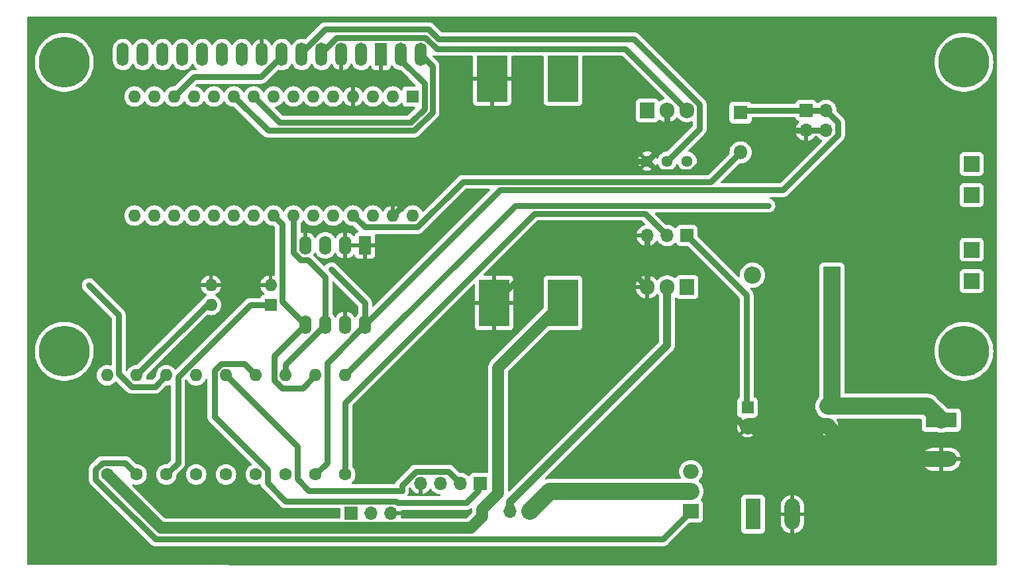
<source format=gbr>
%TF.GenerationSoftware,KiCad,Pcbnew,7.0.2*%
%TF.CreationDate,2023-05-13T16:33:46+02:00*%
%TF.ProjectId,pid_controller,7069645f-636f-46e7-9472-6f6c6c65722e,2.0*%
%TF.SameCoordinates,Original*%
%TF.FileFunction,Copper,L1,Top*%
%TF.FilePolarity,Positive*%
%FSLAX46Y46*%
G04 Gerber Fmt 4.6, Leading zero omitted, Abs format (unit mm)*
G04 Created by KiCad (PCBNEW 7.0.2) date 2023-05-13 16:33:46*
%MOMM*%
%LPD*%
G01*
G04 APERTURE LIST*
%TA.AperFunction,ComponentPad*%
%ADD10R,1.905000X2.000000*%
%TD*%
%TA.AperFunction,ComponentPad*%
%ADD11O,1.905000X2.000000*%
%TD*%
%TA.AperFunction,ComponentPad*%
%ADD12C,1.600000*%
%TD*%
%TA.AperFunction,ComponentPad*%
%ADD13O,1.600000X1.600000*%
%TD*%
%TA.AperFunction,ComponentPad*%
%ADD14R,1.980000X3.960000*%
%TD*%
%TA.AperFunction,ComponentPad*%
%ADD15O,1.980000X3.960000*%
%TD*%
%TA.AperFunction,ComponentPad*%
%ADD16R,2.000000X1.905000*%
%TD*%
%TA.AperFunction,ComponentPad*%
%ADD17O,2.000000X1.905000*%
%TD*%
%TA.AperFunction,ComponentPad*%
%ADD18R,1.700000X1.700000*%
%TD*%
%TA.AperFunction,ComponentPad*%
%ADD19O,1.700000X1.700000*%
%TD*%
%TA.AperFunction,ComponentPad*%
%ADD20C,1.440000*%
%TD*%
%TA.AperFunction,ComponentPad*%
%ADD21R,3.960000X1.980000*%
%TD*%
%TA.AperFunction,ComponentPad*%
%ADD22O,3.960000X1.980000*%
%TD*%
%TA.AperFunction,ComponentPad*%
%ADD23R,1.600000X1.600000*%
%TD*%
%TA.AperFunction,ComponentPad*%
%ADD24R,3.900000X6.000000*%
%TD*%
%TA.AperFunction,ComponentPad*%
%ADD25R,1.800000X1.800000*%
%TD*%
%TA.AperFunction,ComponentPad*%
%ADD26O,1.800000X1.800000*%
%TD*%
%TA.AperFunction,ComponentPad*%
%ADD27R,2.200000X2.200000*%
%TD*%
%TA.AperFunction,ComponentPad*%
%ADD28O,2.200000X2.200000*%
%TD*%
%TA.AperFunction,ComponentPad*%
%ADD29R,1.600000X2.400000*%
%TD*%
%TA.AperFunction,ComponentPad*%
%ADD30O,1.600000X2.400000*%
%TD*%
%TA.AperFunction,ComponentPad*%
%ADD31C,6.500000*%
%TD*%
%TA.AperFunction,ComponentPad*%
%ADD32R,1.500000X3.000000*%
%TD*%
%TA.AperFunction,ComponentPad*%
%ADD33O,1.500000X3.000000*%
%TD*%
%TA.AperFunction,ComponentPad*%
%ADD34R,2.000000X2.000000*%
%TD*%
%TA.AperFunction,ViaPad*%
%ADD35C,0.600000*%
%TD*%
%TA.AperFunction,Conductor*%
%ADD36C,0.750000*%
%TD*%
%TA.AperFunction,Conductor*%
%ADD37C,2.000000*%
%TD*%
%TA.AperFunction,Conductor*%
%ADD38C,1.500000*%
%TD*%
%TA.AperFunction,Conductor*%
%ADD39C,2.200000*%
%TD*%
%TA.AperFunction,Conductor*%
%ADD40C,1.000000*%
%TD*%
G04 APERTURE END LIST*
D10*
%TO.P,Q3,1,G*%
%TO.N,Net-(Q3-G)*%
X159258000Y-103124000D03*
D11*
%TO.P,Q3,2,D*%
%TO.N,Net-(D2-A)*%
X156718000Y-103124000D03*
%TO.P,Q3,3,S*%
%TO.N,GND*%
X154178000Y-103124000D03*
%TD*%
D12*
%TO.P,R14,1*%
%TO.N,+5V*%
X107950000Y-127123000D03*
D13*
%TO.P,R14,2*%
%TO.N,SCL*%
X107950000Y-114423000D03*
%TD*%
D12*
%TO.P,R2,1*%
%TO.N,+24V*%
X85140000Y-127123000D03*
D13*
%TO.P,R2,2*%
%TO.N,Net-(R1-Pad2)*%
X85140000Y-114423000D03*
%TD*%
D14*
%TO.P,J2,1,Pin_1*%
%TO.N,/HeaterPowerOut*%
X167720000Y-132207000D03*
D15*
%TO.P,J2,2,Pin_2*%
%TO.N,GND*%
X172720000Y-132207000D03*
%TD*%
D16*
%TO.P,Q1,1,G*%
%TO.N,Net-(Q1-G)*%
X159766000Y-131826000D03*
D17*
%TO.P,Q1,2,D*%
%TO.N,+12V*%
X159766000Y-129286000D03*
%TO.P,Q1,3,S*%
%TO.N,/HeaterPowerOut*%
X159766000Y-126746000D03*
%TD*%
D18*
%TO.P,M1,1,+*%
%TO.N,+12V*%
X139192000Y-131826000D03*
D19*
%TO.P,M1,2,-*%
%TO.N,Net-(D2-A)*%
X136652000Y-131826000D03*
%TD*%
D10*
%TO.P,U1,1,IN*%
%TO.N,+12V*%
X154178000Y-80518000D03*
D11*
%TO.P,U1,2,GND*%
%TO.N,GND*%
X156718000Y-80518000D03*
%TO.P,U1,3,OUT*%
%TO.N,+5V*%
X159258000Y-80518000D03*
%TD*%
D18*
%TO.P,RV2,1,1*%
%TO.N,+5V*%
X159258000Y-96520000D03*
D19*
%TO.P,RV2,2,2*%
%TO.N,/PWM*%
X156718000Y-96520000D03*
%TO.P,RV2,3,3*%
%TO.N,GND*%
X154178000Y-96520000D03*
%TD*%
D20*
%TO.P,RV1,1,1*%
%TO.N,+5V*%
X159268000Y-87013000D03*
%TO.P,RV1,2,2*%
%TO.N,Net-(DS1-Vo)*%
X156728000Y-87013000D03*
%TO.P,RV1,3,3*%
%TO.N,GND*%
X154188000Y-87013000D03*
%TD*%
D21*
%TO.P,J1,1,Pin_1*%
%TO.N,+12V*%
X191770000Y-120171000D03*
D22*
%TO.P,J1,2,Pin_2*%
%TO.N,GND*%
X191770000Y-125171000D03*
%TD*%
D18*
%TO.P,J4,1,Pin_1*%
%TO.N,/A*%
X132842000Y-128270000D03*
D19*
%TO.P,J4,2,Pin_2*%
%TO.N,/ROTARY_DATA*%
X130302000Y-128270000D03*
%TO.P,J4,3,Pin_3*%
%TO.N,/ROTARY_SWITCH*%
X127762000Y-128270000D03*
%TO.P,J4,4,Pin_4*%
%TO.N,GND*%
X125222000Y-128270000D03*
%TD*%
D12*
%TO.P,R12,1*%
%TO.N,+5V*%
X104140000Y-127123000D03*
D13*
%TO.P,R12,2*%
%TO.N,/A*%
X104140000Y-114423000D03*
%TD*%
D12*
%TO.P,R6,1*%
%TO.N,Net-(R5-Pad1)*%
X92710000Y-127123000D03*
D13*
%TO.P,R6,2*%
%TO.N,PWM_Signal*%
X92710000Y-114423000D03*
%TD*%
D12*
%TO.P,R19,1*%
%TO.N,/PWM*%
X115570000Y-127123000D03*
D13*
%TO.P,R19,2*%
%TO.N,Net-(Q3-G)*%
X115570000Y-114423000D03*
%TD*%
D23*
%TO.P,U5,1*%
%TO.N,Net-(R5-Pad1)*%
X106035000Y-105415000D03*
D13*
%TO.P,U5,2*%
%TO.N,GND*%
X106035000Y-102875000D03*
%TO.P,U5,3*%
X98415000Y-102875000D03*
%TO.P,U5,4*%
%TO.N,Net-(R1-Pad2)*%
X98415000Y-105415000D03*
%TD*%
D24*
%TO.P,U3,1,+Vin*%
%TO.N,+12V*%
X143400000Y-76424000D03*
%TO.P,U3,2,-Vin*%
%TO.N,GND*%
X134366000Y-76424000D03*
%TO.P,U3,3,+Vout*%
%TO.N,+24V*%
X143400000Y-105156000D03*
%TO.P,U3,4,-Vout*%
%TO.N,GND*%
X134620000Y-105156000D03*
%TD*%
D23*
%TO.P,A1,1,D1/TX*%
%TO.N,unconnected-(A1-D1{slash}TX-Pad1)*%
X124206000Y-78740000D03*
D13*
%TO.P,A1,2,D0/RX*%
%TO.N,unconnected-(A1-D0{slash}RX-Pad2)*%
X121666000Y-78740000D03*
%TO.P,A1,3,~{RESET}*%
%TO.N,unconnected-(A1-~{RESET}-Pad3)*%
X119126000Y-78740000D03*
%TO.P,A1,4,GND*%
%TO.N,GND*%
X116586000Y-78740000D03*
%TO.P,A1,5,D2*%
%TO.N,EN*%
X114046000Y-78740000D03*
%TO.P,A1,6,D3*%
%TO.N,PWM_Signal*%
X111506000Y-78740000D03*
%TO.P,A1,7,D4*%
%TO.N,D4*%
X108966000Y-78740000D03*
%TO.P,A1,8,D5*%
%TO.N,D5*%
X106426000Y-78740000D03*
%TO.P,A1,9,D6*%
%TO.N,D6*%
X103886000Y-78740000D03*
%TO.P,A1,10,D7*%
%TO.N,D7*%
X101346000Y-78740000D03*
%TO.P,A1,11,D8*%
%TO.N,/A*%
X98806000Y-78740000D03*
%TO.P,A1,12,D9*%
%TO.N,/ROTARY_DATA*%
X96266000Y-78740000D03*
%TO.P,A1,13,D10*%
%TO.N,RS*%
X93726000Y-78740000D03*
%TO.P,A1,14,D11*%
%TO.N,/ROTARY_SWITCH*%
X91186000Y-78740000D03*
%TO.P,A1,15,D12*%
%TO.N,unconnected-(A1-D12-Pad15)*%
X88646000Y-78740000D03*
%TO.P,A1,16,D13*%
%TO.N,unconnected-(A1-D13-Pad16)*%
X88646000Y-93980000D03*
%TO.P,A1,17,3V3*%
%TO.N,unconnected-(A1-3V3-Pad17)*%
X91186000Y-93980000D03*
%TO.P,A1,18,AREF*%
%TO.N,unconnected-(A1-AREF-Pad18)*%
X93726000Y-93980000D03*
%TO.P,A1,19,A0*%
%TO.N,Net-(A1-A0)*%
X96266000Y-93980000D03*
%TO.P,A1,20,A1*%
%TO.N,unconnected-(A1-A1-Pad20)*%
X98806000Y-93980000D03*
%TO.P,A1,21,A2*%
%TO.N,unconnected-(A1-A2-Pad21)*%
X101346000Y-93980000D03*
%TO.P,A1,22,A3*%
%TO.N,unconnected-(A1-A3-Pad22)*%
X103886000Y-93980000D03*
%TO.P,A1,23,A4*%
%TO.N,SDA*%
X106426000Y-93980000D03*
%TO.P,A1,24,A5*%
%TO.N,SCL*%
X108966000Y-93980000D03*
%TO.P,A1,25,A6*%
%TO.N,unconnected-(A1-A6-Pad25)*%
X111506000Y-93980000D03*
%TO.P,A1,26,A7*%
%TO.N,unconnected-(A1-A7-Pad26)*%
X114046000Y-93980000D03*
%TO.P,A1,27,+5V*%
%TO.N,Net-(A1-+5V)*%
X116586000Y-93980000D03*
%TO.P,A1,28,~{RESET}*%
%TO.N,unconnected-(A1-~{RESET}-Pad28)*%
X119126000Y-93980000D03*
%TO.P,A1,29,GND*%
%TO.N,GND*%
X121666000Y-93980000D03*
%TO.P,A1,30,VIN*%
%TO.N,+12V*%
X124206000Y-93980000D03*
%TD*%
D23*
%TO.P,C2,1*%
%TO.N,+5V*%
X167005000Y-118531000D03*
D12*
%TO.P,C2,2*%
%TO.N,GND*%
X167005000Y-121031000D03*
%TD*%
%TO.P,R10,1*%
%TO.N,+5V*%
X100330000Y-127123000D03*
D13*
%TO.P,R10,2*%
%TO.N,/ROTARY_DATA*%
X100330000Y-114423000D03*
%TD*%
D18*
%TO.P,J3,1,Pin_1*%
%TO.N,+5V*%
X174498000Y-80518000D03*
D19*
%TO.P,J3,2,Pin_2*%
X177038000Y-80518000D03*
%TO.P,J3,3,Pin_3*%
%TO.N,GND*%
X174498000Y-83058000D03*
%TO.P,J3,4,Pin_4*%
X177038000Y-83058000D03*
%TD*%
D25*
%TO.P,D1,1,K*%
%TO.N,+5V*%
X166116000Y-80801000D03*
D26*
%TO.P,D1,2,A*%
%TO.N,Net-(A1-+5V)*%
X166116000Y-85881000D03*
%TD*%
D27*
%TO.P,D2,1,K*%
%TO.N,+12V*%
X177800000Y-101600000D03*
D28*
%TO.P,D2,2,A*%
%TO.N,Net-(D2-A)*%
X167640000Y-101600000D03*
%TD*%
D23*
%TO.P,C1,1*%
%TO.N,+12V*%
X177292000Y-118404000D03*
D12*
%TO.P,C1,2*%
%TO.N,GND*%
X177292000Y-120904000D03*
%TD*%
%TO.P,R16,1*%
%TO.N,+5V*%
X111760000Y-127123000D03*
D13*
%TO.P,R16,2*%
%TO.N,SDA*%
X111760000Y-114423000D03*
%TD*%
D12*
%TO.P,R4,1*%
%TO.N,Net-(Q1-G)*%
X88900000Y-127123000D03*
D13*
%TO.P,R4,2*%
%TO.N,Net-(R1-Pad2)*%
X88900000Y-114423000D03*
%TD*%
D29*
%TO.P,U6,1,A0*%
%TO.N,GND*%
X118110000Y-97790000D03*
D30*
%TO.P,U6,2,A1*%
X115570000Y-97790000D03*
%TO.P,U6,3,A2*%
%TO.N,unconnected-(U6-A2-Pad3)*%
X113030000Y-97790000D03*
%TO.P,U6,4,GND*%
%TO.N,GND*%
X110490000Y-97790000D03*
%TO.P,U6,5,SDA*%
%TO.N,SDA*%
X110490000Y-107950000D03*
%TO.P,U6,6,SCL*%
%TO.N,SCL*%
X113030000Y-107950000D03*
%TO.P,U6,7,WP*%
%TO.N,GND*%
X115570000Y-107950000D03*
%TO.P,U6,8,VCC*%
%TO.N,+5V*%
X118110000Y-107950000D03*
%TD*%
D12*
%TO.P,R8,1*%
%TO.N,+5V*%
X96520000Y-127123000D03*
D13*
%TO.P,R8,2*%
%TO.N,/ROTARY_SWITCH*%
X96520000Y-114423000D03*
%TD*%
D18*
%TO.P,U2,1,+VS*%
%TO.N,+5V*%
X116332000Y-132080000D03*
D19*
%TO.P,U2,2,Vout*%
%TO.N,Net-(A1-A0)*%
X118872000Y-132080000D03*
%TO.P,U2,3,GND*%
%TO.N,GND*%
X121412000Y-132080000D03*
%TD*%
D31*
%TO.P,DS1,*%
%TO.N,*%
X194660000Y-111352500D03*
X194660000Y-74352500D03*
X79660000Y-111352500D03*
X79660000Y-74352500D03*
D32*
%TO.P,DS1,1,LEDK*%
%TO.N,GND*%
X120160000Y-73352500D03*
D33*
%TO.P,DS1,2,LEDA*%
%TO.N,Net-(DS1-LEDA)*%
X117620000Y-73352500D03*
%TO.P,DS1,3,VSS*%
%TO.N,GND*%
X115080000Y-73352500D03*
%TO.P,DS1,4,VDD*%
%TO.N,+5V*%
X112540000Y-73352500D03*
%TO.P,DS1,5,Vo*%
%TO.N,Net-(DS1-Vo)*%
X110000000Y-73352500D03*
%TO.P,DS1,6,RS*%
%TO.N,RS*%
X107460000Y-73352500D03*
%TO.P,DS1,7,R/~{W}*%
%TO.N,GND*%
X104920000Y-73352500D03*
%TO.P,DS1,8,E*%
%TO.N,EN*%
X102380000Y-73352500D03*
%TO.P,DS1,9,DB0*%
%TO.N,unconnected-(DS1-DB0-Pad9)*%
X99840000Y-73352500D03*
%TO.P,DS1,10,DB1*%
%TO.N,unconnected-(DS1-DB1-Pad10)*%
X97300000Y-73352500D03*
%TO.P,DS1,11,DB2*%
%TO.N,unconnected-(DS1-DB2-Pad11)*%
X94760000Y-73352500D03*
%TO.P,DS1,12,DB3*%
%TO.N,unconnected-(DS1-DB3-Pad12)*%
X92220000Y-73352500D03*
%TO.P,DS1,13,DB4*%
%TO.N,D4*%
X89680000Y-73352500D03*
%TO.P,DS1,14,DB5*%
%TO.N,D5*%
X87140000Y-73352500D03*
%TO.P,DS1,15,DB6*%
%TO.N,D6*%
X122700000Y-73352500D03*
%TO.P,DS1,16,DB7*%
%TO.N,D7*%
X125240000Y-73352500D03*
D34*
%TO.P,DS1,A1*%
%TO.N,N/C*%
X195660000Y-87352500D03*
%TO.P,DS1,A2*%
X195660000Y-98352500D03*
%TO.P,DS1,K1*%
X195660000Y-91352500D03*
%TO.P,DS1,K2*%
X195660000Y-102352500D03*
%TD*%
D35*
%TO.N,+5V*%
X113792000Y-100838000D03*
%TO.N,PWM_Signal*%
X82804000Y-102870000D03*
%TO.N,Net-(Q3-G)*%
X169672000Y-92710000D03*
%TD*%
D36*
%TO.N,GND*%
X163957000Y-118433000D02*
X166555000Y-121031000D01*
X155702000Y-100076000D02*
X160528000Y-100076000D01*
X166497000Y-121031000D02*
X167005000Y-121031000D01*
D37*
X191770000Y-125171000D02*
X181432000Y-125171000D01*
D36*
X177038000Y-83058000D02*
X174498000Y-83058000D01*
X156718000Y-80518000D02*
X156718000Y-84483000D01*
X159845828Y-88408000D02*
X155583000Y-88408000D01*
X165195828Y-83058000D02*
X159845828Y-88408000D01*
X154178000Y-101600000D02*
X155702000Y-100076000D01*
X156718000Y-84483000D02*
X154188000Y-87013000D01*
X166555000Y-121031000D02*
X167005000Y-121031000D01*
X154188000Y-96510000D02*
X154178000Y-96520000D01*
X151130000Y-100076000D02*
X154178000Y-103124000D01*
X154178000Y-103124000D02*
X154178000Y-101600000D01*
D37*
X177292000Y-120904000D02*
X167132000Y-120904000D01*
D36*
X160528000Y-100076000D02*
X163957000Y-103505000D01*
D37*
X181432000Y-125171000D02*
X177292000Y-121031000D01*
D36*
X139700000Y-100076000D02*
X151130000Y-100076000D01*
X128633000Y-87013000D02*
X121666000Y-93980000D01*
D37*
X177292000Y-121031000D02*
X177292000Y-120904000D01*
D36*
X134620000Y-105156000D02*
X139700000Y-100076000D01*
X154188000Y-87013000D02*
X128633000Y-87013000D01*
X155583000Y-88408000D02*
X154188000Y-87013000D01*
X174498000Y-83058000D02*
X165195828Y-83058000D01*
X154178000Y-96520000D02*
X154178000Y-103124000D01*
D37*
X167132000Y-120904000D02*
X167005000Y-121031000D01*
D36*
X163957000Y-103505000D02*
X163957000Y-118433000D01*
%TO.N,/A*%
X122043676Y-130555000D02*
X107949000Y-130555000D01*
X107949000Y-130555000D02*
X105615000Y-128221000D01*
X105615000Y-126512034D02*
X98855000Y-119752034D01*
X132578000Y-129229000D02*
X131053000Y-130754000D01*
X98855000Y-119752034D02*
X98855000Y-113812034D01*
X122242676Y-130754000D02*
X122043676Y-130555000D01*
X132578000Y-128534000D02*
X132842000Y-128270000D01*
X131053000Y-130754000D02*
X122242676Y-130754000D01*
X98855000Y-113812034D02*
X99719034Y-112948000D01*
X99719034Y-112948000D02*
X102665000Y-112948000D01*
X132578000Y-129229000D02*
X132578000Y-128534000D01*
X105615000Y-128221000D02*
X105615000Y-126512034D01*
X102665000Y-112948000D02*
X104140000Y-114423000D01*
%TO.N,+5V*%
X112540000Y-73352500D02*
X112540000Y-73127246D01*
X111760000Y-127123000D02*
X113235000Y-125648000D01*
X177038000Y-80518000D02*
X174498000Y-80518000D01*
X166399000Y-80518000D02*
X166116000Y-80801000D01*
X135348000Y-90712000D02*
X171540676Y-90712000D01*
X127296754Y-72644000D02*
X151384000Y-72644000D01*
X178563000Y-83689676D02*
X178563000Y-82043000D01*
X118110000Y-107950000D02*
X135348000Y-90712000D01*
X159258000Y-96520000D02*
X166878000Y-104140000D01*
X114489746Y-71177500D02*
X125830254Y-71177500D01*
X112540000Y-73127246D02*
X114489746Y-71177500D01*
X113235000Y-112825000D02*
X118110000Y-107950000D01*
X151384000Y-72644000D02*
X159258000Y-80518000D01*
X118110000Y-107950000D02*
X118110000Y-105156000D01*
X166878000Y-118404000D02*
X167005000Y-118531000D01*
X125830254Y-71177500D02*
X127296754Y-72644000D01*
X166878000Y-104140000D02*
X166878000Y-118404000D01*
X178563000Y-82043000D02*
X177038000Y-80518000D01*
X174498000Y-80518000D02*
X166399000Y-80518000D01*
X113235000Y-125648000D02*
X113235000Y-112825000D01*
X118110000Y-105156000D02*
X113792000Y-100838000D01*
X171540676Y-90712000D02*
X178563000Y-83689676D01*
%TO.N,PWM_Signal*%
X88289034Y-115898000D02*
X86614000Y-114222966D01*
X91235000Y-115898000D02*
X88289034Y-115898000D01*
X92710000Y-114423000D02*
X91235000Y-115898000D01*
X86614000Y-114222966D02*
X86614000Y-106680000D01*
X86614000Y-106680000D02*
X82804000Y-102870000D01*
D38*
%TO.N,+24V*%
X91997000Y-133980000D02*
X85140000Y-127123000D01*
X143400000Y-105156000D02*
X135128000Y-113428000D01*
X135128000Y-113428000D02*
X135128000Y-129540000D01*
X131627000Y-133980000D02*
X91997000Y-133980000D01*
X135128000Y-129540000D02*
X133096000Y-131572000D01*
X133096000Y-132511000D02*
X131627000Y-133980000D01*
X133096000Y-131572000D02*
X133096000Y-132511000D01*
D36*
%TO.N,Net-(Q1-G)*%
X88900000Y-127123000D02*
X87425000Y-125648000D01*
X84529034Y-125648000D02*
X83665000Y-126512034D01*
X87425000Y-125648000D02*
X84529034Y-125648000D01*
X83665000Y-127733966D02*
X91336034Y-135405000D01*
X156187000Y-135405000D02*
X159766000Y-131826000D01*
X83665000Y-126512034D02*
X83665000Y-127733966D01*
X91336034Y-135405000D02*
X156187000Y-135405000D01*
%TO.N,SCL*%
X113030000Y-101854000D02*
X110841000Y-99665000D01*
X107950000Y-114423000D02*
X107950000Y-113030000D01*
X109879035Y-99665000D02*
X108966000Y-98751965D01*
X113030000Y-107950000D02*
X113030000Y-101854000D01*
X110841000Y-99665000D02*
X109879035Y-99665000D01*
X107950000Y-113030000D02*
X113030000Y-107950000D01*
X108966000Y-98751965D02*
X108966000Y-93980000D01*
D39*
%TO.N,+12V*%
X191770000Y-120171000D02*
X190003000Y-118404000D01*
X190003000Y-118404000D02*
X177292000Y-118404000D01*
X177800000Y-117896000D02*
X177292000Y-118404000D01*
X177800000Y-101600000D02*
X177800000Y-117896000D01*
X139192000Y-131826000D02*
X141732000Y-129286000D01*
X141732000Y-129286000D02*
X159766000Y-129286000D01*
D36*
%TO.N,/PWM*%
X115570000Y-117906000D02*
X139750000Y-93726000D01*
X153924000Y-93726000D02*
X156718000Y-96520000D01*
X139750000Y-93726000D02*
X153924000Y-93726000D01*
X115570000Y-127123000D02*
X115570000Y-117906000D01*
%TO.N,Net-(Q3-G)*%
X169638000Y-92676000D02*
X169672000Y-92710000D01*
X137317000Y-92676000D02*
X169638000Y-92676000D01*
X115570000Y-114423000D02*
X137317000Y-92676000D01*
%TO.N,RS*%
X93726000Y-78740000D02*
X96251000Y-76215000D01*
X107460000Y-73127246D02*
X107460000Y-73352500D01*
X107460000Y-73577754D02*
X107460000Y-73352500D01*
X96251000Y-76215000D02*
X104822754Y-76215000D01*
X104822754Y-76215000D02*
X107460000Y-73577754D01*
X93726000Y-78740000D02*
X93357322Y-78740000D01*
%TO.N,Net-(DS1-Vo)*%
X126265178Y-70127500D02*
X127511678Y-71374000D01*
X152463133Y-71374000D02*
X160885500Y-79796367D01*
X110000000Y-73352500D02*
X110000000Y-73127246D01*
X112999746Y-70127500D02*
X126265178Y-70127500D01*
X160885500Y-79796367D02*
X160885500Y-82855500D01*
X110000000Y-73127246D02*
X112999746Y-70127500D01*
X160885500Y-82855500D02*
X156728000Y-87013000D01*
X127511678Y-71374000D02*
X152463133Y-71374000D01*
%TO.N,D7*%
X105698000Y-83092000D02*
X124386924Y-83092000D01*
X101346000Y-78740000D02*
X105698000Y-83092000D01*
X124386924Y-83092000D02*
X126731000Y-80747924D01*
X126731000Y-80747924D02*
X126731000Y-74843500D01*
X126731000Y-74843500D02*
X125240000Y-73352500D01*
%TO.N,D6*%
X125681000Y-80313000D02*
X123952000Y-82042000D01*
X122700000Y-73352500D02*
X122700000Y-74102500D01*
X123952000Y-82042000D02*
X107188000Y-82042000D01*
X122700000Y-74102500D02*
X125681000Y-77083500D01*
X107188000Y-82042000D02*
X103886000Y-78740000D01*
X125681000Y-77083500D02*
X125681000Y-80313000D01*
%TO.N,D4*%
X89680000Y-73352500D02*
X89680000Y-73577754D01*
%TO.N,Net-(R5-Pad1)*%
X94185000Y-114672034D02*
X94185000Y-125648000D01*
X103442034Y-105415000D02*
X94185000Y-114672034D01*
X94185000Y-125648000D02*
X92710000Y-127123000D01*
X106035000Y-105415000D02*
X103442034Y-105415000D01*
%TO.N,Net-(R1-Pad2)*%
X97908000Y-105415000D02*
X98415000Y-105415000D01*
X88900000Y-114423000D02*
X97908000Y-105415000D01*
%TO.N,/ROTARY_DATA*%
X122801324Y-128534000D02*
X124590324Y-126745000D01*
X122801324Y-129229000D02*
X110941000Y-129229000D01*
X128777000Y-126745000D02*
X130302000Y-128270000D01*
X109425000Y-127713000D02*
X109425000Y-123518000D01*
X124590324Y-126745000D02*
X128777000Y-126745000D01*
X110941000Y-129229000D02*
X109425000Y-127713000D01*
X109425000Y-123518000D02*
X100330000Y-114423000D01*
X122801324Y-129229000D02*
X122801324Y-128534000D01*
%TO.N,Net-(A1-+5V)*%
X118061000Y-95455000D02*
X116586000Y-93980000D01*
X130609966Y-89662000D02*
X124816966Y-95455000D01*
X166116000Y-85881000D02*
X162335000Y-89662000D01*
X162335000Y-89662000D02*
X130609966Y-89662000D01*
X124816966Y-95455000D02*
X118061000Y-95455000D01*
D40*
%TO.N,Net-(D2-A)*%
X136652000Y-130623919D02*
X156718000Y-110557919D01*
X156718000Y-110557919D02*
X156718000Y-103124000D01*
X136652000Y-131826000D02*
X136652000Y-130623919D01*
D36*
%TO.N,SDA*%
X110105000Y-116078000D02*
X111760000Y-114423000D01*
X110490000Y-107950000D02*
X106475000Y-111965000D01*
X106475000Y-111965000D02*
X106475000Y-115033966D01*
X107519034Y-116078000D02*
X110105000Y-116078000D01*
X106475000Y-115033966D02*
X107519034Y-116078000D01*
X107510000Y-104970000D02*
X110490000Y-107950000D01*
X107510000Y-95064000D02*
X107510000Y-104970000D01*
X106426000Y-93980000D02*
X107510000Y-95064000D01*
%TD*%
%TA.AperFunction,Conductor*%
%TO.N,GND*%
G36*
X116836000Y-80018871D02*
G01*
X117032326Y-79966266D01*
X117238480Y-79870134D01*
X117424819Y-79739658D01*
X117585658Y-79578819D01*
X117716133Y-79392481D01*
X117738927Y-79343600D01*
X117785098Y-79291160D01*
X117852292Y-79272007D01*
X117919173Y-79292222D01*
X117963692Y-79343598D01*
X117988475Y-79396746D01*
X117988476Y-79396748D01*
X117988477Y-79396749D01*
X118119802Y-79584300D01*
X118281700Y-79746198D01*
X118469251Y-79877523D01*
X118676757Y-79974284D01*
X118897913Y-80033543D01*
X119040629Y-80046029D01*
X119125999Y-80053498D01*
X119125999Y-80053497D01*
X119126000Y-80053498D01*
X119354087Y-80033543D01*
X119575243Y-79974284D01*
X119782749Y-79877523D01*
X119970300Y-79746198D01*
X120132198Y-79584300D01*
X120263523Y-79396749D01*
X120283618Y-79353654D01*
X120329787Y-79301216D01*
X120396980Y-79282063D01*
X120463862Y-79302277D01*
X120508381Y-79353653D01*
X120528477Y-79396749D01*
X120659802Y-79584300D01*
X120821700Y-79746198D01*
X121009251Y-79877523D01*
X121216757Y-79974284D01*
X121437913Y-80033543D01*
X121580629Y-80046029D01*
X121665999Y-80053498D01*
X121665999Y-80053497D01*
X121666000Y-80053498D01*
X121894087Y-80033543D01*
X122115243Y-79974284D01*
X122322749Y-79877523D01*
X122510300Y-79746198D01*
X122672198Y-79584300D01*
X122677564Y-79576636D01*
X122732136Y-79533010D01*
X122801634Y-79525813D01*
X122863991Y-79557333D01*
X122899407Y-79617561D01*
X122902429Y-79634498D01*
X122904010Y-79649201D01*
X122955110Y-79786203D01*
X123042738Y-79903261D01*
X123159796Y-79990889D01*
X123296794Y-80041988D01*
X123296797Y-80041988D01*
X123296799Y-80041989D01*
X123357362Y-80048500D01*
X124396680Y-80048500D01*
X124463719Y-80068185D01*
X124509474Y-80120989D01*
X124519418Y-80190147D01*
X124490393Y-80253703D01*
X124484361Y-80260181D01*
X123622361Y-81122181D01*
X123561038Y-81155666D01*
X123534680Y-81158500D01*
X107605320Y-81158500D01*
X107538281Y-81138815D01*
X107517639Y-81122181D01*
X106628435Y-80232977D01*
X106594950Y-80171654D01*
X106599934Y-80101962D01*
X106641806Y-80046029D01*
X106684017Y-80025522D01*
X106875243Y-79974284D01*
X107082749Y-79877523D01*
X107270300Y-79746198D01*
X107432198Y-79584300D01*
X107563523Y-79396749D01*
X107583617Y-79353655D01*
X107629790Y-79301215D01*
X107696983Y-79282063D01*
X107763864Y-79302278D01*
X107808382Y-79353655D01*
X107828477Y-79396749D01*
X107959802Y-79584300D01*
X108121700Y-79746198D01*
X108309251Y-79877523D01*
X108516757Y-79974284D01*
X108737913Y-80033543D01*
X108966000Y-80053498D01*
X109194087Y-80033543D01*
X109415243Y-79974284D01*
X109622749Y-79877523D01*
X109810300Y-79746198D01*
X109972198Y-79584300D01*
X110103523Y-79396749D01*
X110123618Y-79353654D01*
X110169787Y-79301216D01*
X110236980Y-79282063D01*
X110303862Y-79302277D01*
X110348381Y-79353653D01*
X110368477Y-79396749D01*
X110499802Y-79584300D01*
X110661700Y-79746198D01*
X110849251Y-79877523D01*
X111056757Y-79974284D01*
X111277913Y-80033543D01*
X111506000Y-80053498D01*
X111734087Y-80033543D01*
X111955243Y-79974284D01*
X112162749Y-79877523D01*
X112350300Y-79746198D01*
X112512198Y-79584300D01*
X112643523Y-79396749D01*
X112663617Y-79353655D01*
X112709790Y-79301215D01*
X112776983Y-79282063D01*
X112843864Y-79302278D01*
X112888382Y-79353655D01*
X112908477Y-79396749D01*
X113039802Y-79584300D01*
X113201700Y-79746198D01*
X113389251Y-79877523D01*
X113596757Y-79974284D01*
X113817913Y-80033543D01*
X114046000Y-80053498D01*
X114274087Y-80033543D01*
X114495243Y-79974284D01*
X114702749Y-79877523D01*
X114890300Y-79746198D01*
X115052198Y-79584300D01*
X115183523Y-79396749D01*
X115208308Y-79343596D01*
X115254476Y-79291160D01*
X115321669Y-79272007D01*
X115388551Y-79292221D01*
X115433070Y-79343597D01*
X115455866Y-79392482D01*
X115586341Y-79578819D01*
X115747180Y-79739658D01*
X115933519Y-79870134D01*
X116139673Y-79966266D01*
X116335999Y-80018871D01*
X116336000Y-80018871D01*
X116336000Y-79175501D01*
X116443685Y-79224680D01*
X116550237Y-79240000D01*
X116621763Y-79240000D01*
X116728315Y-79224680D01*
X116836000Y-79175501D01*
X116836000Y-80018871D01*
G37*
%TD.AperFunction*%
%TA.AperFunction,Conductor*%
G36*
X120410000Y-75352500D02*
G01*
X120954518Y-75352500D01*
X120961132Y-75352145D01*
X121017371Y-75346099D01*
X121152089Y-75295852D01*
X121267188Y-75209688D01*
X121353352Y-75094589D01*
X121403599Y-74959871D01*
X121409645Y-74903632D01*
X121410000Y-74897018D01*
X121410000Y-74849689D01*
X121429685Y-74782650D01*
X121482489Y-74736895D01*
X121551647Y-74726951D01*
X121615203Y-74755976D01*
X121634316Y-74776801D01*
X121748429Y-74933863D01*
X121827692Y-75009646D01*
X121912165Y-75090412D01*
X122013606Y-75157372D01*
X122101226Y-75215209D01*
X122309530Y-75304243D01*
X122530385Y-75354651D01*
X122662713Y-75360593D01*
X122728800Y-75383265D01*
X122744829Y-75396787D01*
X123715734Y-76367692D01*
X124567862Y-77219819D01*
X124601347Y-77281142D01*
X124596363Y-77350834D01*
X124554491Y-77406767D01*
X124489027Y-77431184D01*
X124480181Y-77431500D01*
X123357362Y-77431500D01*
X123354082Y-77431852D01*
X123354075Y-77431853D01*
X123296794Y-77438011D01*
X123159796Y-77489110D01*
X123042738Y-77576738D01*
X122955110Y-77693796D01*
X122904009Y-77830799D01*
X122902429Y-77845501D01*
X122875690Y-77910052D01*
X122818296Y-77949898D01*
X122748471Y-77952390D01*
X122688383Y-77916737D01*
X122677564Y-77903364D01*
X122672197Y-77895699D01*
X122510303Y-77733805D01*
X122510302Y-77733804D01*
X122510300Y-77733802D01*
X122322749Y-77602477D01*
X122322746Y-77602476D01*
X122322744Y-77602474D01*
X122115246Y-77505717D01*
X122115243Y-77505716D01*
X121924022Y-77454478D01*
X121894084Y-77446456D01*
X121666000Y-77426501D01*
X121437915Y-77446456D01*
X121216753Y-77505717D01*
X121009255Y-77602474D01*
X121009250Y-77602477D01*
X121009251Y-77602477D01*
X120827539Y-77729714D01*
X120821696Y-77733805D01*
X120659805Y-77895696D01*
X120659802Y-77895699D01*
X120659802Y-77895700D01*
X120536053Y-78072432D01*
X120528475Y-78083254D01*
X120508380Y-78126347D01*
X120462207Y-78178785D01*
X120395013Y-78197936D01*
X120328132Y-78177719D01*
X120283618Y-78126345D01*
X120263523Y-78083251D01*
X120132198Y-77895700D01*
X119970300Y-77733802D01*
X119782749Y-77602477D01*
X119782746Y-77602476D01*
X119782744Y-77602474D01*
X119575246Y-77505717D01*
X119575243Y-77505716D01*
X119384022Y-77454478D01*
X119354084Y-77446456D01*
X119126000Y-77426501D01*
X118897915Y-77446456D01*
X118676753Y-77505717D01*
X118469255Y-77602474D01*
X118469250Y-77602477D01*
X118469251Y-77602477D01*
X118287539Y-77729714D01*
X118281696Y-77733805D01*
X118119805Y-77895696D01*
X118119802Y-77895699D01*
X118119802Y-77895700D01*
X117988477Y-78083251D01*
X117988477Y-78083252D01*
X117988474Y-78083256D01*
X117963691Y-78136402D01*
X117917518Y-78188841D01*
X117850325Y-78207992D01*
X117783444Y-78187775D01*
X117738927Y-78136400D01*
X117716132Y-78087516D01*
X117585658Y-77901180D01*
X117424819Y-77740341D01*
X117238480Y-77609865D01*
X117032326Y-77513733D01*
X116836000Y-77461126D01*
X116836000Y-78304498D01*
X116728315Y-78255320D01*
X116621763Y-78240000D01*
X116550237Y-78240000D01*
X116443685Y-78255320D01*
X116336000Y-78304498D01*
X116336000Y-77461127D01*
X116335999Y-77461126D01*
X116139673Y-77513733D01*
X115933519Y-77609865D01*
X115747180Y-77740341D01*
X115586341Y-77901180D01*
X115455864Y-78087520D01*
X115433069Y-78136403D01*
X115386896Y-78188841D01*
X115319702Y-78207992D01*
X115252821Y-78187775D01*
X115208307Y-78136401D01*
X115183523Y-78083251D01*
X115052198Y-77895700D01*
X114890300Y-77733802D01*
X114702749Y-77602477D01*
X114702746Y-77602476D01*
X114702744Y-77602474D01*
X114495246Y-77505717D01*
X114495243Y-77505716D01*
X114304022Y-77454478D01*
X114274084Y-77446456D01*
X114046000Y-77426501D01*
X113817915Y-77446456D01*
X113596753Y-77505717D01*
X113389255Y-77602474D01*
X113389250Y-77602477D01*
X113389251Y-77602477D01*
X113207539Y-77729714D01*
X113201696Y-77733805D01*
X113039805Y-77895696D01*
X113039802Y-77895699D01*
X113039802Y-77895700D01*
X112915832Y-78072748D01*
X112908476Y-78083253D01*
X112888382Y-78126345D01*
X112842209Y-78178784D01*
X112775016Y-78197936D01*
X112708135Y-78177720D01*
X112663618Y-78126345D01*
X112656314Y-78110682D01*
X112643523Y-78083251D01*
X112512198Y-77895700D01*
X112350300Y-77733802D01*
X112162749Y-77602477D01*
X112162746Y-77602476D01*
X112162744Y-77602474D01*
X111955246Y-77505717D01*
X111955243Y-77505716D01*
X111764022Y-77454478D01*
X111734084Y-77446456D01*
X111505999Y-77426501D01*
X111277915Y-77446456D01*
X111056753Y-77505717D01*
X110849255Y-77602474D01*
X110849250Y-77602477D01*
X110849251Y-77602477D01*
X110667539Y-77729714D01*
X110661696Y-77733805D01*
X110499805Y-77895696D01*
X110499802Y-77895699D01*
X110499802Y-77895700D01*
X110376053Y-78072432D01*
X110368475Y-78083254D01*
X110348380Y-78126347D01*
X110302207Y-78178785D01*
X110235013Y-78197936D01*
X110168132Y-78177719D01*
X110123618Y-78126345D01*
X110103523Y-78083251D01*
X109972198Y-77895700D01*
X109810300Y-77733802D01*
X109622749Y-77602477D01*
X109622746Y-77602476D01*
X109622744Y-77602474D01*
X109415246Y-77505717D01*
X109415243Y-77505716D01*
X109224022Y-77454478D01*
X109194084Y-77446456D01*
X108965999Y-77426501D01*
X108737915Y-77446456D01*
X108516753Y-77505717D01*
X108309255Y-77602474D01*
X108309250Y-77602477D01*
X108309251Y-77602477D01*
X108127539Y-77729714D01*
X108121696Y-77733805D01*
X107959805Y-77895696D01*
X107959802Y-77895699D01*
X107959802Y-77895700D01*
X107836053Y-78072432D01*
X107828475Y-78083254D01*
X107808380Y-78126347D01*
X107762207Y-78178785D01*
X107695013Y-78197936D01*
X107628132Y-78177719D01*
X107583618Y-78126345D01*
X107563523Y-78083251D01*
X107432198Y-77895700D01*
X107270300Y-77733802D01*
X107082749Y-77602477D01*
X107082746Y-77602476D01*
X107082744Y-77602474D01*
X106875246Y-77505717D01*
X106875243Y-77505716D01*
X106684022Y-77454478D01*
X106654084Y-77446456D01*
X106425999Y-77426501D01*
X106197915Y-77446456D01*
X105976753Y-77505717D01*
X105769255Y-77602474D01*
X105769250Y-77602477D01*
X105769251Y-77602477D01*
X105587539Y-77729714D01*
X105581696Y-77733805D01*
X105419805Y-77895696D01*
X105419802Y-77895699D01*
X105419802Y-77895700D01*
X105296053Y-78072432D01*
X105288475Y-78083254D01*
X105268380Y-78126347D01*
X105222207Y-78178785D01*
X105155013Y-78197936D01*
X105088132Y-78177719D01*
X105043618Y-78126345D01*
X105023523Y-78083251D01*
X104892198Y-77895700D01*
X104730300Y-77733802D01*
X104542749Y-77602477D01*
X104542746Y-77602476D01*
X104542744Y-77602474D01*
X104335246Y-77505717D01*
X104335243Y-77505716D01*
X104144022Y-77454478D01*
X104114084Y-77446456D01*
X103886000Y-77426501D01*
X103657915Y-77446456D01*
X103436753Y-77505717D01*
X103229255Y-77602474D01*
X103229250Y-77602477D01*
X103229251Y-77602477D01*
X103047539Y-77729714D01*
X103041696Y-77733805D01*
X102879805Y-77895696D01*
X102879802Y-77895699D01*
X102879802Y-77895700D01*
X102755832Y-78072748D01*
X102748476Y-78083253D01*
X102728382Y-78126345D01*
X102682209Y-78178784D01*
X102615016Y-78197936D01*
X102548135Y-78177720D01*
X102503618Y-78126345D01*
X102496314Y-78110682D01*
X102483523Y-78083251D01*
X102352198Y-77895700D01*
X102190300Y-77733802D01*
X102002749Y-77602477D01*
X102002746Y-77602476D01*
X102002744Y-77602474D01*
X101795246Y-77505717D01*
X101795243Y-77505716D01*
X101604022Y-77454478D01*
X101574084Y-77446456D01*
X101346000Y-77426501D01*
X101117915Y-77446456D01*
X100896753Y-77505717D01*
X100689255Y-77602474D01*
X100689250Y-77602477D01*
X100689251Y-77602477D01*
X100507539Y-77729714D01*
X100501696Y-77733805D01*
X100339805Y-77895696D01*
X100339802Y-77895699D01*
X100339802Y-77895700D01*
X100216053Y-78072432D01*
X100208475Y-78083254D01*
X100188380Y-78126347D01*
X100142207Y-78178785D01*
X100075013Y-78197936D01*
X100008132Y-78177719D01*
X99963618Y-78126345D01*
X99943523Y-78083251D01*
X99812198Y-77895700D01*
X99650300Y-77733802D01*
X99462749Y-77602477D01*
X99462746Y-77602476D01*
X99462744Y-77602474D01*
X99255246Y-77505717D01*
X99255243Y-77505716D01*
X99064022Y-77454478D01*
X99034084Y-77446456D01*
X98806000Y-77426501D01*
X98577915Y-77446456D01*
X98356753Y-77505717D01*
X98149255Y-77602474D01*
X98149250Y-77602477D01*
X98149251Y-77602477D01*
X97967539Y-77729714D01*
X97961696Y-77733805D01*
X97799805Y-77895696D01*
X97799802Y-77895699D01*
X97799802Y-77895700D01*
X97675832Y-78072748D01*
X97668476Y-78083253D01*
X97648382Y-78126345D01*
X97602209Y-78178784D01*
X97535016Y-78197936D01*
X97468135Y-78177720D01*
X97423618Y-78126345D01*
X97416314Y-78110682D01*
X97403523Y-78083251D01*
X97272198Y-77895700D01*
X97110300Y-77733802D01*
X96922749Y-77602477D01*
X96922746Y-77602476D01*
X96922744Y-77602474D01*
X96715246Y-77505717D01*
X96715243Y-77505716D01*
X96524022Y-77454478D01*
X96464362Y-77418112D01*
X96433833Y-77355265D01*
X96442128Y-77285890D01*
X96468431Y-77247025D01*
X96580640Y-77134816D01*
X96641962Y-77101334D01*
X96668320Y-77098500D01*
X104743459Y-77098500D01*
X104762857Y-77100026D01*
X104776261Y-77102150D01*
X104842661Y-77098669D01*
X104849151Y-77098500D01*
X104865806Y-77098500D01*
X104869060Y-77098500D01*
X104888868Y-77096417D01*
X104895319Y-77095909D01*
X104961725Y-77092430D01*
X104974837Y-77088916D01*
X104993952Y-77085373D01*
X105007456Y-77083954D01*
X105070706Y-77063401D01*
X105076875Y-77061574D01*
X105141117Y-77044362D01*
X105147543Y-77041087D01*
X105153201Y-77038205D01*
X105171182Y-77030756D01*
X105184085Y-77026564D01*
X105241704Y-76993296D01*
X105247342Y-76990236D01*
X105306593Y-76960047D01*
X105317137Y-76951508D01*
X105333177Y-76940485D01*
X105344923Y-76933704D01*
X105363178Y-76917267D01*
X105394333Y-76889213D01*
X105399244Y-76885019D01*
X105414740Y-76872472D01*
X105428826Y-76858384D01*
X105433516Y-76853932D01*
X105482939Y-76809434D01*
X105490923Y-76798443D01*
X105503548Y-76783662D01*
X106950595Y-75336615D01*
X107011916Y-75303132D01*
X107065866Y-75303407D01*
X107117541Y-75315201D01*
X107290385Y-75354651D01*
X107497234Y-75363941D01*
X107516689Y-75364815D01*
X107516689Y-75364814D01*
X107516691Y-75364815D01*
X107741175Y-75334406D01*
X107956621Y-75264403D01*
X108156106Y-75157056D01*
X108333218Y-75015814D01*
X108482263Y-74845218D01*
X108598453Y-74650750D01*
X108614220Y-74608737D01*
X108656206Y-74552889D01*
X108721720Y-74528605D01*
X108789962Y-74543596D01*
X108839267Y-74593102D01*
X108842034Y-74598506D01*
X108915273Y-74750590D01*
X108915274Y-74750592D01*
X108915275Y-74750593D01*
X109048429Y-74933863D01*
X109127692Y-75009646D01*
X109212165Y-75090412D01*
X109313606Y-75157372D01*
X109401226Y-75215209D01*
X109609530Y-75304243D01*
X109830385Y-75354651D01*
X110037234Y-75363941D01*
X110056689Y-75364815D01*
X110056689Y-75364814D01*
X110056691Y-75364815D01*
X110281175Y-75334406D01*
X110496621Y-75264403D01*
X110696106Y-75157056D01*
X110873218Y-75015814D01*
X111022263Y-74845218D01*
X111138453Y-74650750D01*
X111154220Y-74608737D01*
X111196206Y-74552889D01*
X111261720Y-74528605D01*
X111329962Y-74543596D01*
X111379267Y-74593102D01*
X111382034Y-74598506D01*
X111455273Y-74750590D01*
X111455274Y-74750592D01*
X111455275Y-74750593D01*
X111588429Y-74933863D01*
X111667692Y-75009646D01*
X111752165Y-75090412D01*
X111853606Y-75157372D01*
X111941226Y-75215209D01*
X112149530Y-75304243D01*
X112370385Y-75354651D01*
X112577234Y-75363941D01*
X112596689Y-75364815D01*
X112596689Y-75364814D01*
X112596691Y-75364815D01*
X112821175Y-75334406D01*
X113036621Y-75264403D01*
X113236106Y-75157056D01*
X113413218Y-75015814D01*
X113562263Y-74845218D01*
X113678453Y-74650750D01*
X113698353Y-74597724D01*
X113740337Y-74541878D01*
X113805851Y-74517594D01*
X113874094Y-74532585D01*
X113923399Y-74582090D01*
X113926166Y-74587495D01*
X114002599Y-74746212D01*
X114134855Y-74928245D01*
X114297491Y-75083741D01*
X114485271Y-75207693D01*
X114692166Y-75296125D01*
X114829999Y-75327584D01*
X114830000Y-75327584D01*
X114830000Y-73788001D01*
X114937685Y-73837180D01*
X115044237Y-73852500D01*
X115115763Y-73852500D01*
X115222315Y-73837180D01*
X115330000Y-73788001D01*
X115330000Y-75330049D01*
X115359274Y-75326085D01*
X115573265Y-75256555D01*
X115771407Y-75149930D01*
X115947318Y-75009646D01*
X116095359Y-74840200D01*
X116210763Y-74647047D01*
X116229118Y-74598141D01*
X116271103Y-74542293D01*
X116336617Y-74518009D01*
X116404859Y-74533000D01*
X116454164Y-74582506D01*
X116456931Y-74587910D01*
X116535272Y-74750590D01*
X116583610Y-74817120D01*
X116668429Y-74933863D01*
X116747692Y-75009646D01*
X116832165Y-75090412D01*
X116933606Y-75157372D01*
X117021226Y-75215209D01*
X117229530Y-75304243D01*
X117450385Y-75354651D01*
X117657234Y-75363941D01*
X117676689Y-75364815D01*
X117676689Y-75364814D01*
X117676691Y-75364815D01*
X117901175Y-75334406D01*
X118116621Y-75264403D01*
X118316106Y-75157056D01*
X118493218Y-75015814D01*
X118642263Y-74845218D01*
X118679554Y-74782802D01*
X118730835Y-74735352D01*
X118799632Y-74723157D01*
X118864101Y-74750092D01*
X118903774Y-74807606D01*
X118910000Y-74846405D01*
X118910000Y-74897018D01*
X118910354Y-74903632D01*
X118916400Y-74959871D01*
X118966647Y-75094589D01*
X119052811Y-75209688D01*
X119167910Y-75295852D01*
X119302628Y-75346099D01*
X119358867Y-75352145D01*
X119365482Y-75352500D01*
X119910000Y-75352500D01*
X119910000Y-73788001D01*
X120017685Y-73837180D01*
X120124237Y-73852500D01*
X120195763Y-73852500D01*
X120302315Y-73837180D01*
X120410000Y-73788001D01*
X120410000Y-75352500D01*
G37*
%TD.AperFunction*%
%TA.AperFunction,Conductor*%
G36*
X131767150Y-131405814D02*
G01*
X131818402Y-131453301D01*
X131835882Y-131514049D01*
X131837469Y-131584753D01*
X131837500Y-131587536D01*
X131837500Y-131938350D01*
X131817815Y-132005389D01*
X131801181Y-132026031D01*
X131142031Y-132685181D01*
X131080708Y-132718666D01*
X131054350Y-132721500D01*
X122797065Y-132721500D01*
X122730026Y-132701815D01*
X122684271Y-132649011D01*
X122674327Y-132579853D01*
X122684684Y-132545093D01*
X122685430Y-132543492D01*
X122742636Y-132330000D01*
X121845686Y-132330000D01*
X121871493Y-132289844D01*
X121912000Y-132151889D01*
X121912000Y-132008111D01*
X121871493Y-131870156D01*
X121845686Y-131830000D01*
X122742636Y-131830000D01*
X122742635Y-131829999D01*
X122732881Y-131793594D01*
X122734544Y-131723744D01*
X122773706Y-131665881D01*
X122837935Y-131638377D01*
X122852656Y-131637500D01*
X130973705Y-131637500D01*
X130993103Y-131639026D01*
X131006507Y-131641150D01*
X131072907Y-131637669D01*
X131079397Y-131637500D01*
X131096052Y-131637500D01*
X131099306Y-131637500D01*
X131119114Y-131635417D01*
X131125565Y-131634909D01*
X131191971Y-131631430D01*
X131205083Y-131627916D01*
X131224198Y-131624373D01*
X131237702Y-131622954D01*
X131300952Y-131602401D01*
X131307121Y-131600574D01*
X131371363Y-131583362D01*
X131377961Y-131580000D01*
X131383447Y-131577205D01*
X131401428Y-131569756D01*
X131414331Y-131565564D01*
X131471950Y-131532296D01*
X131477588Y-131529236D01*
X131536839Y-131499047D01*
X131547383Y-131490508D01*
X131563423Y-131479485D01*
X131575169Y-131472704D01*
X131613156Y-131438500D01*
X131624579Y-131428213D01*
X131629493Y-131424016D01*
X131633876Y-131420468D01*
X131698360Y-131393575D01*
X131767150Y-131405814D01*
G37*
%TD.AperFunction*%
%TA.AperFunction,Conductor*%
G36*
X125472000Y-129600633D02*
G01*
X125685490Y-129543430D01*
X125899576Y-129443600D01*
X126093081Y-129308106D01*
X126260106Y-129141081D01*
X126386868Y-128960048D01*
X126441445Y-128916424D01*
X126510944Y-128909231D01*
X126573298Y-128940753D01*
X126592252Y-128963351D01*
X126686276Y-129107267D01*
X126768573Y-129196664D01*
X126838760Y-129272906D01*
X127016424Y-129411189D01*
X127214426Y-129518342D01*
X127427365Y-129591444D01*
X127623609Y-129624191D01*
X127686494Y-129654641D01*
X127722933Y-129714256D01*
X127721358Y-129784108D01*
X127682268Y-129842020D01*
X127618075Y-129869604D01*
X127603199Y-129870500D01*
X123670677Y-129870500D01*
X123603638Y-129850815D01*
X123557883Y-129798011D01*
X123547939Y-129728853D01*
X123565650Y-129685217D01*
X123565370Y-129685093D01*
X123569123Y-129676661D01*
X123570362Y-129673611D01*
X123570423Y-129673525D01*
X123570672Y-129673184D01*
X123586966Y-129636585D01*
X123592849Y-129625038D01*
X123612888Y-129590331D01*
X123625268Y-129552224D01*
X123629915Y-129540118D01*
X123646211Y-129503521D01*
X123654540Y-129464333D01*
X123657899Y-129451798D01*
X123670278Y-129413701D01*
X123674464Y-129373864D01*
X123676491Y-129361057D01*
X123684824Y-129321860D01*
X123684824Y-129136140D01*
X123684824Y-128951317D01*
X123704509Y-128884279D01*
X123721138Y-128863642D01*
X123792413Y-128792367D01*
X123853734Y-128758884D01*
X123923426Y-128763868D01*
X123979359Y-128805740D01*
X123992474Y-128827645D01*
X124048399Y-128947576D01*
X124183893Y-129141081D01*
X124350918Y-129308106D01*
X124544423Y-129443600D01*
X124758509Y-129543430D01*
X124972000Y-129600634D01*
X124972000Y-128705501D01*
X125079685Y-128754680D01*
X125186237Y-128770000D01*
X125257763Y-128770000D01*
X125364315Y-128754680D01*
X125472000Y-128705501D01*
X125472000Y-129600633D01*
G37*
%TD.AperFunction*%
%TA.AperFunction,Conductor*%
G36*
X134032719Y-90565185D02*
G01*
X134078474Y-90617989D01*
X134088418Y-90687147D01*
X134059393Y-90750703D01*
X134053361Y-90757181D01*
X119205181Y-105605361D01*
X119143858Y-105638846D01*
X119074166Y-105633862D01*
X119018233Y-105591990D01*
X118993816Y-105526526D01*
X118993500Y-105517680D01*
X118993500Y-105235289D01*
X118995027Y-105215890D01*
X118995594Y-105212308D01*
X118997149Y-105202493D01*
X118993670Y-105136104D01*
X118993500Y-105129615D01*
X118993500Y-105112947D01*
X118993500Y-105109694D01*
X118991417Y-105089884D01*
X118990908Y-105083415D01*
X118987430Y-105017032D01*
X118987430Y-105017029D01*
X118983914Y-105003910D01*
X118980372Y-104984797D01*
X118978954Y-104971298D01*
X118958409Y-104908068D01*
X118956565Y-104901842D01*
X118939362Y-104837636D01*
X118933202Y-104825546D01*
X118925755Y-104807568D01*
X118921563Y-104794666D01*
X118888318Y-104737086D01*
X118885219Y-104731378D01*
X118855047Y-104672161D01*
X118846510Y-104661619D01*
X118835489Y-104645583D01*
X118828704Y-104633831D01*
X118784223Y-104584429D01*
X118780010Y-104579496D01*
X118769516Y-104566537D01*
X118769507Y-104566527D01*
X118767472Y-104564014D01*
X118753390Y-104549932D01*
X118748921Y-104545223D01*
X118704434Y-104495815D01*
X118693451Y-104487835D01*
X118678657Y-104475199D01*
X114386287Y-100182829D01*
X114383986Y-100180528D01*
X114275839Y-100092953D01*
X114275840Y-100092953D01*
X114275837Y-100092951D01*
X114110364Y-100008637D01*
X113930970Y-99960569D01*
X113763977Y-99951817D01*
X113745507Y-99950850D01*
X113745506Y-99950850D01*
X113745505Y-99950850D01*
X113562076Y-99979901D01*
X113416186Y-100035904D01*
X113388690Y-100046459D01*
X113388689Y-100046459D01*
X113388688Y-100046460D01*
X113232931Y-100147609D01*
X113101608Y-100278932D01*
X113028614Y-100391334D01*
X112975593Y-100436837D01*
X112906388Y-100446451D01*
X112842971Y-100417124D01*
X112836938Y-100411480D01*
X111548661Y-99123203D01*
X111515176Y-99061880D01*
X111520160Y-98992188D01*
X111534767Y-98964398D01*
X111620133Y-98842481D01*
X111642927Y-98793600D01*
X111689098Y-98741160D01*
X111756292Y-98722007D01*
X111823173Y-98742222D01*
X111867692Y-98793598D01*
X111892475Y-98846746D01*
X111892476Y-98846748D01*
X111892477Y-98846749D01*
X112023802Y-99034300D01*
X112185700Y-99196198D01*
X112373251Y-99327523D01*
X112580757Y-99424284D01*
X112801913Y-99483543D01*
X113030000Y-99503498D01*
X113258087Y-99483543D01*
X113479243Y-99424284D01*
X113686749Y-99327523D01*
X113874300Y-99196198D01*
X114036198Y-99034300D01*
X114167523Y-98846749D01*
X114192308Y-98793596D01*
X114238476Y-98741160D01*
X114305669Y-98722007D01*
X114372551Y-98742221D01*
X114417070Y-98793597D01*
X114439866Y-98842482D01*
X114570341Y-99028819D01*
X114731180Y-99189658D01*
X114917519Y-99320134D01*
X115123673Y-99416266D01*
X115319999Y-99468871D01*
X115320000Y-99468871D01*
X115320000Y-98105686D01*
X115331955Y-98117641D01*
X115444852Y-98175165D01*
X115538519Y-98190000D01*
X115601481Y-98190000D01*
X115695148Y-98175165D01*
X115808045Y-98117641D01*
X115819999Y-98105687D01*
X115819999Y-99468871D01*
X116016326Y-99416266D01*
X116222480Y-99320134D01*
X116408819Y-99189658D01*
X116569661Y-99028816D01*
X116587627Y-99003158D01*
X116642203Y-98959532D01*
X116711701Y-98952337D01*
X116774056Y-98983858D01*
X116809471Y-99044087D01*
X116812492Y-99061022D01*
X116816400Y-99097371D01*
X116866647Y-99232089D01*
X116952811Y-99347188D01*
X117067910Y-99433352D01*
X117202628Y-99483599D01*
X117258867Y-99489645D01*
X117265482Y-99490000D01*
X117860000Y-99490000D01*
X117860000Y-98105686D01*
X117871955Y-98117641D01*
X117984852Y-98175165D01*
X118078519Y-98190000D01*
X118141481Y-98190000D01*
X118235148Y-98175165D01*
X118348045Y-98117641D01*
X118360000Y-98105686D01*
X118360000Y-99490000D01*
X118954518Y-99490000D01*
X118961132Y-99489645D01*
X119017371Y-99483599D01*
X119152089Y-99433352D01*
X119267188Y-99347188D01*
X119353352Y-99232089D01*
X119403599Y-99097371D01*
X119409645Y-99041132D01*
X119410000Y-99034518D01*
X119410000Y-98040000D01*
X118425686Y-98040000D01*
X118437641Y-98028045D01*
X118495165Y-97915148D01*
X118514986Y-97790000D01*
X118495165Y-97664852D01*
X118437641Y-97551955D01*
X118425686Y-97540000D01*
X119410000Y-97540000D01*
X119410000Y-96545481D01*
X119409645Y-96538869D01*
X119402860Y-96475756D01*
X119415265Y-96406996D01*
X119462875Y-96355859D01*
X119526149Y-96338500D01*
X124737671Y-96338500D01*
X124757069Y-96340026D01*
X124770473Y-96342150D01*
X124836873Y-96338669D01*
X124843363Y-96338500D01*
X124860018Y-96338500D01*
X124863272Y-96338500D01*
X124883080Y-96336417D01*
X124889531Y-96335909D01*
X124955937Y-96332430D01*
X124969049Y-96328916D01*
X124988164Y-96325373D01*
X125001668Y-96323954D01*
X125064918Y-96303401D01*
X125071087Y-96301574D01*
X125135329Y-96284362D01*
X125141755Y-96281087D01*
X125147413Y-96278205D01*
X125165394Y-96270756D01*
X125178297Y-96266564D01*
X125235916Y-96233296D01*
X125241554Y-96230236D01*
X125300805Y-96200047D01*
X125311349Y-96191508D01*
X125327389Y-96180485D01*
X125339135Y-96173704D01*
X125369184Y-96146647D01*
X125388545Y-96129213D01*
X125393456Y-96125019D01*
X125408952Y-96112472D01*
X125423038Y-96098384D01*
X125427728Y-96093932D01*
X125477151Y-96049434D01*
X125485135Y-96038443D01*
X125497760Y-96023662D01*
X130939604Y-90581819D01*
X131000928Y-90548334D01*
X131027286Y-90545500D01*
X133965680Y-90545500D01*
X134032719Y-90565185D01*
G37*
%TD.AperFunction*%
%TA.AperFunction,Conductor*%
G36*
X114118703Y-102414606D02*
G01*
X114125167Y-102420625D01*
X115573785Y-103869242D01*
X117190181Y-105485638D01*
X117223666Y-105546961D01*
X117226500Y-105573319D01*
X117226500Y-106531639D01*
X117206815Y-106598678D01*
X117190182Y-106619320D01*
X117103802Y-106705699D01*
X117066274Y-106759295D01*
X116972477Y-106893251D01*
X116972477Y-106893252D01*
X116972474Y-106893256D01*
X116947691Y-106946402D01*
X116901518Y-106998841D01*
X116834325Y-107017992D01*
X116767444Y-106997775D01*
X116722927Y-106946400D01*
X116700132Y-106897516D01*
X116569658Y-106711180D01*
X116408819Y-106550341D01*
X116222480Y-106419865D01*
X116016326Y-106323733D01*
X115819999Y-106271127D01*
X115819999Y-107634313D01*
X115808045Y-107622359D01*
X115695148Y-107564835D01*
X115601481Y-107550000D01*
X115538519Y-107550000D01*
X115444852Y-107564835D01*
X115331955Y-107622359D01*
X115319999Y-107634314D01*
X115320000Y-106271127D01*
X115319999Y-106271126D01*
X115123673Y-106323733D01*
X114917519Y-106419865D01*
X114731180Y-106550341D01*
X114570341Y-106711180D01*
X114439864Y-106897520D01*
X114417069Y-106946403D01*
X114370896Y-106998841D01*
X114303702Y-107017992D01*
X114236821Y-106997775D01*
X114192307Y-106946401D01*
X114167523Y-106893251D01*
X114036198Y-106705700D01*
X113949818Y-106619320D01*
X113916334Y-106557996D01*
X113913500Y-106531639D01*
X113913500Y-102508319D01*
X113933185Y-102441280D01*
X113985989Y-102395525D01*
X114055147Y-102385581D01*
X114118703Y-102414606D01*
G37*
%TD.AperFunction*%
%TA.AperFunction,Conductor*%
G36*
X117782359Y-97551955D02*
G01*
X117724835Y-97664852D01*
X117705014Y-97790000D01*
X117724835Y-97915148D01*
X117782359Y-98028045D01*
X117794314Y-98040000D01*
X115885686Y-98040000D01*
X115897641Y-98028045D01*
X115955165Y-97915148D01*
X115974986Y-97790000D01*
X115955165Y-97664852D01*
X115897641Y-97551955D01*
X115885686Y-97540000D01*
X117794314Y-97540000D01*
X117782359Y-97551955D01*
G37*
%TD.AperFunction*%
%TA.AperFunction,Conductor*%
G36*
X115383864Y-94542278D02*
G01*
X115428382Y-94593655D01*
X115448477Y-94636749D01*
X115579802Y-94824300D01*
X115741700Y-94986198D01*
X115929251Y-95117523D01*
X115929254Y-95117524D01*
X115929255Y-95117525D01*
X115981346Y-95141815D01*
X116136757Y-95214284D01*
X116357913Y-95273543D01*
X116423080Y-95279244D01*
X116585995Y-95293498D01*
X116585997Y-95293497D01*
X116586000Y-95293498D01*
X116587276Y-95293386D01*
X116589250Y-95293782D01*
X116596808Y-95294444D01*
X116596734Y-95295286D01*
X116655776Y-95307146D01*
X116685774Y-95329232D01*
X117248508Y-95891966D01*
X117281993Y-95953289D01*
X117277009Y-96022981D01*
X117235137Y-96078914D01*
X117204161Y-96095829D01*
X117067910Y-96146647D01*
X116952811Y-96232811D01*
X116866647Y-96347910D01*
X116816400Y-96482628D01*
X116812492Y-96518977D01*
X116785753Y-96583528D01*
X116728360Y-96623375D01*
X116658535Y-96625868D01*
X116598446Y-96590214D01*
X116587628Y-96576843D01*
X116569660Y-96551182D01*
X116408819Y-96390341D01*
X116222480Y-96259865D01*
X116016326Y-96163733D01*
X115819999Y-96111127D01*
X115819999Y-97474313D01*
X115808045Y-97462359D01*
X115695148Y-97404835D01*
X115601481Y-97390000D01*
X115538519Y-97390000D01*
X115444852Y-97404835D01*
X115331955Y-97462359D01*
X115320000Y-97474314D01*
X115320000Y-96111127D01*
X115319999Y-96111126D01*
X115123673Y-96163733D01*
X114917519Y-96259865D01*
X114731180Y-96390341D01*
X114570341Y-96551180D01*
X114439864Y-96737520D01*
X114417069Y-96786403D01*
X114370896Y-96838841D01*
X114303702Y-96857992D01*
X114236821Y-96837775D01*
X114192307Y-96786401D01*
X114167523Y-96733251D01*
X114036198Y-96545700D01*
X113874300Y-96383802D01*
X113686749Y-96252477D01*
X113686746Y-96252476D01*
X113686744Y-96252474D01*
X113479246Y-96155717D01*
X113479243Y-96155716D01*
X113325480Y-96114515D01*
X113258084Y-96096456D01*
X113030000Y-96076501D01*
X112801915Y-96096456D01*
X112580753Y-96155717D01*
X112373255Y-96252474D01*
X112301942Y-96302408D01*
X112245187Y-96342149D01*
X112185696Y-96383805D01*
X112023805Y-96545696D01*
X112023802Y-96545699D01*
X112023802Y-96545700D01*
X111892477Y-96733251D01*
X111892477Y-96733252D01*
X111892474Y-96733256D01*
X111867691Y-96786402D01*
X111821518Y-96838841D01*
X111754325Y-96857992D01*
X111687444Y-96837775D01*
X111642927Y-96786400D01*
X111620132Y-96737516D01*
X111489658Y-96551180D01*
X111328819Y-96390341D01*
X111142480Y-96259865D01*
X110936326Y-96163733D01*
X110740000Y-96111126D01*
X110740000Y-97474314D01*
X110728045Y-97462359D01*
X110615148Y-97404835D01*
X110521481Y-97390000D01*
X110458519Y-97390000D01*
X110364852Y-97404835D01*
X110251955Y-97462359D01*
X110240000Y-97474314D01*
X110240000Y-96111127D01*
X110239999Y-96111126D01*
X110043673Y-96163733D01*
X110025905Y-96172019D01*
X109956827Y-96182511D01*
X109893043Y-96153991D01*
X109854804Y-96095515D01*
X109849500Y-96059637D01*
X109849500Y-95545110D01*
X109849500Y-94998356D01*
X109869183Y-94931321D01*
X109885809Y-94910688D01*
X109972198Y-94824300D01*
X110103523Y-94636749D01*
X110123618Y-94593654D01*
X110169787Y-94541216D01*
X110236980Y-94522063D01*
X110303862Y-94542277D01*
X110348381Y-94593653D01*
X110368477Y-94636749D01*
X110499802Y-94824300D01*
X110661700Y-94986198D01*
X110849251Y-95117523D01*
X110849254Y-95117524D01*
X110849255Y-95117525D01*
X110901346Y-95141815D01*
X111056757Y-95214284D01*
X111277913Y-95273543D01*
X111506000Y-95293498D01*
X111734087Y-95273543D01*
X111955243Y-95214284D01*
X112162749Y-95117523D01*
X112350300Y-94986198D01*
X112512198Y-94824300D01*
X112643523Y-94636749D01*
X112663617Y-94593655D01*
X112709790Y-94541215D01*
X112776983Y-94522063D01*
X112843864Y-94542278D01*
X112888382Y-94593655D01*
X112908477Y-94636749D01*
X113039802Y-94824300D01*
X113201700Y-94986198D01*
X113389251Y-95117523D01*
X113389254Y-95117524D01*
X113389255Y-95117525D01*
X113441346Y-95141815D01*
X113596757Y-95214284D01*
X113817913Y-95273543D01*
X114046000Y-95293498D01*
X114274087Y-95273543D01*
X114495243Y-95214284D01*
X114702749Y-95117523D01*
X114890300Y-94986198D01*
X115052198Y-94824300D01*
X115183523Y-94636749D01*
X115203617Y-94593655D01*
X115249790Y-94541215D01*
X115316983Y-94522063D01*
X115383864Y-94542278D01*
G37*
%TD.AperFunction*%
%TA.AperFunction,Conductor*%
G36*
X176578507Y-82848156D02*
G01*
X176538000Y-82986111D01*
X176538000Y-83129889D01*
X176578507Y-83267844D01*
X176604314Y-83308000D01*
X174931686Y-83308000D01*
X174957493Y-83267844D01*
X174998000Y-83129889D01*
X174998000Y-82986111D01*
X174957493Y-82848156D01*
X174931686Y-82808000D01*
X176604314Y-82808000D01*
X176578507Y-82848156D01*
G37*
%TD.AperFunction*%
%TA.AperFunction,Conductor*%
G36*
X198814539Y-68546685D02*
G01*
X198860294Y-68599489D01*
X198871500Y-68651000D01*
X198871500Y-138613000D01*
X198851815Y-138680039D01*
X198799011Y-138725794D01*
X198747500Y-138737000D01*
X126658000Y-138737000D01*
X75064373Y-138684136D01*
X74997354Y-138664383D01*
X74951653Y-138611532D01*
X74940500Y-138560136D01*
X74940500Y-111352500D01*
X75896670Y-111352500D01*
X75896829Y-111355635D01*
X75914843Y-111710864D01*
X75915978Y-111733230D01*
X75916454Y-111736342D01*
X75916455Y-111736344D01*
X75972384Y-112101428D01*
X75973706Y-112110053D01*
X75974492Y-112113090D01*
X75974493Y-112113093D01*
X76040410Y-112367683D01*
X76069259Y-112479102D01*
X76082438Y-112514686D01*
X76188790Y-112801848D01*
X76201658Y-112836591D01*
X76235427Y-112905433D01*
X76352383Y-113143865D01*
X76369545Y-113178851D01*
X76371204Y-113181512D01*
X76371207Y-113181518D01*
X76501352Y-113390316D01*
X76571196Y-113502371D01*
X76573119Y-113504855D01*
X76573123Y-113504861D01*
X76754716Y-113739459D01*
X76804543Y-113803830D01*
X76806704Y-113806103D01*
X76806708Y-113806108D01*
X76927908Y-113933610D01*
X77067190Y-114080134D01*
X77356443Y-114328450D01*
X77669334Y-114546228D01*
X77856400Y-114650059D01*
X77999910Y-114729714D01*
X77999915Y-114729716D01*
X78002651Y-114731235D01*
X78352976Y-114881571D01*
X78716712Y-114995694D01*
X78719780Y-114996324D01*
X78719782Y-114996325D01*
X78794433Y-115011666D01*
X79090127Y-115072432D01*
X79469390Y-115111000D01*
X79472532Y-115111000D01*
X79847468Y-115111000D01*
X79850610Y-115111000D01*
X80229873Y-115072432D01*
X80603288Y-114995694D01*
X80967024Y-114881571D01*
X81317349Y-114731235D01*
X81650666Y-114546228D01*
X81963557Y-114328450D01*
X82252810Y-114080134D01*
X82515457Y-113803830D01*
X82748804Y-113502371D01*
X82950455Y-113178851D01*
X83118342Y-112836591D01*
X83250741Y-112479102D01*
X83346294Y-112110053D01*
X83404022Y-111733230D01*
X83423330Y-111352500D01*
X83404022Y-110971770D01*
X83346294Y-110594947D01*
X83250741Y-110225898D01*
X83118342Y-109868409D01*
X82950455Y-109526149D01*
X82748804Y-109202629D01*
X82515457Y-108901170D01*
X82252810Y-108624866D01*
X81963557Y-108376550D01*
X81650666Y-108158772D01*
X81594345Y-108127511D01*
X81320089Y-107975285D01*
X81320076Y-107975278D01*
X81317349Y-107973765D01*
X81314470Y-107972529D01*
X81314467Y-107972528D01*
X80969915Y-107824669D01*
X80969904Y-107824665D01*
X80967024Y-107823429D01*
X80964026Y-107822488D01*
X80964017Y-107822485D01*
X80606284Y-107710246D01*
X80606283Y-107710245D01*
X80603288Y-107709306D01*
X80600233Y-107708678D01*
X80600217Y-107708674D01*
X80232941Y-107633198D01*
X80232931Y-107633196D01*
X80229873Y-107632568D01*
X80184027Y-107627905D01*
X79853733Y-107594317D01*
X79853721Y-107594316D01*
X79850610Y-107594000D01*
X79469390Y-107594000D01*
X79466279Y-107594316D01*
X79466266Y-107594317D01*
X79093244Y-107632251D01*
X79090127Y-107632568D01*
X79087071Y-107633195D01*
X79087058Y-107633198D01*
X78719782Y-107708674D01*
X78719761Y-107708679D01*
X78716712Y-107709306D01*
X78713720Y-107710244D01*
X78713715Y-107710246D01*
X78355982Y-107822485D01*
X78355966Y-107822490D01*
X78352976Y-107823429D01*
X78350101Y-107824662D01*
X78350084Y-107824669D01*
X78005532Y-107972528D01*
X78005521Y-107972533D01*
X78002651Y-107973765D01*
X77999931Y-107975274D01*
X77999910Y-107975285D01*
X77672077Y-108157249D01*
X77672069Y-108157253D01*
X77669334Y-108158772D01*
X77666765Y-108160559D01*
X77666757Y-108160565D01*
X77359024Y-108374753D01*
X77359016Y-108374758D01*
X77356443Y-108376550D01*
X77354064Y-108378591D01*
X77354054Y-108378600D01*
X77069574Y-108622819D01*
X77067190Y-108624866D01*
X77065030Y-108627137D01*
X77065025Y-108627143D01*
X76806708Y-108898891D01*
X76806695Y-108898905D01*
X76804543Y-108901170D01*
X76802625Y-108903647D01*
X76802618Y-108903656D01*
X76573123Y-109200138D01*
X76573112Y-109200153D01*
X76571196Y-109202629D01*
X76569535Y-109205293D01*
X76569530Y-109205301D01*
X76371207Y-109523481D01*
X76371199Y-109523495D01*
X76369545Y-109526149D01*
X76368168Y-109528956D01*
X76368162Y-109528967D01*
X76276004Y-109716844D01*
X76201658Y-109868409D01*
X76200567Y-109871353D01*
X76200563Y-109871364D01*
X76087553Y-110176503D01*
X76069259Y-110225898D01*
X76068478Y-110228913D01*
X76068474Y-110228927D01*
X75994552Y-110514433D01*
X75973706Y-110594947D01*
X75973231Y-110598046D01*
X75973229Y-110598057D01*
X75949091Y-110755620D01*
X75915978Y-110971770D01*
X75915819Y-110974905D01*
X75915818Y-110974915D01*
X75899784Y-111291103D01*
X75896670Y-111352500D01*
X74940500Y-111352500D01*
X74940500Y-102823506D01*
X81916850Y-102823506D01*
X81926569Y-103008970D01*
X81974637Y-103188364D01*
X82058951Y-103353837D01*
X82058953Y-103353839D01*
X82146528Y-103461986D01*
X82148828Y-103464286D01*
X82148829Y-103464287D01*
X85694181Y-107009638D01*
X85727666Y-107070961D01*
X85730500Y-107097319D01*
X85730500Y-113064965D01*
X85710815Y-113132004D01*
X85658011Y-113177759D01*
X85588853Y-113187703D01*
X85574406Y-113184740D01*
X85368084Y-113129456D01*
X85139999Y-113109501D01*
X84911915Y-113129456D01*
X84690753Y-113188717D01*
X84483255Y-113285474D01*
X84295696Y-113416805D01*
X84133805Y-113578696D01*
X84133802Y-113578699D01*
X84133802Y-113578700D01*
X84090298Y-113640830D01*
X84002474Y-113766255D01*
X83905717Y-113973753D01*
X83846456Y-114194915D01*
X83826501Y-114422999D01*
X83846456Y-114651084D01*
X83846457Y-114651087D01*
X83902008Y-114858406D01*
X83905717Y-114872246D01*
X84002474Y-115079744D01*
X84002476Y-115079746D01*
X84002477Y-115079749D01*
X84133802Y-115267300D01*
X84295700Y-115429198D01*
X84483251Y-115560523D01*
X84690757Y-115657284D01*
X84911913Y-115716543D01*
X85063970Y-115729846D01*
X85139999Y-115736498D01*
X85139999Y-115736497D01*
X85140000Y-115736498D01*
X85368087Y-115716543D01*
X85589243Y-115657284D01*
X85796749Y-115560523D01*
X85984300Y-115429198D01*
X86146198Y-115267300D01*
X86169617Y-115233852D01*
X86224191Y-115190229D01*
X86293690Y-115183035D01*
X86356045Y-115214557D01*
X86358872Y-115217296D01*
X87608231Y-116466654D01*
X87620866Y-116481447D01*
X87628849Y-116492434D01*
X87678287Y-116536948D01*
X87682976Y-116541399D01*
X87697049Y-116555472D01*
X87712503Y-116567986D01*
X87717441Y-116572203D01*
X87766864Y-116616704D01*
X87778615Y-116623488D01*
X87794651Y-116634508D01*
X87805195Y-116643047D01*
X87864422Y-116673224D01*
X87870120Y-116676318D01*
X87927700Y-116709563D01*
X87940602Y-116713755D01*
X87958580Y-116721202D01*
X87970670Y-116727362D01*
X88034876Y-116744565D01*
X88041102Y-116746409D01*
X88052305Y-116750049D01*
X88104332Y-116766954D01*
X88117831Y-116768372D01*
X88136944Y-116771914D01*
X88150063Y-116775430D01*
X88216470Y-116778909D01*
X88222918Y-116779417D01*
X88242728Y-116781500D01*
X88262637Y-116781500D01*
X88269126Y-116781669D01*
X88335527Y-116785150D01*
X88348930Y-116783027D01*
X88368329Y-116781500D01*
X91155705Y-116781500D01*
X91175103Y-116783026D01*
X91188507Y-116785150D01*
X91254907Y-116781669D01*
X91261397Y-116781500D01*
X91278052Y-116781500D01*
X91281306Y-116781500D01*
X91301114Y-116779417D01*
X91307565Y-116778909D01*
X91373971Y-116775430D01*
X91387083Y-116771916D01*
X91406198Y-116768373D01*
X91419702Y-116766954D01*
X91482952Y-116746401D01*
X91489121Y-116744574D01*
X91553363Y-116727362D01*
X91561902Y-116723011D01*
X91565447Y-116721205D01*
X91583428Y-116713756D01*
X91596331Y-116709564D01*
X91653950Y-116676296D01*
X91659588Y-116673236D01*
X91718839Y-116643047D01*
X91729383Y-116634508D01*
X91745423Y-116623485D01*
X91757169Y-116616704D01*
X91806592Y-116572203D01*
X91811490Y-116568019D01*
X91826986Y-116555472D01*
X91841072Y-116541384D01*
X91845766Y-116536930D01*
X91895185Y-116492434D01*
X91903169Y-116481443D01*
X91915794Y-116466662D01*
X92610226Y-115772230D01*
X92671547Y-115738747D01*
X92708720Y-115736386D01*
X92710000Y-115736498D01*
X92710001Y-115736497D01*
X92710002Y-115736498D01*
X92801234Y-115728516D01*
X92938087Y-115716543D01*
X93145408Y-115660991D01*
X93215256Y-115662654D01*
X93273118Y-115701816D01*
X93300623Y-115766044D01*
X93301500Y-115780766D01*
X93301500Y-125230679D01*
X93281815Y-125297718D01*
X93265181Y-125318360D01*
X92809773Y-125773767D01*
X92748450Y-125807252D01*
X92711284Y-125809614D01*
X92709999Y-125809501D01*
X92481915Y-125829456D01*
X92260753Y-125888717D01*
X92053255Y-125985474D01*
X91992242Y-126028196D01*
X91884115Y-126103908D01*
X91865696Y-126116805D01*
X91703805Y-126278696D01*
X91703802Y-126278699D01*
X91703802Y-126278700D01*
X91668722Y-126328800D01*
X91572474Y-126466255D01*
X91475717Y-126673753D01*
X91416456Y-126894915D01*
X91396501Y-127122999D01*
X91416456Y-127351084D01*
X91475717Y-127572246D01*
X91572474Y-127779744D01*
X91572476Y-127779746D01*
X91572477Y-127779749D01*
X91703802Y-127967300D01*
X91865700Y-128129198D01*
X92053251Y-128260523D01*
X92053254Y-128260524D01*
X92053255Y-128260525D01*
X92117181Y-128290334D01*
X92260757Y-128357284D01*
X92481913Y-128416543D01*
X92710000Y-128436498D01*
X92938087Y-128416543D01*
X93159243Y-128357284D01*
X93366749Y-128260523D01*
X93554300Y-128129198D01*
X93716198Y-127967300D01*
X93847523Y-127779749D01*
X93944284Y-127572243D01*
X94003543Y-127351087D01*
X94023498Y-127123000D01*
X95206501Y-127123000D01*
X95226456Y-127351084D01*
X95285717Y-127572246D01*
X95382474Y-127779744D01*
X95382476Y-127779746D01*
X95382477Y-127779749D01*
X95513802Y-127967300D01*
X95675700Y-128129198D01*
X95863251Y-128260523D01*
X95863254Y-128260524D01*
X95863255Y-128260525D01*
X95927181Y-128290334D01*
X96070757Y-128357284D01*
X96291913Y-128416543D01*
X96443971Y-128429846D01*
X96519999Y-128436498D01*
X96519999Y-128436497D01*
X96520000Y-128436498D01*
X96748087Y-128416543D01*
X96969243Y-128357284D01*
X97176749Y-128260523D01*
X97364300Y-128129198D01*
X97526198Y-127967300D01*
X97657523Y-127779749D01*
X97754284Y-127572243D01*
X97813543Y-127351087D01*
X97833498Y-127123000D01*
X97833498Y-127122999D01*
X99016501Y-127122999D01*
X99036456Y-127351084D01*
X99095717Y-127572246D01*
X99192474Y-127779744D01*
X99192476Y-127779746D01*
X99192477Y-127779749D01*
X99323802Y-127967300D01*
X99485700Y-128129198D01*
X99673251Y-128260523D01*
X99673254Y-128260524D01*
X99673255Y-128260525D01*
X99737181Y-128290334D01*
X99880757Y-128357284D01*
X100101913Y-128416543D01*
X100253970Y-128429846D01*
X100329999Y-128436498D01*
X100329999Y-128436497D01*
X100330000Y-128436498D01*
X100558087Y-128416543D01*
X100779243Y-128357284D01*
X100986749Y-128260523D01*
X101174300Y-128129198D01*
X101336198Y-127967300D01*
X101467523Y-127779749D01*
X101564284Y-127572243D01*
X101623543Y-127351087D01*
X101643498Y-127123000D01*
X101623543Y-126894913D01*
X101564284Y-126673757D01*
X101476562Y-126485635D01*
X101467525Y-126466255D01*
X101467524Y-126466253D01*
X101467523Y-126466251D01*
X101336198Y-126278700D01*
X101174300Y-126116802D01*
X100986749Y-125985477D01*
X100986746Y-125985476D01*
X100986744Y-125985474D01*
X100779246Y-125888717D01*
X100779243Y-125888716D01*
X100664050Y-125857850D01*
X100558084Y-125829456D01*
X100329999Y-125809501D01*
X100101915Y-125829456D01*
X99880753Y-125888717D01*
X99673255Y-125985474D01*
X99612242Y-126028196D01*
X99504115Y-126103908D01*
X99485696Y-126116805D01*
X99323805Y-126278696D01*
X99323802Y-126278699D01*
X99323802Y-126278700D01*
X99288722Y-126328800D01*
X99192474Y-126466255D01*
X99095717Y-126673753D01*
X99036456Y-126894915D01*
X99016501Y-127122999D01*
X97833498Y-127122999D01*
X97832000Y-127105883D01*
X97814991Y-126911469D01*
X97813543Y-126894913D01*
X97754284Y-126673757D01*
X97666562Y-126485635D01*
X97657525Y-126466255D01*
X97657524Y-126466253D01*
X97657523Y-126466251D01*
X97526198Y-126278700D01*
X97364300Y-126116802D01*
X97176749Y-125985477D01*
X97176746Y-125985476D01*
X97176744Y-125985474D01*
X96969246Y-125888717D01*
X96969243Y-125888716D01*
X96854050Y-125857850D01*
X96748084Y-125829456D01*
X96520000Y-125809501D01*
X96291915Y-125829456D01*
X96070753Y-125888717D01*
X95863255Y-125985474D01*
X95802242Y-126028196D01*
X95694115Y-126103908D01*
X95675696Y-126116805D01*
X95513805Y-126278696D01*
X95513802Y-126278699D01*
X95513802Y-126278700D01*
X95478722Y-126328800D01*
X95382474Y-126466255D01*
X95285717Y-126673753D01*
X95226456Y-126894915D01*
X95206501Y-127123000D01*
X94023498Y-127123000D01*
X94023386Y-127121721D01*
X94023783Y-127119744D01*
X94024444Y-127112192D01*
X94025285Y-127112265D01*
X94037147Y-127053221D01*
X94059229Y-127023227D01*
X94753662Y-126328794D01*
X94768451Y-126316163D01*
X94779434Y-126308185D01*
X94823932Y-126258762D01*
X94828387Y-126254070D01*
X94842472Y-126239986D01*
X94855019Y-126224490D01*
X94859213Y-126219579D01*
X94903704Y-126170169D01*
X94910485Y-126158422D01*
X94921508Y-126142383D01*
X94930047Y-126131839D01*
X94960236Y-126072588D01*
X94963296Y-126066950D01*
X94996564Y-126009331D01*
X95000756Y-125996428D01*
X95008205Y-125978447D01*
X95014360Y-125966366D01*
X95014362Y-125966363D01*
X95031574Y-125902121D01*
X95033407Y-125895935D01*
X95053954Y-125832702D01*
X95055373Y-125819198D01*
X95058916Y-125800083D01*
X95062430Y-125786971D01*
X95065909Y-125720565D01*
X95066417Y-125714114D01*
X95068500Y-125694306D01*
X95068500Y-125674397D01*
X95068670Y-125667907D01*
X95072150Y-125601507D01*
X95070024Y-125588086D01*
X95068499Y-125568716D01*
X95068499Y-115089352D01*
X95088184Y-115022314D01*
X95104813Y-115001677D01*
X95144128Y-114962362D01*
X95205449Y-114928879D01*
X95275141Y-114933863D01*
X95331074Y-114975735D01*
X95344189Y-114997640D01*
X95352051Y-115014500D01*
X95382477Y-115079749D01*
X95513802Y-115267300D01*
X95675700Y-115429198D01*
X95863251Y-115560523D01*
X96070757Y-115657284D01*
X96291913Y-115716543D01*
X96443971Y-115729846D01*
X96519999Y-115736498D01*
X96519999Y-115736497D01*
X96520000Y-115736498D01*
X96748087Y-115716543D01*
X96969243Y-115657284D01*
X97176749Y-115560523D01*
X97364300Y-115429198D01*
X97526198Y-115267300D01*
X97657523Y-115079749D01*
X97731627Y-114920832D01*
X97735118Y-114913345D01*
X97781290Y-114860905D01*
X97848483Y-114841753D01*
X97915365Y-114861968D01*
X97960699Y-114915134D01*
X97971500Y-114965749D01*
X97971500Y-119672738D01*
X97969973Y-119692136D01*
X97969637Y-119694261D01*
X97967850Y-119705541D01*
X97968049Y-119709329D01*
X97971330Y-119771941D01*
X97971500Y-119778431D01*
X97971500Y-119798340D01*
X97971837Y-119801552D01*
X97971839Y-119801579D01*
X97973580Y-119818147D01*
X97974089Y-119824609D01*
X97977569Y-119891004D01*
X97981083Y-119904118D01*
X97984627Y-119923243D01*
X97986045Y-119936736D01*
X98006585Y-119999952D01*
X98008428Y-120006174D01*
X98025637Y-120070395D01*
X98031798Y-120082488D01*
X98039242Y-120100460D01*
X98043434Y-120113362D01*
X98043436Y-120113365D01*
X98076681Y-120170948D01*
X98079770Y-120176637D01*
X98095559Y-120207624D01*
X98109953Y-120235873D01*
X98118490Y-120246415D01*
X98129506Y-120262443D01*
X98136296Y-120274203D01*
X98164499Y-120305526D01*
X98180777Y-120323605D01*
X98184990Y-120328538D01*
X98195475Y-120341486D01*
X98195484Y-120341496D01*
X98197528Y-120344020D01*
X98199833Y-120346325D01*
X98211608Y-120358100D01*
X98216077Y-120362809D01*
X98260566Y-120412219D01*
X98271545Y-120420196D01*
X98286340Y-120432832D01*
X100952594Y-123099086D01*
X103600635Y-125747126D01*
X103634120Y-125808449D01*
X103629136Y-125878141D01*
X103587264Y-125934074D01*
X103565359Y-125947189D01*
X103498327Y-125978447D01*
X103483251Y-125985477D01*
X103313069Y-126104640D01*
X103295696Y-126116805D01*
X103133805Y-126278696D01*
X103133802Y-126278699D01*
X103133802Y-126278700D01*
X103098722Y-126328800D01*
X103002474Y-126466255D01*
X102905717Y-126673753D01*
X102846456Y-126894915D01*
X102826501Y-127122999D01*
X102846456Y-127351084D01*
X102905717Y-127572246D01*
X103002474Y-127779744D01*
X103002476Y-127779746D01*
X103002477Y-127779749D01*
X103133802Y-127967300D01*
X103295700Y-128129198D01*
X103483251Y-128260523D01*
X103483254Y-128260524D01*
X103483255Y-128260525D01*
X103547181Y-128290334D01*
X103690757Y-128357284D01*
X103911913Y-128416543D01*
X104140000Y-128436498D01*
X104368087Y-128416543D01*
X104589243Y-128357284D01*
X104589243Y-128357283D01*
X104599722Y-128354476D01*
X104600400Y-128357009D01*
X104653803Y-128348898D01*
X104717587Y-128377416D01*
X104755064Y-128433456D01*
X104766586Y-128468919D01*
X104768428Y-128475140D01*
X104785637Y-128539361D01*
X104791798Y-128551454D01*
X104799242Y-128569426D01*
X104803434Y-128582328D01*
X104803436Y-128582331D01*
X104836681Y-128639914D01*
X104839770Y-128645603D01*
X104864915Y-128694952D01*
X104869953Y-128704839D01*
X104878490Y-128715381D01*
X104889506Y-128731409D01*
X104896296Y-128743169D01*
X104920455Y-128770000D01*
X104940777Y-128792571D01*
X104944990Y-128797504D01*
X104955475Y-128810452D01*
X104955484Y-128810462D01*
X104957528Y-128812986D01*
X104959833Y-128815291D01*
X104971608Y-128827066D01*
X104976077Y-128831775D01*
X105020566Y-128881185D01*
X105031545Y-128889162D01*
X105046340Y-128901798D01*
X107268201Y-131123659D01*
X107280839Y-131138456D01*
X107288814Y-131149434D01*
X107338223Y-131193921D01*
X107342932Y-131198390D01*
X107357014Y-131212472D01*
X107359531Y-131214510D01*
X107359532Y-131214511D01*
X107372487Y-131225001D01*
X107377428Y-131229221D01*
X107426831Y-131273704D01*
X107438578Y-131280486D01*
X107454612Y-131291506D01*
X107465157Y-131300045D01*
X107465158Y-131300045D01*
X107465160Y-131300047D01*
X107523082Y-131329560D01*
X107524399Y-131330231D01*
X107530104Y-131333329D01*
X107587665Y-131366562D01*
X107587666Y-131366562D01*
X107587669Y-131366564D01*
X107600566Y-131370754D01*
X107618547Y-131378202D01*
X107624432Y-131381200D01*
X107630637Y-131384362D01*
X107694872Y-131401573D01*
X107701038Y-131403399D01*
X107764298Y-131423954D01*
X107774965Y-131425074D01*
X107777792Y-131425372D01*
X107796927Y-131428918D01*
X107810028Y-131432429D01*
X107876417Y-131435907D01*
X107882865Y-131436415D01*
X107902694Y-131438500D01*
X107922621Y-131438500D01*
X107929110Y-131438669D01*
X107995493Y-131442149D01*
X108008890Y-131440027D01*
X108028289Y-131438500D01*
X114849500Y-131438500D01*
X114916539Y-131458185D01*
X114962294Y-131510989D01*
X114973500Y-131562500D01*
X114973500Y-132597500D01*
X114953815Y-132664539D01*
X114901011Y-132710294D01*
X114849500Y-132721500D01*
X92569649Y-132721500D01*
X92502610Y-132701815D01*
X92481968Y-132685181D01*
X89424310Y-129627523D01*
X88372706Y-128575918D01*
X88339222Y-128514597D01*
X88344206Y-128444905D01*
X88386078Y-128388972D01*
X88451542Y-128364555D01*
X88492480Y-128368463D01*
X88671913Y-128416543D01*
X88823970Y-128429846D01*
X88899999Y-128436498D01*
X88899999Y-128436497D01*
X88900000Y-128436498D01*
X89128087Y-128416543D01*
X89349243Y-128357284D01*
X89556749Y-128260523D01*
X89744300Y-128129198D01*
X89906198Y-127967300D01*
X90037523Y-127779749D01*
X90134284Y-127572243D01*
X90193543Y-127351087D01*
X90213498Y-127123000D01*
X90193543Y-126894913D01*
X90134284Y-126673757D01*
X90046562Y-126485635D01*
X90037525Y-126466255D01*
X90037524Y-126466253D01*
X90037523Y-126466251D01*
X89906198Y-126278700D01*
X89744300Y-126116802D01*
X89556749Y-125985477D01*
X89556746Y-125985476D01*
X89556744Y-125985474D01*
X89349246Y-125888717D01*
X89349243Y-125888716D01*
X89234050Y-125857850D01*
X89128084Y-125829456D01*
X88899999Y-125809501D01*
X88898712Y-125809614D01*
X88896727Y-125809215D01*
X88889193Y-125808556D01*
X88889266Y-125807715D01*
X88830213Y-125795847D01*
X88800225Y-125773767D01*
X88105798Y-125079340D01*
X88093159Y-125064542D01*
X88085185Y-125053566D01*
X88035774Y-125009076D01*
X88031066Y-125004608D01*
X88019291Y-124992833D01*
X88016986Y-124990528D01*
X88014462Y-124988484D01*
X88014452Y-124988475D01*
X88001504Y-124977990D01*
X87996571Y-124973777D01*
X87982876Y-124961446D01*
X87947169Y-124929296D01*
X87935409Y-124922506D01*
X87919381Y-124911490D01*
X87908839Y-124902953D01*
X87908837Y-124902952D01*
X87908836Y-124902951D01*
X87849603Y-124872770D01*
X87843914Y-124869681D01*
X87786331Y-124836436D01*
X87786332Y-124836436D01*
X87786328Y-124836434D01*
X87773426Y-124832242D01*
X87755454Y-124824798D01*
X87743361Y-124818637D01*
X87679140Y-124801428D01*
X87672918Y-124799585D01*
X87609702Y-124779045D01*
X87596209Y-124777627D01*
X87577084Y-124774083D01*
X87563970Y-124770569D01*
X87497575Y-124767089D01*
X87491113Y-124766580D01*
X87474545Y-124764839D01*
X87474518Y-124764837D01*
X87471306Y-124764500D01*
X87468063Y-124764500D01*
X87451397Y-124764500D01*
X87444907Y-124764330D01*
X87378507Y-124760850D01*
X87378506Y-124760850D01*
X87365103Y-124762973D01*
X87345705Y-124764500D01*
X84608329Y-124764500D01*
X84588930Y-124762973D01*
X84575527Y-124760850D01*
X84509127Y-124764330D01*
X84502637Y-124764500D01*
X84482728Y-124764500D01*
X84479515Y-124764837D01*
X84479508Y-124764838D01*
X84462921Y-124766581D01*
X84456459Y-124767089D01*
X84390060Y-124770570D01*
X84376946Y-124774083D01*
X84357830Y-124777626D01*
X84344332Y-124779045D01*
X84281121Y-124799584D01*
X84274898Y-124801428D01*
X84210666Y-124818639D01*
X84198579Y-124824798D01*
X84180610Y-124832241D01*
X84167706Y-124836434D01*
X84110142Y-124869668D01*
X84104440Y-124872764D01*
X84045192Y-124902953D01*
X84034648Y-124911492D01*
X84018618Y-124922510D01*
X84006865Y-124929296D01*
X83957460Y-124973779D01*
X83952532Y-124977988D01*
X83939569Y-124988485D01*
X83939544Y-124988506D01*
X83937049Y-124990528D01*
X83934777Y-124992799D01*
X83934749Y-124992825D01*
X83922960Y-125004614D01*
X83918258Y-125009076D01*
X83868850Y-125053563D01*
X83860868Y-125064550D01*
X83848233Y-125079342D01*
X83096340Y-125831234D01*
X83081552Y-125843865D01*
X83070568Y-125851846D01*
X83026086Y-125901248D01*
X83021621Y-125905953D01*
X83009822Y-125917751D01*
X83009796Y-125917779D01*
X83007528Y-125920048D01*
X83005500Y-125922551D01*
X83005492Y-125922561D01*
X82994993Y-125935526D01*
X82990784Y-125940454D01*
X82946294Y-125989866D01*
X82939510Y-126001617D01*
X82928496Y-126017642D01*
X82919953Y-126028192D01*
X82889769Y-126087431D01*
X82886673Y-126093133D01*
X82853435Y-126150704D01*
X82849241Y-126163610D01*
X82841802Y-126181570D01*
X82835637Y-126193670D01*
X82818427Y-126257898D01*
X82816584Y-126264121D01*
X82796045Y-126327332D01*
X82794626Y-126340830D01*
X82791083Y-126359946D01*
X82787570Y-126373060D01*
X82784089Y-126439459D01*
X82783581Y-126445921D01*
X82781840Y-126462492D01*
X82781500Y-126465728D01*
X82781500Y-126468971D01*
X82781500Y-126485635D01*
X82781330Y-126492125D01*
X82777850Y-126558527D01*
X82779973Y-126571931D01*
X82781500Y-126591329D01*
X82781500Y-127654670D01*
X82779973Y-127674068D01*
X82777850Y-127687471D01*
X82781330Y-127753873D01*
X82781500Y-127760363D01*
X82781500Y-127780272D01*
X82781837Y-127783484D01*
X82781839Y-127783511D01*
X82783580Y-127800079D01*
X82784089Y-127806541D01*
X82787569Y-127872936D01*
X82791083Y-127886050D01*
X82794627Y-127905175D01*
X82796045Y-127918668D01*
X82816585Y-127981884D01*
X82818428Y-127988106D01*
X82835637Y-128052327D01*
X82841798Y-128064420D01*
X82849242Y-128082392D01*
X82853434Y-128095294D01*
X82853436Y-128095297D01*
X82886681Y-128152880D01*
X82889770Y-128158569D01*
X82918847Y-128215635D01*
X82919953Y-128217805D01*
X82928490Y-128228347D01*
X82939506Y-128244375D01*
X82946296Y-128256135D01*
X82974072Y-128286984D01*
X82990777Y-128305537D01*
X82994990Y-128310470D01*
X83005475Y-128323418D01*
X83005484Y-128323428D01*
X83007528Y-128325952D01*
X83009833Y-128328257D01*
X83021608Y-128340032D01*
X83026077Y-128344741D01*
X83070566Y-128394151D01*
X83081545Y-128402128D01*
X83096340Y-128414764D01*
X90655235Y-135973659D01*
X90667873Y-135988456D01*
X90675848Y-135999434D01*
X90725257Y-136043921D01*
X90729963Y-136048387D01*
X90744048Y-136062472D01*
X90746561Y-136064507D01*
X90746571Y-136064516D01*
X90759530Y-136075010D01*
X90764463Y-136079223D01*
X90813865Y-136123704D01*
X90825617Y-136130489D01*
X90841651Y-136141508D01*
X90852195Y-136150047D01*
X90911422Y-136180224D01*
X90917120Y-136183318D01*
X90974700Y-136216563D01*
X90987602Y-136220755D01*
X91005580Y-136228202D01*
X91017670Y-136234362D01*
X91081868Y-136251563D01*
X91088094Y-136253407D01*
X91151331Y-136273954D01*
X91164826Y-136275372D01*
X91183962Y-136278918D01*
X91197063Y-136282429D01*
X91263451Y-136285907D01*
X91269899Y-136286415D01*
X91289728Y-136288500D01*
X91309656Y-136288500D01*
X91316145Y-136288669D01*
X91382527Y-136292149D01*
X91395924Y-136290027D01*
X91415323Y-136288500D01*
X156107705Y-136288500D01*
X156127103Y-136290026D01*
X156140507Y-136292150D01*
X156206907Y-136288669D01*
X156213397Y-136288500D01*
X156230052Y-136288500D01*
X156233306Y-136288500D01*
X156253114Y-136286417D01*
X156259565Y-136285909D01*
X156325971Y-136282430D01*
X156339083Y-136278916D01*
X156358198Y-136275373D01*
X156371702Y-136273954D01*
X156434952Y-136253401D01*
X156441121Y-136251574D01*
X156505363Y-136234362D01*
X156511789Y-136231087D01*
X156517447Y-136228205D01*
X156535428Y-136220756D01*
X156548331Y-136216564D01*
X156605950Y-136183296D01*
X156611588Y-136180236D01*
X156670839Y-136150047D01*
X156681383Y-136141508D01*
X156697423Y-136130485D01*
X156709169Y-136123704D01*
X156709168Y-136123704D01*
X156758579Y-136079213D01*
X156763490Y-136075019D01*
X156778986Y-136062472D01*
X156793072Y-136048384D01*
X156797762Y-136043932D01*
X156847185Y-135999434D01*
X156855169Y-135988443D01*
X156867794Y-135973662D01*
X158605819Y-134235638D01*
X166221500Y-134235638D01*
X166221852Y-134238918D01*
X166221853Y-134238924D01*
X166228011Y-134296205D01*
X166279110Y-134433203D01*
X166366738Y-134550261D01*
X166483796Y-134637889D01*
X166620794Y-134688988D01*
X166620797Y-134688988D01*
X166620799Y-134688989D01*
X166681362Y-134695500D01*
X166684672Y-134695500D01*
X168755328Y-134695500D01*
X168758638Y-134695500D01*
X168819201Y-134688989D01*
X168819203Y-134688988D01*
X168819205Y-134688988D01*
X168933503Y-134646356D01*
X168956204Y-134637889D01*
X169073261Y-134550261D01*
X169160889Y-134433204D01*
X169211989Y-134296201D01*
X169218500Y-134235638D01*
X169218500Y-133256062D01*
X171230000Y-133256062D01*
X171230211Y-133261178D01*
X171245284Y-133443086D01*
X171305903Y-133682463D01*
X171405093Y-133908592D01*
X171540150Y-134115312D01*
X171707391Y-134296985D01*
X171902253Y-134448651D01*
X172119426Y-134566180D01*
X172352971Y-134646356D01*
X172469999Y-134665885D01*
X172470000Y-134665884D01*
X172470000Y-132818057D01*
X172560892Y-132852528D01*
X172680081Y-132867000D01*
X172759919Y-132867000D01*
X172879108Y-132852528D01*
X172970000Y-132818057D01*
X172970000Y-134665885D01*
X173087028Y-134646356D01*
X173320573Y-134566180D01*
X173537746Y-134448651D01*
X173732608Y-134296985D01*
X173899849Y-134115312D01*
X174034906Y-133908592D01*
X174134096Y-133682463D01*
X174194715Y-133443086D01*
X174209788Y-133261178D01*
X174210000Y-133256062D01*
X174210000Y-132457000D01*
X173334168Y-132457000D01*
X173341643Y-132442758D01*
X173380000Y-132287138D01*
X173380000Y-132126862D01*
X173341643Y-131971242D01*
X173334168Y-131957000D01*
X174210000Y-131957000D01*
X174210000Y-131157936D01*
X174209788Y-131152821D01*
X174194715Y-130970913D01*
X174134096Y-130731536D01*
X174034906Y-130505407D01*
X173899849Y-130298687D01*
X173732608Y-130117014D01*
X173537746Y-129965348D01*
X173320573Y-129847819D01*
X173087030Y-129767643D01*
X172970000Y-129748114D01*
X172970000Y-131595942D01*
X172879108Y-131561472D01*
X172759919Y-131547000D01*
X172680081Y-131547000D01*
X172560892Y-131561472D01*
X172470000Y-131595942D01*
X172470000Y-129748114D01*
X172469999Y-129748114D01*
X172352969Y-129767643D01*
X172119426Y-129847819D01*
X171902253Y-129965348D01*
X171707391Y-130117014D01*
X171540150Y-130298687D01*
X171405093Y-130505407D01*
X171305903Y-130731536D01*
X171245284Y-130970913D01*
X171230211Y-131152821D01*
X171230000Y-131157936D01*
X171230000Y-131957000D01*
X172105832Y-131957000D01*
X172098357Y-131971242D01*
X172060000Y-132126862D01*
X172060000Y-132287138D01*
X172098357Y-132442758D01*
X172105832Y-132457000D01*
X171230000Y-132457000D01*
X171230000Y-133256062D01*
X169218500Y-133256062D01*
X169218500Y-130178362D01*
X169211989Y-130117799D01*
X169211988Y-130117797D01*
X169211988Y-130117794D01*
X169160889Y-129980796D01*
X169073261Y-129863738D01*
X168956203Y-129776110D01*
X168819205Y-129725011D01*
X168761924Y-129718853D01*
X168761918Y-129718852D01*
X168758638Y-129718500D01*
X166681362Y-129718500D01*
X166678082Y-129718852D01*
X166678075Y-129718853D01*
X166620794Y-129725011D01*
X166483796Y-129776110D01*
X166366738Y-129863738D01*
X166279110Y-129980796D01*
X166228011Y-130117794D01*
X166221853Y-130175075D01*
X166221500Y-130178362D01*
X166221500Y-134235638D01*
X158605819Y-134235638D01*
X159518138Y-133323319D01*
X159579462Y-133289834D01*
X159605820Y-133287000D01*
X160811328Y-133287000D01*
X160814638Y-133287000D01*
X160875201Y-133280489D01*
X160875203Y-133280488D01*
X160875205Y-133280488D01*
X160999809Y-133234012D01*
X161012204Y-133229389D01*
X161129261Y-133141761D01*
X161216889Y-133024704D01*
X161267989Y-132887701D01*
X161274500Y-132827138D01*
X161274500Y-130824862D01*
X161267989Y-130764299D01*
X161267988Y-130764297D01*
X161267988Y-130764294D01*
X161216889Y-130627296D01*
X161129261Y-130510238D01*
X161056061Y-130455442D01*
X161014189Y-130399509D01*
X161009205Y-130329817D01*
X161036080Y-130275645D01*
X161071328Y-130234376D01*
X161203616Y-130018502D01*
X161300505Y-129784591D01*
X161359609Y-129538403D01*
X161379474Y-129286000D01*
X161359609Y-129033597D01*
X161300505Y-128787409D01*
X161203616Y-128553498D01*
X161071328Y-128337624D01*
X160906898Y-128145102D01*
X160776645Y-128033855D01*
X160738453Y-127975349D01*
X160737955Y-127905481D01*
X160773194Y-127848338D01*
X160892076Y-127738900D01*
X161040792Y-127547830D01*
X161156030Y-127334888D01*
X161195338Y-127220385D01*
X161234648Y-127105885D01*
X161269852Y-126894915D01*
X161274500Y-126867062D01*
X161274500Y-126624938D01*
X161252338Y-126492125D01*
X161234648Y-126386114D01*
X161162631Y-126176340D01*
X161156030Y-126157112D01*
X161040792Y-125944170D01*
X160892076Y-125753100D01*
X160713940Y-125589114D01*
X160511242Y-125456685D01*
X160429889Y-125421000D01*
X160289513Y-125359425D01*
X160054798Y-125299987D01*
X159981860Y-125293943D01*
X159873927Y-125285000D01*
X159658073Y-125285000D01*
X159655526Y-125285211D01*
X159655527Y-125285211D01*
X159477201Y-125299987D01*
X159242486Y-125359425D01*
X159020757Y-125456685D01*
X158818061Y-125589113D01*
X158818059Y-125589114D01*
X158818060Y-125589114D01*
X158646414Y-125747126D01*
X158639921Y-125753103D01*
X158499066Y-125934074D01*
X158491208Y-125944170D01*
X158455945Y-126009331D01*
X158375969Y-126157113D01*
X158297351Y-126386114D01*
X158257500Y-126624938D01*
X158257500Y-126867061D01*
X158297351Y-127105885D01*
X158375969Y-127334886D01*
X158462338Y-127494483D01*
X158476933Y-127562811D01*
X158452270Y-127628183D01*
X158396179Y-127669844D01*
X158353283Y-127677500D01*
X141800065Y-127677500D01*
X141790338Y-127677118D01*
X141751581Y-127674068D01*
X141732000Y-127672527D01*
X141731999Y-127672527D01*
X141668816Y-127677499D01*
X141666354Y-127677668D01*
X141479601Y-127692389D01*
X141288849Y-127738184D01*
X141219067Y-127734693D01*
X141162250Y-127694029D01*
X141136437Y-127629102D01*
X141149823Y-127560527D01*
X141172219Y-127529932D01*
X143781152Y-124920999D01*
X189311114Y-124920999D01*
X189311116Y-124921000D01*
X191155832Y-124921000D01*
X191148357Y-124935242D01*
X191110000Y-125090862D01*
X191110000Y-125251138D01*
X191148357Y-125406758D01*
X191155832Y-125421000D01*
X189311115Y-125421000D01*
X189330643Y-125538028D01*
X189410819Y-125771573D01*
X189528348Y-125988746D01*
X189680014Y-126183608D01*
X189861687Y-126350849D01*
X190068407Y-126485906D01*
X190294536Y-126585096D01*
X190533913Y-126645715D01*
X190715821Y-126660788D01*
X190720937Y-126661000D01*
X191520000Y-126661000D01*
X191520000Y-125782057D01*
X191610892Y-125816528D01*
X191730081Y-125831000D01*
X191809919Y-125831000D01*
X191929108Y-125816528D01*
X192020000Y-125782057D01*
X192020000Y-126661000D01*
X192819063Y-126661000D01*
X192824178Y-126660788D01*
X193006086Y-126645715D01*
X193245463Y-126585096D01*
X193471592Y-126485906D01*
X193678312Y-126350849D01*
X193859985Y-126183608D01*
X194011651Y-125988746D01*
X194129180Y-125771573D01*
X194209356Y-125538028D01*
X194228885Y-125421000D01*
X192384168Y-125421000D01*
X192391643Y-125406758D01*
X192430000Y-125251138D01*
X192430000Y-125090862D01*
X192391643Y-124935242D01*
X192384168Y-124921000D01*
X194228884Y-124921000D01*
X194228885Y-124920999D01*
X194209356Y-124803971D01*
X194129180Y-124570426D01*
X194011651Y-124353253D01*
X193859985Y-124158391D01*
X193678312Y-123991150D01*
X193471592Y-123856093D01*
X193245463Y-123756903D01*
X193006086Y-123696284D01*
X192824178Y-123681211D01*
X192819063Y-123681000D01*
X192020000Y-123681000D01*
X192020000Y-124559942D01*
X191929108Y-124525472D01*
X191809919Y-124511000D01*
X191730081Y-124511000D01*
X191610892Y-124525472D01*
X191520000Y-124559942D01*
X191520000Y-123681000D01*
X190720937Y-123681000D01*
X190715821Y-123681211D01*
X190533913Y-123696284D01*
X190294536Y-123756903D01*
X190068407Y-123856093D01*
X189861687Y-123991150D01*
X189680014Y-124158391D01*
X189528348Y-124353253D01*
X189410819Y-124570426D01*
X189330643Y-124803971D01*
X189311114Y-124920999D01*
X143781152Y-124920999D01*
X157391781Y-111310370D01*
X157400776Y-111302218D01*
X157434568Y-111274487D01*
X157560595Y-111120923D01*
X157654241Y-110945723D01*
X157711908Y-110755620D01*
X157726500Y-110607466D01*
X157731380Y-110557919D01*
X157727097Y-110514433D01*
X157726500Y-110502279D01*
X157726500Y-104571628D01*
X157746185Y-104504589D01*
X157798989Y-104458834D01*
X157868147Y-104448890D01*
X157931703Y-104477915D01*
X157936187Y-104482731D01*
X158059296Y-104574889D01*
X158196294Y-104625988D01*
X158196297Y-104625988D01*
X158196299Y-104625989D01*
X158256862Y-104632500D01*
X158260172Y-104632500D01*
X160255828Y-104632500D01*
X160259138Y-104632500D01*
X160319701Y-104625989D01*
X160319703Y-104625988D01*
X160319705Y-104625988D01*
X160427885Y-104585638D01*
X160456704Y-104574889D01*
X160573761Y-104487261D01*
X160661389Y-104370204D01*
X160691796Y-104288680D01*
X160712488Y-104233205D01*
X160712488Y-104233203D01*
X160712489Y-104233201D01*
X160719000Y-104172638D01*
X160719000Y-102075362D01*
X160712489Y-102014799D01*
X160712488Y-102014797D01*
X160712488Y-102014794D01*
X160661389Y-101877796D01*
X160573761Y-101760738D01*
X160456703Y-101673110D01*
X160319705Y-101622011D01*
X160262424Y-101615853D01*
X160262418Y-101615852D01*
X160259138Y-101615500D01*
X158256862Y-101615500D01*
X158253582Y-101615852D01*
X158253575Y-101615853D01*
X158196294Y-101622011D01*
X158059296Y-101673110D01*
X157942238Y-101760738D01*
X157854611Y-101877795D01*
X157846587Y-101899308D01*
X157804714Y-101955241D01*
X157739249Y-101979656D01*
X157670977Y-101964803D01*
X157654244Y-101953826D01*
X157519829Y-101849207D01*
X157306886Y-101733969D01*
X157077885Y-101655351D01*
X156839062Y-101615500D01*
X156596938Y-101615500D01*
X156358114Y-101655351D01*
X156129113Y-101733969D01*
X156079647Y-101760739D01*
X155916170Y-101849208D01*
X155916168Y-101849209D01*
X155916167Y-101849210D01*
X155725099Y-101997923D01*
X155561113Y-102176058D01*
X155546731Y-102198073D01*
X155493585Y-102243430D01*
X155424353Y-102252853D01*
X155361018Y-102223351D01*
X155339114Y-102198073D01*
X155328153Y-102181297D01*
X155165122Y-102004198D01*
X154975164Y-101856348D01*
X154763460Y-101741780D01*
X154535792Y-101663619D01*
X154428000Y-101645633D01*
X154428000Y-102632316D01*
X154399181Y-102614791D01*
X154253596Y-102574000D01*
X154140378Y-102574000D01*
X154028217Y-102589416D01*
X153928000Y-102632946D01*
X153928000Y-101645633D01*
X153927999Y-101645633D01*
X153820207Y-101663619D01*
X153592539Y-101741780D01*
X153380835Y-101856348D01*
X153190873Y-102004201D01*
X153027848Y-102181292D01*
X152896184Y-102382819D01*
X152799493Y-102603255D01*
X152740400Y-102836606D01*
X152737302Y-102874000D01*
X153683148Y-102874000D01*
X153634441Y-103011047D01*
X153624123Y-103161886D01*
X153654884Y-103309915D01*
X153688090Y-103374000D01*
X152737303Y-103374000D01*
X152740400Y-103411393D01*
X152799493Y-103644744D01*
X152896184Y-103865180D01*
X153027848Y-104066707D01*
X153190873Y-104243798D01*
X153380835Y-104391651D01*
X153592539Y-104506219D01*
X153820208Y-104584379D01*
X153928000Y-104602366D01*
X153928000Y-103615683D01*
X153956819Y-103633209D01*
X154102404Y-103674000D01*
X154215622Y-103674000D01*
X154327783Y-103658584D01*
X154428000Y-103615053D01*
X154428000Y-104602365D01*
X154535791Y-104584379D01*
X154763460Y-104506219D01*
X154975164Y-104391651D01*
X155165122Y-104243801D01*
X155328154Y-104066702D01*
X155339113Y-104049928D01*
X155392259Y-104004571D01*
X155461490Y-103995146D01*
X155524826Y-104024647D01*
X155546732Y-104049927D01*
X155561113Y-104071939D01*
X155567247Y-104078602D01*
X155676730Y-104197532D01*
X155707652Y-104260183D01*
X155709500Y-104281513D01*
X155709500Y-110088822D01*
X155689815Y-110155861D01*
X155673181Y-110176503D01*
X136598181Y-129251503D01*
X136536858Y-129284988D01*
X136467166Y-129280004D01*
X136411233Y-129238132D01*
X136386816Y-129172668D01*
X136386500Y-129163822D01*
X136386500Y-114000649D01*
X136406185Y-113933610D01*
X136422814Y-113912973D01*
X141634968Y-108700819D01*
X141696292Y-108667334D01*
X141722650Y-108664500D01*
X145395328Y-108664500D01*
X145398638Y-108664500D01*
X145459201Y-108657989D01*
X145459203Y-108657988D01*
X145459205Y-108657988D01*
X145553494Y-108622819D01*
X145596204Y-108606889D01*
X145713261Y-108519261D01*
X145800889Y-108402204D01*
X145851989Y-108265201D01*
X145858500Y-108204638D01*
X145858500Y-102107362D01*
X145851989Y-102046799D01*
X145851988Y-102046797D01*
X145851988Y-102046794D01*
X145800889Y-101909796D01*
X145713261Y-101792738D01*
X145596203Y-101705110D01*
X145459205Y-101654011D01*
X145401924Y-101647853D01*
X145401918Y-101647852D01*
X145398638Y-101647500D01*
X141401362Y-101647500D01*
X141398082Y-101647852D01*
X141398075Y-101647853D01*
X141340794Y-101654011D01*
X141203796Y-101705110D01*
X141086738Y-101792738D01*
X140999110Y-101909796D01*
X140948011Y-102046794D01*
X140943210Y-102091453D01*
X140941500Y-102107362D01*
X140941500Y-102110671D01*
X140941500Y-105783349D01*
X140921815Y-105850388D01*
X140905181Y-105871030D01*
X134293005Y-112483205D01*
X134282641Y-112492468D01*
X134254783Y-112514685D01*
X134254782Y-112514686D01*
X134210882Y-112564932D01*
X134205199Y-112571011D01*
X134200104Y-112576106D01*
X134200084Y-112576126D01*
X134198139Y-112578073D01*
X134196373Y-112580187D01*
X134196365Y-112580197D01*
X134171836Y-112609578D01*
X134170030Y-112611692D01*
X134105733Y-112685285D01*
X134103444Y-112689117D01*
X134092200Y-112704965D01*
X134089333Y-112708399D01*
X134041089Y-112793420D01*
X134039690Y-112795821D01*
X133989546Y-112879750D01*
X133987972Y-112883943D01*
X133979738Y-112901544D01*
X133977531Y-112905433D01*
X133945234Y-112997730D01*
X133944287Y-113000343D01*
X133909946Y-113091844D01*
X133909148Y-113096244D01*
X133904187Y-113115038D01*
X133902713Y-113119251D01*
X133887424Y-113215777D01*
X133886959Y-113218517D01*
X133869499Y-113314734D01*
X133869500Y-113319194D01*
X133867973Y-113338592D01*
X133867275Y-113343000D01*
X133869469Y-113440754D01*
X133869500Y-113443536D01*
X133869500Y-126787760D01*
X133849815Y-126854799D01*
X133797011Y-126900554D01*
X133739478Y-126911469D01*
X133740638Y-126911500D01*
X131943362Y-126911500D01*
X131940082Y-126911852D01*
X131940075Y-126911853D01*
X131882794Y-126918011D01*
X131745796Y-126969110D01*
X131628738Y-127056738D01*
X131541110Y-127173796D01*
X131495861Y-127295110D01*
X131453989Y-127351043D01*
X131388524Y-127375459D01*
X131320252Y-127360606D01*
X131288451Y-127335758D01*
X131225242Y-127267096D01*
X131225241Y-127267095D01*
X131225240Y-127267094D01*
X131047576Y-127128811D01*
X130849574Y-127021658D01*
X130849573Y-127021657D01*
X130849572Y-127021657D01*
X130636636Y-126948556D01*
X130414569Y-126911500D01*
X130244319Y-126911500D01*
X130177280Y-126891815D01*
X130156638Y-126875181D01*
X129813273Y-126531816D01*
X129457798Y-126176340D01*
X129445159Y-126161542D01*
X129442893Y-126158423D01*
X129437185Y-126150566D01*
X129387775Y-126106077D01*
X129383066Y-126101608D01*
X129371291Y-126089833D01*
X129368986Y-126087528D01*
X129366462Y-126085484D01*
X129366452Y-126085475D01*
X129353504Y-126074990D01*
X129348571Y-126070777D01*
X129334876Y-126058446D01*
X129299169Y-126026296D01*
X129287409Y-126019506D01*
X129271381Y-126008490D01*
X129260839Y-125999953D01*
X129260837Y-125999952D01*
X129260836Y-125999951D01*
X129201603Y-125969770D01*
X129195914Y-125966681D01*
X129150495Y-125940459D01*
X129138328Y-125933434D01*
X129125426Y-125929242D01*
X129107454Y-125921798D01*
X129095361Y-125915637D01*
X129031140Y-125898428D01*
X129024918Y-125896585D01*
X128961702Y-125876045D01*
X128948209Y-125874627D01*
X128929084Y-125871083D01*
X128915970Y-125867569D01*
X128849575Y-125864089D01*
X128843113Y-125863580D01*
X128826545Y-125861839D01*
X128826518Y-125861837D01*
X128823306Y-125861500D01*
X128820063Y-125861500D01*
X128803397Y-125861500D01*
X128796907Y-125861330D01*
X128730507Y-125857850D01*
X128730506Y-125857850D01*
X128717103Y-125859973D01*
X128697705Y-125861500D01*
X124669619Y-125861500D01*
X124650220Y-125859973D01*
X124636817Y-125857850D01*
X124570417Y-125861330D01*
X124563927Y-125861500D01*
X124544018Y-125861500D01*
X124540805Y-125861837D01*
X124540798Y-125861838D01*
X124524211Y-125863581D01*
X124517749Y-125864089D01*
X124451350Y-125867570D01*
X124438236Y-125871083D01*
X124419120Y-125874626D01*
X124405622Y-125876045D01*
X124342411Y-125896584D01*
X124336188Y-125898427D01*
X124271960Y-125915637D01*
X124259860Y-125921802D01*
X124241900Y-125929241D01*
X124228994Y-125933435D01*
X124171423Y-125966673D01*
X124165721Y-125969769D01*
X124106482Y-125999953D01*
X124095932Y-126008496D01*
X124079907Y-126019510D01*
X124068156Y-126026294D01*
X124018744Y-126070784D01*
X124013816Y-126074993D01*
X124000851Y-126085492D01*
X124000841Y-126085500D01*
X123998338Y-126087528D01*
X123996069Y-126089796D01*
X123996041Y-126089822D01*
X123984243Y-126101621D01*
X123979538Y-126106086D01*
X123930136Y-126150568D01*
X123922155Y-126161552D01*
X123909524Y-126176340D01*
X122232662Y-127853202D01*
X122217870Y-127865837D01*
X122206887Y-127873816D01*
X122162409Y-127923214D01*
X122157947Y-127927916D01*
X122146148Y-127939716D01*
X122146131Y-127939734D01*
X122143852Y-127942014D01*
X122141824Y-127944517D01*
X122141816Y-127944527D01*
X122131317Y-127957492D01*
X122127108Y-127962420D01*
X122082618Y-128011832D01*
X122075834Y-128023583D01*
X122064820Y-128039608D01*
X122056277Y-128050158D01*
X122026093Y-128109397D01*
X122022997Y-128115099D01*
X121989759Y-128172670D01*
X121985565Y-128185576D01*
X121978126Y-128203536D01*
X121971962Y-128215635D01*
X121961790Y-128253596D01*
X121925424Y-128313256D01*
X121862577Y-128343784D01*
X121842016Y-128345500D01*
X116497360Y-128345500D01*
X116430321Y-128325815D01*
X116384566Y-128273011D01*
X116374622Y-128203853D01*
X116403647Y-128140297D01*
X116409679Y-128133819D01*
X116492313Y-128051185D01*
X116576198Y-127967300D01*
X116707523Y-127779749D01*
X116804284Y-127572243D01*
X116863543Y-127351087D01*
X116883498Y-127123000D01*
X116863543Y-126894913D01*
X116804284Y-126673757D01*
X116716562Y-126485635D01*
X116707525Y-126466255D01*
X116707524Y-126466253D01*
X116707523Y-126466251D01*
X116576198Y-126278700D01*
X116489818Y-126192320D01*
X116456334Y-126130998D01*
X116453500Y-126104640D01*
X116453500Y-118323319D01*
X116473185Y-118256280D01*
X116489814Y-118235643D01*
X131958322Y-102767135D01*
X132019641Y-102733653D01*
X132089333Y-102738637D01*
X132145266Y-102780509D01*
X132169683Y-102845973D01*
X132169999Y-102854819D01*
X132169999Y-104905999D01*
X132170001Y-104906000D01*
X133394916Y-104906000D01*
X133376307Y-104987530D01*
X133366212Y-105212308D01*
X133392449Y-105406000D01*
X132170000Y-105406000D01*
X132170000Y-108200518D01*
X132170354Y-108207132D01*
X132176400Y-108263371D01*
X132226647Y-108398089D01*
X132312811Y-108513188D01*
X132427910Y-108599352D01*
X132562628Y-108649599D01*
X132618867Y-108655645D01*
X132625482Y-108656000D01*
X134370000Y-108656000D01*
X134370000Y-106381047D01*
X134507498Y-106406000D01*
X134676133Y-106406000D01*
X134844098Y-106390883D01*
X134870000Y-106383734D01*
X134870000Y-108656000D01*
X136614518Y-108656000D01*
X136621132Y-108655645D01*
X136677371Y-108649599D01*
X136812089Y-108599352D01*
X136927188Y-108513188D01*
X137013352Y-108398089D01*
X137063599Y-108263371D01*
X137069645Y-108207132D01*
X137070000Y-108200518D01*
X137070000Y-105406000D01*
X135845084Y-105406000D01*
X135863693Y-105324470D01*
X135873788Y-105099692D01*
X135847551Y-104906000D01*
X137070000Y-104906000D01*
X137070000Y-102111481D01*
X137069645Y-102104867D01*
X137063599Y-102048628D01*
X137013352Y-101913910D01*
X136927188Y-101798811D01*
X136812089Y-101712647D01*
X136677371Y-101662400D01*
X136621132Y-101656354D01*
X136614518Y-101656000D01*
X134870000Y-101656000D01*
X134870000Y-103930952D01*
X134732502Y-103906000D01*
X134563867Y-103906000D01*
X134395902Y-103921117D01*
X134370000Y-103928265D01*
X134370000Y-101656000D01*
X133368820Y-101656000D01*
X133301781Y-101636315D01*
X133256026Y-101583511D01*
X133246082Y-101514353D01*
X133275107Y-101450797D01*
X133281139Y-101444319D01*
X140079639Y-94645819D01*
X140140962Y-94612334D01*
X140167320Y-94609500D01*
X153506680Y-94609500D01*
X153573719Y-94629185D01*
X153594361Y-94645819D01*
X153941679Y-94993137D01*
X153975164Y-95054460D01*
X153970180Y-95124152D01*
X153928308Y-95180085D01*
X153886092Y-95200593D01*
X153714507Y-95246569D01*
X153500421Y-95346400D01*
X153306921Y-95481890D01*
X153139890Y-95648921D01*
X153004400Y-95842421D01*
X152904569Y-96056507D01*
X152847364Y-96269999D01*
X152847364Y-96270000D01*
X153744314Y-96270000D01*
X153718507Y-96310156D01*
X153678000Y-96448111D01*
X153678000Y-96591889D01*
X153718507Y-96729844D01*
X153744314Y-96770000D01*
X152847364Y-96770000D01*
X152904569Y-96983492D01*
X153004399Y-97197576D01*
X153139893Y-97391081D01*
X153306918Y-97558106D01*
X153500423Y-97693600D01*
X153714509Y-97793430D01*
X153928000Y-97850634D01*
X153928000Y-96955501D01*
X154035685Y-97004680D01*
X154142237Y-97020000D01*
X154213763Y-97020000D01*
X154320315Y-97004680D01*
X154428000Y-96955501D01*
X154428000Y-97850633D01*
X154641490Y-97793430D01*
X154855576Y-97693600D01*
X155049081Y-97558106D01*
X155216106Y-97391081D01*
X155342868Y-97210048D01*
X155397445Y-97166424D01*
X155466944Y-97159231D01*
X155529298Y-97190753D01*
X155548252Y-97213351D01*
X155642276Y-97357267D01*
X155724573Y-97446663D01*
X155794760Y-97522906D01*
X155972424Y-97661189D01*
X156170426Y-97768342D01*
X156383365Y-97841444D01*
X156605431Y-97878500D01*
X156830569Y-97878500D01*
X157052635Y-97841444D01*
X157265574Y-97768342D01*
X157463576Y-97661189D01*
X157641240Y-97522906D01*
X157704452Y-97454239D01*
X157764337Y-97418251D01*
X157834175Y-97420351D01*
X157891791Y-97459875D01*
X157911861Y-97494889D01*
X157957110Y-97616204D01*
X158044738Y-97733261D01*
X158161796Y-97820889D01*
X158298794Y-97871988D01*
X158298797Y-97871988D01*
X158298799Y-97871989D01*
X158359362Y-97878500D01*
X159315680Y-97878500D01*
X159382719Y-97898185D01*
X159403361Y-97914819D01*
X165958181Y-104469639D01*
X165991666Y-104530962D01*
X165994500Y-104557320D01*
X165994500Y-117191313D01*
X165974815Y-117258352D01*
X165944811Y-117290580D01*
X165841737Y-117367740D01*
X165754110Y-117484796D01*
X165703011Y-117621794D01*
X165697668Y-117671496D01*
X165696500Y-117682362D01*
X165696500Y-119379638D01*
X165696852Y-119382918D01*
X165696853Y-119382924D01*
X165703011Y-119440205D01*
X165754110Y-119577203D01*
X165841738Y-119694261D01*
X165958796Y-119781889D01*
X166095794Y-119832988D01*
X166095797Y-119832988D01*
X166095799Y-119832989D01*
X166156362Y-119839500D01*
X166159695Y-119839500D01*
X166160683Y-119839553D01*
X166226574Y-119862793D01*
X166269441Y-119917967D01*
X166273492Y-119945939D01*
X166960600Y-120633046D01*
X166879852Y-120645835D01*
X166766955Y-120703359D01*
X166677359Y-120792955D01*
X166619835Y-120905852D01*
X166607046Y-120986599D01*
X165925973Y-120305526D01*
X165925973Y-120305527D01*
X165874865Y-120378516D01*
X165778733Y-120584672D01*
X165719858Y-120804397D01*
X165700033Y-121030999D01*
X165719858Y-121257602D01*
X165778733Y-121477326D01*
X165874866Y-121683484D01*
X165925972Y-121756471D01*
X165925974Y-121756472D01*
X166607046Y-121075399D01*
X166619835Y-121156148D01*
X166677359Y-121269045D01*
X166766955Y-121358641D01*
X166879852Y-121416165D01*
X166960599Y-121428953D01*
X166279526Y-122110025D01*
X166279526Y-122110026D01*
X166352515Y-122161133D01*
X166558673Y-122257266D01*
X166778397Y-122316141D01*
X167004999Y-122335966D01*
X167231602Y-122316141D01*
X167451326Y-122257266D01*
X167657480Y-122161134D01*
X167730472Y-122110025D01*
X167049401Y-121428953D01*
X167130148Y-121416165D01*
X167243045Y-121358641D01*
X167332641Y-121269045D01*
X167390165Y-121156148D01*
X167402953Y-121075400D01*
X168084025Y-121756472D01*
X168135134Y-121683480D01*
X168231266Y-121477326D01*
X168290141Y-121257602D01*
X168309966Y-121030999D01*
X168290141Y-120804397D01*
X168231266Y-120584673D01*
X168135133Y-120378515D01*
X168084025Y-120305526D01*
X167402953Y-120986598D01*
X167390165Y-120905852D01*
X167332641Y-120792955D01*
X167243045Y-120703359D01*
X167130148Y-120645835D01*
X167049400Y-120633046D01*
X167738489Y-119943956D01*
X167746181Y-119905685D01*
X167794795Y-119855501D01*
X167849317Y-119839553D01*
X167850307Y-119839500D01*
X167853638Y-119839500D01*
X167914201Y-119832989D01*
X167914203Y-119832988D01*
X167914205Y-119832988D01*
X167998414Y-119801579D01*
X168051204Y-119781889D01*
X168168261Y-119694261D01*
X168255889Y-119577204D01*
X168306989Y-119440201D01*
X168313500Y-119379638D01*
X168313500Y-118404000D01*
X175678526Y-118404000D01*
X175698391Y-118656404D01*
X175757494Y-118902590D01*
X175805939Y-119019546D01*
X175854384Y-119136502D01*
X175986672Y-119352376D01*
X175994099Y-119361072D01*
X176004306Y-119373023D01*
X176026196Y-119410218D01*
X176041111Y-119450204D01*
X176128738Y-119567261D01*
X176245793Y-119654887D01*
X176245796Y-119654889D01*
X176285779Y-119669801D01*
X176322975Y-119691692D01*
X176343625Y-119709329D01*
X176559494Y-119841614D01*
X176559496Y-119841614D01*
X176559498Y-119841616D01*
X176577118Y-119848914D01*
X176617349Y-119875795D01*
X177247599Y-120506046D01*
X177166852Y-120518835D01*
X177053955Y-120576359D01*
X176964359Y-120665955D01*
X176906835Y-120778852D01*
X176894046Y-120859598D01*
X176212973Y-120178527D01*
X176161865Y-120251516D01*
X176065733Y-120457672D01*
X176006858Y-120677397D01*
X175987033Y-120904000D01*
X176006858Y-121130602D01*
X176065733Y-121350326D01*
X176161866Y-121556484D01*
X176212972Y-121629471D01*
X176212973Y-121629472D01*
X176894046Y-120948399D01*
X176906835Y-121029148D01*
X176964359Y-121142045D01*
X177053955Y-121231641D01*
X177166852Y-121289165D01*
X177247599Y-121301953D01*
X176566526Y-121983025D01*
X176566526Y-121983026D01*
X176639515Y-122034133D01*
X176845673Y-122130266D01*
X177065397Y-122189141D01*
X177292000Y-122208966D01*
X177518602Y-122189141D01*
X177738326Y-122130266D01*
X177944480Y-122034134D01*
X178017472Y-121983025D01*
X177336401Y-121301953D01*
X177417148Y-121289165D01*
X177530045Y-121231641D01*
X177619641Y-121142045D01*
X177677165Y-121029148D01*
X177689953Y-120948400D01*
X178371025Y-121629472D01*
X178422134Y-121556480D01*
X178518266Y-121350326D01*
X178577141Y-121130602D01*
X178596966Y-120904000D01*
X178577141Y-120677397D01*
X178518266Y-120457673D01*
X178422134Y-120251519D01*
X178391399Y-120207624D01*
X178369072Y-120141417D01*
X178386082Y-120073650D01*
X178437030Y-120025837D01*
X178492974Y-120012500D01*
X189157500Y-120012500D01*
X189224539Y-120032185D01*
X189270294Y-120084989D01*
X189281500Y-120136500D01*
X189281499Y-121206328D01*
X189281500Y-121206346D01*
X189281500Y-121209638D01*
X189281852Y-121212918D01*
X189281853Y-121212924D01*
X189288011Y-121270205D01*
X189339110Y-121407203D01*
X189426738Y-121524261D01*
X189543796Y-121611889D01*
X189680794Y-121662988D01*
X189680797Y-121662988D01*
X189680799Y-121662989D01*
X189741362Y-121669500D01*
X191159820Y-121669500D01*
X191207272Y-121678938D01*
X191271409Y-121705505D01*
X191517597Y-121764609D01*
X191770000Y-121784473D01*
X192022403Y-121764609D01*
X192268591Y-121705505D01*
X192332727Y-121678938D01*
X192380180Y-121669500D01*
X193795328Y-121669500D01*
X193798638Y-121669500D01*
X193859201Y-121662989D01*
X193859203Y-121662988D01*
X193859205Y-121662988D01*
X193937124Y-121633924D01*
X193996204Y-121611889D01*
X194113261Y-121524261D01*
X194200889Y-121407204D01*
X194222924Y-121348124D01*
X194251988Y-121270205D01*
X194251988Y-121270203D01*
X194251989Y-121270201D01*
X194258500Y-121209638D01*
X194258500Y-119132362D01*
X194251989Y-119071799D01*
X194251988Y-119071797D01*
X194251988Y-119071794D01*
X194200889Y-118934796D01*
X194113261Y-118817738D01*
X193996203Y-118730110D01*
X193859205Y-118679011D01*
X193801924Y-118672853D01*
X193801918Y-118672852D01*
X193798638Y-118672500D01*
X193795328Y-118672500D01*
X192597624Y-118672500D01*
X192530585Y-118652815D01*
X192509943Y-118636181D01*
X191859057Y-117985295D01*
X191188511Y-117314748D01*
X191181902Y-117307599D01*
X191167366Y-117290580D01*
X191143898Y-117263102D01*
X191117714Y-117240739D01*
X191097316Y-117223317D01*
X191095698Y-117221935D01*
X191095693Y-117221930D01*
X190951376Y-117098672D01*
X190735502Y-116966384D01*
X190593010Y-116907362D01*
X190501590Y-116869494D01*
X190254449Y-116810162D01*
X190250548Y-116810009D01*
X190066205Y-116795500D01*
X190066183Y-116795499D01*
X190003000Y-116790527D01*
X189944662Y-116795118D01*
X189934935Y-116795500D01*
X179532500Y-116795500D01*
X179465461Y-116775815D01*
X179419706Y-116723011D01*
X179408500Y-116671500D01*
X179408500Y-111352500D01*
X190896670Y-111352500D01*
X190896829Y-111355635D01*
X190914843Y-111710864D01*
X190915978Y-111733230D01*
X190916454Y-111736342D01*
X190916455Y-111736344D01*
X190972384Y-112101428D01*
X190973706Y-112110053D01*
X190974492Y-112113090D01*
X190974493Y-112113093D01*
X191040410Y-112367683D01*
X191069259Y-112479102D01*
X191082438Y-112514686D01*
X191188790Y-112801848D01*
X191201658Y-112836591D01*
X191235427Y-112905433D01*
X191352383Y-113143865D01*
X191369545Y-113178851D01*
X191371204Y-113181512D01*
X191371207Y-113181518D01*
X191501352Y-113390316D01*
X191571196Y-113502371D01*
X191573119Y-113504855D01*
X191573123Y-113504861D01*
X191754716Y-113739459D01*
X191804543Y-113803830D01*
X191806704Y-113806103D01*
X191806708Y-113806108D01*
X191927908Y-113933610D01*
X192067190Y-114080134D01*
X192356443Y-114328450D01*
X192669334Y-114546228D01*
X192856400Y-114650059D01*
X192999910Y-114729714D01*
X192999915Y-114729716D01*
X193002651Y-114731235D01*
X193352976Y-114881571D01*
X193716712Y-114995694D01*
X193719780Y-114996324D01*
X193719782Y-114996325D01*
X193794433Y-115011666D01*
X194090127Y-115072432D01*
X194469390Y-115111000D01*
X194472532Y-115111000D01*
X194847468Y-115111000D01*
X194850610Y-115111000D01*
X195229873Y-115072432D01*
X195603288Y-114995694D01*
X195967024Y-114881571D01*
X196317349Y-114731235D01*
X196650666Y-114546228D01*
X196963557Y-114328450D01*
X197252810Y-114080134D01*
X197515457Y-113803830D01*
X197748804Y-113502371D01*
X197950455Y-113178851D01*
X198118342Y-112836591D01*
X198250741Y-112479102D01*
X198346294Y-112110053D01*
X198404022Y-111733230D01*
X198423330Y-111352500D01*
X198404022Y-110971770D01*
X198346294Y-110594947D01*
X198250741Y-110225898D01*
X198118342Y-109868409D01*
X197950455Y-109526149D01*
X197748804Y-109202629D01*
X197515457Y-108901170D01*
X197252810Y-108624866D01*
X196963557Y-108376550D01*
X196650666Y-108158772D01*
X196594345Y-108127511D01*
X196320089Y-107975285D01*
X196320076Y-107975278D01*
X196317349Y-107973765D01*
X196314470Y-107972529D01*
X196314467Y-107972528D01*
X195969915Y-107824669D01*
X195969904Y-107824665D01*
X195967024Y-107823429D01*
X195964026Y-107822488D01*
X195964017Y-107822485D01*
X195606284Y-107710246D01*
X195606283Y-107710245D01*
X195603288Y-107709306D01*
X195600233Y-107708678D01*
X195600217Y-107708674D01*
X195232941Y-107633198D01*
X195232931Y-107633196D01*
X195229873Y-107632568D01*
X195184027Y-107627905D01*
X194853733Y-107594317D01*
X194853721Y-107594316D01*
X194850610Y-107594000D01*
X194469390Y-107594000D01*
X194466279Y-107594316D01*
X194466266Y-107594317D01*
X194093244Y-107632251D01*
X194090127Y-107632568D01*
X194087071Y-107633195D01*
X194087058Y-107633198D01*
X193719782Y-107708674D01*
X193719761Y-107708679D01*
X193716712Y-107709306D01*
X193713720Y-107710244D01*
X193713715Y-107710246D01*
X193355982Y-107822485D01*
X193355966Y-107822490D01*
X193352976Y-107823429D01*
X193350101Y-107824662D01*
X193350084Y-107824669D01*
X193005532Y-107972528D01*
X193005521Y-107972533D01*
X193002651Y-107973765D01*
X192999931Y-107975274D01*
X192999910Y-107975285D01*
X192672077Y-108157249D01*
X192672069Y-108157253D01*
X192669334Y-108158772D01*
X192666765Y-108160559D01*
X192666757Y-108160565D01*
X192359024Y-108374753D01*
X192359016Y-108374758D01*
X192356443Y-108376550D01*
X192354064Y-108378591D01*
X192354054Y-108378600D01*
X192069574Y-108622819D01*
X192067190Y-108624866D01*
X192065030Y-108627137D01*
X192065025Y-108627143D01*
X191806708Y-108898891D01*
X191806695Y-108898905D01*
X191804543Y-108901170D01*
X191802625Y-108903647D01*
X191802618Y-108903656D01*
X191573123Y-109200138D01*
X191573112Y-109200153D01*
X191571196Y-109202629D01*
X191569535Y-109205293D01*
X191569530Y-109205301D01*
X191371207Y-109523481D01*
X191371199Y-109523495D01*
X191369545Y-109526149D01*
X191368168Y-109528956D01*
X191368162Y-109528967D01*
X191276004Y-109716844D01*
X191201658Y-109868409D01*
X191200567Y-109871353D01*
X191200563Y-109871364D01*
X191087553Y-110176503D01*
X191069259Y-110225898D01*
X191068478Y-110228913D01*
X191068474Y-110228927D01*
X190994552Y-110514433D01*
X190973706Y-110594947D01*
X190973231Y-110598046D01*
X190973229Y-110598057D01*
X190949091Y-110755620D01*
X190915978Y-110971770D01*
X190915819Y-110974905D01*
X190915818Y-110974915D01*
X190899784Y-111291103D01*
X190896670Y-111352500D01*
X179408500Y-111352500D01*
X179408500Y-103401138D01*
X194151500Y-103401138D01*
X194151852Y-103404418D01*
X194151853Y-103404424D01*
X194158011Y-103461705D01*
X194209110Y-103598703D01*
X194296738Y-103715761D01*
X194413796Y-103803389D01*
X194550794Y-103854488D01*
X194550797Y-103854488D01*
X194550799Y-103854489D01*
X194611362Y-103861000D01*
X194614672Y-103861000D01*
X196705328Y-103861000D01*
X196708638Y-103861000D01*
X196769201Y-103854489D01*
X196769203Y-103854488D01*
X196769205Y-103854488D01*
X196857282Y-103821636D01*
X196906204Y-103803389D01*
X197023261Y-103715761D01*
X197110889Y-103598704D01*
X197136804Y-103529223D01*
X197161988Y-103461705D01*
X197161988Y-103461703D01*
X197161989Y-103461701D01*
X197168500Y-103401138D01*
X197168500Y-101303862D01*
X197161989Y-101243299D01*
X197161988Y-101243297D01*
X197161988Y-101243294D01*
X197110889Y-101106296D01*
X197023261Y-100989238D01*
X196906203Y-100901610D01*
X196769205Y-100850511D01*
X196711924Y-100844353D01*
X196711918Y-100844352D01*
X196708638Y-100844000D01*
X194611362Y-100844000D01*
X194608082Y-100844352D01*
X194608075Y-100844353D01*
X194550794Y-100850511D01*
X194413796Y-100901610D01*
X194296738Y-100989238D01*
X194209110Y-101106296D01*
X194158011Y-101243294D01*
X194151853Y-101300575D01*
X194151500Y-101303862D01*
X194151500Y-103401138D01*
X179408500Y-103401138D01*
X179408500Y-100454671D01*
X179408500Y-100454670D01*
X179408500Y-100451362D01*
X179401989Y-100390799D01*
X179401988Y-100390797D01*
X179401988Y-100390794D01*
X179350889Y-100253796D01*
X179263261Y-100136738D01*
X179146203Y-100049110D01*
X179009205Y-99998011D01*
X178951924Y-99991853D01*
X178951918Y-99991852D01*
X178948638Y-99991500D01*
X178945328Y-99991500D01*
X177868074Y-99991500D01*
X177858346Y-99991118D01*
X177800000Y-99986526D01*
X177741654Y-99991118D01*
X177731926Y-99991500D01*
X176651362Y-99991500D01*
X176648082Y-99991852D01*
X176648075Y-99991853D01*
X176590794Y-99998011D01*
X176453796Y-100049110D01*
X176336738Y-100136738D01*
X176249110Y-100253796D01*
X176198011Y-100390794D01*
X176192028Y-100446451D01*
X176191500Y-100451362D01*
X176191500Y-100454670D01*
X176191500Y-100454671D01*
X176191500Y-117131686D01*
X176171815Y-117198725D01*
X176141812Y-117230952D01*
X176128739Y-117240737D01*
X176041110Y-117357796D01*
X176026196Y-117397782D01*
X176004306Y-117434977D01*
X175986671Y-117455625D01*
X175854385Y-117671496D01*
X175757494Y-117905409D01*
X175698391Y-118151595D01*
X175678526Y-118404000D01*
X168313500Y-118404000D01*
X168313500Y-117682362D01*
X168306989Y-117621799D01*
X168306988Y-117621797D01*
X168306988Y-117621794D01*
X168255889Y-117484796D01*
X168168261Y-117367738D01*
X168051203Y-117280110D01*
X167914201Y-117229010D01*
X167872244Y-117224499D01*
X167807693Y-117197761D01*
X167767845Y-117140368D01*
X167761500Y-117101210D01*
X167761500Y-104219289D01*
X167763027Y-104199890D01*
X167763401Y-104197529D01*
X167765149Y-104186493D01*
X167761670Y-104120109D01*
X167761500Y-104113620D01*
X167761500Y-104096948D01*
X167761500Y-104093694D01*
X167759415Y-104073865D01*
X167758907Y-104067407D01*
X167758870Y-104066707D01*
X167755429Y-104001029D01*
X167751918Y-103987928D01*
X167748372Y-103968792D01*
X167746954Y-103955297D01*
X167726407Y-103892060D01*
X167724563Y-103885834D01*
X167707362Y-103821636D01*
X167701202Y-103809546D01*
X167693755Y-103791568D01*
X167689563Y-103778666D01*
X167656318Y-103721086D01*
X167653219Y-103715378D01*
X167623047Y-103656161D01*
X167614510Y-103645619D01*
X167603489Y-103629583D01*
X167596704Y-103617831D01*
X167552223Y-103568429D01*
X167548010Y-103563496D01*
X167537516Y-103550537D01*
X167537507Y-103550527D01*
X167535472Y-103548014D01*
X167521390Y-103533932D01*
X167516921Y-103529223D01*
X167472434Y-103479815D01*
X167461451Y-103471835D01*
X167446657Y-103459199D01*
X167401094Y-103413636D01*
X167367609Y-103352313D01*
X167372593Y-103282621D01*
X167414465Y-103226688D01*
X167479929Y-103202271D01*
X167498493Y-103202336D01*
X167640000Y-103213474D01*
X167892403Y-103193609D01*
X168138591Y-103134505D01*
X168372502Y-103037616D01*
X168588376Y-102905328D01*
X168780898Y-102740898D01*
X168945328Y-102548376D01*
X169077616Y-102332502D01*
X169174505Y-102098591D01*
X169233609Y-101852403D01*
X169253474Y-101600000D01*
X169233609Y-101347597D01*
X169174505Y-101101409D01*
X169077616Y-100867498D01*
X168945328Y-100651624D01*
X168780898Y-100459102D01*
X168588376Y-100294672D01*
X168372502Y-100162384D01*
X168204876Y-100092951D01*
X168138590Y-100065494D01*
X167892404Y-100006391D01*
X167640000Y-99986526D01*
X167387595Y-100006391D01*
X167141409Y-100065494D01*
X166907496Y-100162385D01*
X166691625Y-100294671D01*
X166499102Y-100459102D01*
X166334671Y-100651625D01*
X166202385Y-100867496D01*
X166105494Y-101101409D01*
X166046391Y-101347595D01*
X166026526Y-101600000D01*
X166037662Y-101741496D01*
X166023297Y-101809873D01*
X165974246Y-101859629D01*
X165906081Y-101874968D01*
X165840444Y-101851019D01*
X165826363Y-101838905D01*
X163388596Y-99401138D01*
X194151500Y-99401138D01*
X194151852Y-99404418D01*
X194151853Y-99404424D01*
X194158011Y-99461705D01*
X194209110Y-99598703D01*
X194296738Y-99715761D01*
X194413796Y-99803389D01*
X194550794Y-99854488D01*
X194550797Y-99854488D01*
X194550799Y-99854489D01*
X194611362Y-99861000D01*
X194614672Y-99861000D01*
X196705328Y-99861000D01*
X196708638Y-99861000D01*
X196769201Y-99854489D01*
X196769203Y-99854488D01*
X196769205Y-99854488D01*
X196847124Y-99825424D01*
X196906204Y-99803389D01*
X197023261Y-99715761D01*
X197110889Y-99598704D01*
X197132924Y-99539624D01*
X197161988Y-99461705D01*
X197161988Y-99461703D01*
X197161989Y-99461701D01*
X197168500Y-99401138D01*
X197168500Y-97303862D01*
X197161989Y-97243299D01*
X197161988Y-97243297D01*
X197161988Y-97243294D01*
X197110889Y-97106296D01*
X197023261Y-96989238D01*
X196906203Y-96901610D01*
X196769205Y-96850511D01*
X196711924Y-96844353D01*
X196711918Y-96844352D01*
X196708638Y-96844000D01*
X194611362Y-96844000D01*
X194608082Y-96844352D01*
X194608075Y-96844353D01*
X194550794Y-96850511D01*
X194413796Y-96901610D01*
X194296738Y-96989238D01*
X194209110Y-97106296D01*
X194158011Y-97243294D01*
X194151853Y-97300575D01*
X194151500Y-97303862D01*
X194151500Y-99401138D01*
X163388596Y-99401138D01*
X163334646Y-99347188D01*
X160652819Y-96665360D01*
X160619334Y-96604037D01*
X160616500Y-96577679D01*
X160616500Y-95624671D01*
X160616500Y-95624670D01*
X160616500Y-95621362D01*
X160609989Y-95560799D01*
X160609988Y-95560797D01*
X160609988Y-95560794D01*
X160558889Y-95423796D01*
X160471261Y-95306738D01*
X160354203Y-95219110D01*
X160217205Y-95168011D01*
X160159924Y-95161853D01*
X160159918Y-95161852D01*
X160156638Y-95161500D01*
X158359362Y-95161500D01*
X158356082Y-95161852D01*
X158356075Y-95161853D01*
X158298794Y-95168011D01*
X158161796Y-95219110D01*
X158044738Y-95306738D01*
X157957110Y-95423796D01*
X157911861Y-95545110D01*
X157869989Y-95601043D01*
X157804524Y-95625459D01*
X157736252Y-95610606D01*
X157704451Y-95585758D01*
X157641242Y-95517096D01*
X157641241Y-95517095D01*
X157641240Y-95517094D01*
X157463576Y-95378811D01*
X157265574Y-95271658D01*
X157265573Y-95271657D01*
X157265572Y-95271657D01*
X157052636Y-95198556D01*
X156830569Y-95161500D01*
X156660319Y-95161500D01*
X156593280Y-95141815D01*
X156572638Y-95125181D01*
X155218639Y-93771181D01*
X155185154Y-93709858D01*
X155190138Y-93640166D01*
X155232010Y-93584233D01*
X155297474Y-93559816D01*
X155306320Y-93559500D01*
X169412467Y-93559500D01*
X169444560Y-93563725D01*
X169502258Y-93579185D01*
X169533029Y-93587430D01*
X169718493Y-93597149D01*
X169718493Y-93597148D01*
X169718494Y-93597149D01*
X169901921Y-93568098D01*
X169901922Y-93568097D01*
X169901925Y-93568097D01*
X170075309Y-93501541D01*
X170231067Y-93400391D01*
X170362391Y-93269067D01*
X170463541Y-93113309D01*
X170530096Y-92939926D01*
X170559149Y-92756493D01*
X170549430Y-92571029D01*
X170520136Y-92461701D01*
X170503908Y-92401138D01*
X194151500Y-92401138D01*
X194151852Y-92404418D01*
X194151853Y-92404424D01*
X194158011Y-92461705D01*
X194209110Y-92598703D01*
X194296738Y-92715761D01*
X194413796Y-92803389D01*
X194550794Y-92854488D01*
X194550797Y-92854488D01*
X194550799Y-92854489D01*
X194611362Y-92861000D01*
X194614672Y-92861000D01*
X196705328Y-92861000D01*
X196708638Y-92861000D01*
X196769201Y-92854489D01*
X196769203Y-92854488D01*
X196769205Y-92854488D01*
X196847124Y-92825424D01*
X196906204Y-92803389D01*
X197023261Y-92715761D01*
X197110889Y-92598704D01*
X197161989Y-92461701D01*
X197168500Y-92401138D01*
X197168500Y-90303862D01*
X197161989Y-90243299D01*
X197161988Y-90243297D01*
X197161988Y-90243294D01*
X197110889Y-90106296D01*
X197023261Y-89989238D01*
X196906203Y-89901610D01*
X196769205Y-89850511D01*
X196711924Y-89844353D01*
X196711918Y-89844352D01*
X196708638Y-89844000D01*
X194611362Y-89844000D01*
X194608082Y-89844352D01*
X194608075Y-89844353D01*
X194550794Y-89850511D01*
X194413796Y-89901610D01*
X194296738Y-89989238D01*
X194209110Y-90106296D01*
X194158011Y-90243294D01*
X194151853Y-90300575D01*
X194151500Y-90303862D01*
X194151500Y-92401138D01*
X170503908Y-92401138D01*
X170501362Y-92391635D01*
X170417048Y-92226162D01*
X170331513Y-92120535D01*
X170329472Y-92118014D01*
X170318798Y-92107340D01*
X170306159Y-92092542D01*
X170298186Y-92081568D01*
X170298185Y-92081566D01*
X170248775Y-92037077D01*
X170244066Y-92032608D01*
X170232291Y-92020833D01*
X170229986Y-92018528D01*
X170227462Y-92016484D01*
X170227452Y-92016475D01*
X170214504Y-92005990D01*
X170209571Y-92001777D01*
X170195876Y-91989446D01*
X170160169Y-91957296D01*
X170148409Y-91950506D01*
X170132381Y-91939490D01*
X170121839Y-91930953D01*
X170121837Y-91930952D01*
X170121836Y-91930951D01*
X170062603Y-91900770D01*
X170056914Y-91897681D01*
X169999331Y-91864436D01*
X169999332Y-91864436D01*
X169999328Y-91864434D01*
X169986426Y-91860242D01*
X169968454Y-91852798D01*
X169956365Y-91846638D01*
X169938289Y-91841795D01*
X169928882Y-91839274D01*
X169869223Y-91802910D01*
X169838694Y-91740063D01*
X169846989Y-91670687D01*
X169891474Y-91616809D01*
X169958026Y-91595535D01*
X169960977Y-91595500D01*
X171461381Y-91595500D01*
X171480779Y-91597026D01*
X171494183Y-91599150D01*
X171560583Y-91595669D01*
X171567073Y-91595500D01*
X171583728Y-91595500D01*
X171586982Y-91595500D01*
X171606790Y-91593417D01*
X171613241Y-91592909D01*
X171679647Y-91589430D01*
X171692759Y-91585916D01*
X171711874Y-91582373D01*
X171725378Y-91580954D01*
X171788628Y-91560401D01*
X171794797Y-91558574D01*
X171859039Y-91541362D01*
X171865465Y-91538087D01*
X171871123Y-91535205D01*
X171889104Y-91527756D01*
X171902007Y-91523564D01*
X171959626Y-91490296D01*
X171965264Y-91487236D01*
X172024515Y-91457047D01*
X172035059Y-91448508D01*
X172051099Y-91437485D01*
X172062845Y-91430704D01*
X172062844Y-91430703D01*
X172112255Y-91386213D01*
X172117166Y-91382019D01*
X172132662Y-91369472D01*
X172146748Y-91355384D01*
X172151438Y-91350932D01*
X172200861Y-91306434D01*
X172208845Y-91295443D01*
X172221470Y-91280662D01*
X175100994Y-88401138D01*
X194151500Y-88401138D01*
X194151852Y-88404418D01*
X194151853Y-88404424D01*
X194158011Y-88461705D01*
X194209110Y-88598703D01*
X194296738Y-88715761D01*
X194413796Y-88803389D01*
X194550794Y-88854488D01*
X194550797Y-88854488D01*
X194550799Y-88854489D01*
X194611362Y-88861000D01*
X194614672Y-88861000D01*
X196705328Y-88861000D01*
X196708638Y-88861000D01*
X196769201Y-88854489D01*
X196769203Y-88854488D01*
X196769205Y-88854488D01*
X196873929Y-88815427D01*
X196906204Y-88803389D01*
X197023261Y-88715761D01*
X197110889Y-88598704D01*
X197161989Y-88461701D01*
X197168500Y-88401138D01*
X197168500Y-86303862D01*
X197161989Y-86243299D01*
X197161988Y-86243297D01*
X197161988Y-86243294D01*
X197110889Y-86106296D01*
X197023261Y-85989238D01*
X196906203Y-85901610D01*
X196769205Y-85850511D01*
X196711924Y-85844353D01*
X196711918Y-85844352D01*
X196708638Y-85844000D01*
X194611362Y-85844000D01*
X194608082Y-85844352D01*
X194608075Y-85844353D01*
X194550794Y-85850511D01*
X194413796Y-85901610D01*
X194296738Y-85989238D01*
X194209110Y-86106296D01*
X194158011Y-86243294D01*
X194151853Y-86300575D01*
X194151500Y-86303862D01*
X194151500Y-88401138D01*
X175100994Y-88401138D01*
X179131660Y-84370471D01*
X179146451Y-84357839D01*
X179157434Y-84349861D01*
X179201941Y-84300428D01*
X179206396Y-84295736D01*
X179220472Y-84281661D01*
X179233016Y-84266168D01*
X179237195Y-84261275D01*
X179281704Y-84211845D01*
X179288492Y-84200085D01*
X179299508Y-84184059D01*
X179308047Y-84173515D01*
X179338236Y-84114264D01*
X179341296Y-84108626D01*
X179374564Y-84051007D01*
X179378756Y-84038104D01*
X179386205Y-84020123D01*
X179392360Y-84008042D01*
X179392362Y-84008039D01*
X179409574Y-83943797D01*
X179411407Y-83937611D01*
X179414179Y-83929081D01*
X179431954Y-83874378D01*
X179433373Y-83860874D01*
X179436916Y-83841759D01*
X179440430Y-83828647D01*
X179443909Y-83762241D01*
X179444417Y-83755790D01*
X179446500Y-83735982D01*
X179446499Y-83716073D01*
X179446669Y-83709582D01*
X179447583Y-83692150D01*
X179450150Y-83643183D01*
X179448026Y-83629777D01*
X179446500Y-83610381D01*
X179446500Y-82122295D01*
X179448027Y-82102897D01*
X179448242Y-82101538D01*
X179450150Y-82089493D01*
X179446668Y-82023089D01*
X179446499Y-82016595D01*
X179446499Y-82009761D01*
X179446500Y-81996694D01*
X179444417Y-81976884D01*
X179443909Y-81970426D01*
X179443828Y-81968889D01*
X179440430Y-81904029D01*
X179436914Y-81890910D01*
X179433372Y-81871797D01*
X179431954Y-81858298D01*
X179411409Y-81795068D01*
X179409565Y-81788841D01*
X179392363Y-81724641D01*
X179392362Y-81724637D01*
X179386199Y-81712543D01*
X179378757Y-81694575D01*
X179374564Y-81681669D01*
X179374562Y-81681665D01*
X179341323Y-81624094D01*
X179338224Y-81618387D01*
X179336093Y-81614204D01*
X179308048Y-81559161D01*
X179299504Y-81548611D01*
X179288486Y-81532578D01*
X179281704Y-81520831D01*
X179246890Y-81482166D01*
X179237219Y-81471425D01*
X179233004Y-81466490D01*
X179222514Y-81453536D01*
X179222508Y-81453530D01*
X179220472Y-81451015D01*
X179206399Y-81436942D01*
X179201948Y-81432253D01*
X179157434Y-81382815D01*
X179150977Y-81378123D01*
X179146447Y-81374832D01*
X179131654Y-81362197D01*
X178433096Y-80663638D01*
X178399611Y-80602315D01*
X178397201Y-80565720D01*
X178401156Y-80518000D01*
X178382564Y-80293632D01*
X178327296Y-80075384D01*
X178239691Y-79875662D01*
X178236861Y-79869211D01*
X178236860Y-79869209D01*
X178113722Y-79680732D01*
X177961240Y-79515094D01*
X177783576Y-79376811D01*
X177585574Y-79269658D01*
X177585573Y-79269657D01*
X177585572Y-79269657D01*
X177372636Y-79196556D01*
X177150569Y-79159500D01*
X176925431Y-79159500D01*
X176703363Y-79196556D01*
X176490427Y-79269657D01*
X176292424Y-79376811D01*
X176114757Y-79515096D01*
X176051548Y-79583759D01*
X175991661Y-79619750D01*
X175921823Y-79617649D01*
X175864207Y-79578125D01*
X175844137Y-79543110D01*
X175842134Y-79537739D01*
X175798889Y-79421796D01*
X175789156Y-79408794D01*
X175711261Y-79304738D01*
X175594203Y-79217110D01*
X175457205Y-79166011D01*
X175399924Y-79159853D01*
X175399918Y-79159852D01*
X175396638Y-79159500D01*
X173599362Y-79159500D01*
X173596082Y-79159852D01*
X173596075Y-79159853D01*
X173538794Y-79166011D01*
X173401796Y-79217110D01*
X173284738Y-79304738D01*
X173197110Y-79421796D01*
X173147862Y-79553834D01*
X173105991Y-79609768D01*
X173040526Y-79634184D01*
X173031681Y-79634500D01*
X167513766Y-79634500D01*
X167446727Y-79614815D01*
X167414499Y-79584811D01*
X167393929Y-79557333D01*
X167379261Y-79537739D01*
X167379259Y-79537738D01*
X167379259Y-79537737D01*
X167262203Y-79450110D01*
X167125205Y-79399011D01*
X167067924Y-79392853D01*
X167067918Y-79392852D01*
X167064638Y-79392500D01*
X165167362Y-79392500D01*
X165164082Y-79392852D01*
X165164075Y-79392853D01*
X165106794Y-79399011D01*
X164969796Y-79450110D01*
X164852738Y-79537738D01*
X164765110Y-79654796D01*
X164714011Y-79791794D01*
X164707853Y-79849075D01*
X164707500Y-79852362D01*
X164707500Y-81749638D01*
X164707852Y-81752918D01*
X164707853Y-81752924D01*
X164714011Y-81810205D01*
X164765110Y-81947203D01*
X164852738Y-82064261D01*
X164969796Y-82151889D01*
X165106794Y-82202988D01*
X165106797Y-82202988D01*
X165106799Y-82202989D01*
X165167362Y-82209500D01*
X165170672Y-82209500D01*
X167061328Y-82209500D01*
X167064638Y-82209500D01*
X167125201Y-82202989D01*
X167125203Y-82202988D01*
X167125205Y-82202988D01*
X167203124Y-82173924D01*
X167262204Y-82151889D01*
X167379261Y-82064261D01*
X167466889Y-81947204D01*
X167491485Y-81881261D01*
X167517988Y-81810205D01*
X167517988Y-81810203D01*
X167517989Y-81810201D01*
X167524500Y-81749638D01*
X167524500Y-81525499D01*
X167544185Y-81458461D01*
X167596989Y-81412706D01*
X167648500Y-81401500D01*
X173031681Y-81401500D01*
X173098720Y-81421185D01*
X173144475Y-81473989D01*
X173147862Y-81482166D01*
X173197110Y-81614203D01*
X173284738Y-81731261D01*
X173401793Y-81818887D01*
X173401796Y-81818889D01*
X173531382Y-81867222D01*
X173587313Y-81909093D01*
X173611730Y-81974557D01*
X173596878Y-82042830D01*
X173575728Y-82071084D01*
X173459888Y-82186924D01*
X173324400Y-82380421D01*
X173224569Y-82594507D01*
X173167364Y-82807999D01*
X173167364Y-82808000D01*
X174064314Y-82808000D01*
X174038507Y-82848156D01*
X173998000Y-82986111D01*
X173998000Y-83129889D01*
X174038507Y-83267844D01*
X174064314Y-83308000D01*
X173167364Y-83308000D01*
X173224569Y-83521492D01*
X173324399Y-83735576D01*
X173459893Y-83929081D01*
X173626918Y-84096106D01*
X173820423Y-84231600D01*
X174034509Y-84331430D01*
X174248000Y-84388634D01*
X174248000Y-83493501D01*
X174355685Y-83542680D01*
X174462237Y-83558000D01*
X174533763Y-83558000D01*
X174640315Y-83542680D01*
X174748000Y-83493501D01*
X174748000Y-84388633D01*
X174961490Y-84331430D01*
X175175576Y-84231600D01*
X175369081Y-84096106D01*
X175536109Y-83929078D01*
X175666424Y-83742969D01*
X175721001Y-83699344D01*
X175790499Y-83692150D01*
X175852854Y-83723673D01*
X175869574Y-83742968D01*
X175999892Y-83929080D01*
X176166918Y-84096106D01*
X176360423Y-84231600D01*
X176480352Y-84287525D01*
X176532791Y-84333698D01*
X176551943Y-84400891D01*
X176531727Y-84467772D01*
X176515628Y-84487588D01*
X171211037Y-89792181D01*
X171149714Y-89825666D01*
X171123356Y-89828500D01*
X163717320Y-89828500D01*
X163650281Y-89808815D01*
X163604526Y-89756011D01*
X163594582Y-89686853D01*
X163623607Y-89623297D01*
X163629639Y-89616819D01*
X165920638Y-87325819D01*
X165981961Y-87292334D01*
X166008319Y-87289500D01*
X166232712Y-87289500D01*
X166462953Y-87251080D01*
X166573339Y-87213183D01*
X166683727Y-87175287D01*
X166889017Y-87064190D01*
X167073220Y-86920818D01*
X167231314Y-86749083D01*
X167358984Y-86553669D01*
X167452749Y-86339907D01*
X167510051Y-86113626D01*
X167529327Y-85881000D01*
X167510051Y-85648374D01*
X167452749Y-85422093D01*
X167358984Y-85208331D01*
X167231314Y-85012917D01*
X167073220Y-84841182D01*
X166889017Y-84697810D01*
X166683727Y-84586713D01*
X166683726Y-84586712D01*
X166683725Y-84586712D01*
X166462953Y-84510919D01*
X166232712Y-84472500D01*
X165999288Y-84472500D01*
X165769046Y-84510919D01*
X165548274Y-84586712D01*
X165342983Y-84697810D01*
X165158780Y-84841181D01*
X165000684Y-85012918D01*
X164873016Y-85208330D01*
X164779251Y-85422091D01*
X164721948Y-85648378D01*
X164702672Y-85880994D01*
X164710466Y-85975050D01*
X164696384Y-86043486D01*
X164674570Y-86072970D01*
X162005361Y-88742181D01*
X161944038Y-88775666D01*
X161917680Y-88778500D01*
X130689255Y-88778500D01*
X130669857Y-88776973D01*
X130656459Y-88774851D01*
X130590071Y-88778330D01*
X130583582Y-88778500D01*
X130563660Y-88778500D01*
X130560452Y-88778837D01*
X130560435Y-88778838D01*
X130543848Y-88780582D01*
X130537378Y-88781091D01*
X130470991Y-88784570D01*
X130457877Y-88788083D01*
X130438762Y-88791626D01*
X130425264Y-88793045D01*
X130362053Y-88813584D01*
X130355830Y-88815427D01*
X130291602Y-88832637D01*
X130279502Y-88838802D01*
X130261542Y-88846241D01*
X130248636Y-88850435D01*
X130191065Y-88883673D01*
X130185363Y-88886769D01*
X130126124Y-88916953D01*
X130115574Y-88925496D01*
X130099549Y-88936510D01*
X130087798Y-88943294D01*
X130038386Y-88987784D01*
X130033458Y-88991993D01*
X130020493Y-89002492D01*
X130020483Y-89002500D01*
X130017980Y-89004528D01*
X130015711Y-89006796D01*
X130015683Y-89006822D01*
X130003885Y-89018621D01*
X129999180Y-89023086D01*
X129949778Y-89067568D01*
X129941797Y-89078552D01*
X129929166Y-89093340D01*
X125581872Y-93440634D01*
X125520549Y-93474119D01*
X125450857Y-93469135D01*
X125394924Y-93427263D01*
X125381814Y-93405367D01*
X125343523Y-93323251D01*
X125212198Y-93135700D01*
X125050300Y-92973802D01*
X124862749Y-92842477D01*
X124862746Y-92842476D01*
X124862744Y-92842474D01*
X124655246Y-92745717D01*
X124655243Y-92745716D01*
X124488832Y-92701126D01*
X124434084Y-92686456D01*
X124206000Y-92666501D01*
X123977915Y-92686456D01*
X123756753Y-92745717D01*
X123549255Y-92842474D01*
X123361696Y-92973805D01*
X123199805Y-93135696D01*
X123199802Y-93135699D01*
X123199802Y-93135700D01*
X123068477Y-93323251D01*
X123068477Y-93323252D01*
X123068474Y-93323256D01*
X123043691Y-93376402D01*
X122997518Y-93428841D01*
X122930325Y-93447992D01*
X122863444Y-93427775D01*
X122818927Y-93376400D01*
X122796132Y-93327516D01*
X122665658Y-93141180D01*
X122504819Y-92980341D01*
X122318480Y-92849865D01*
X122112326Y-92753733D01*
X121915999Y-92701127D01*
X121915999Y-93544498D01*
X121808315Y-93495320D01*
X121701763Y-93480000D01*
X121630237Y-93480000D01*
X121523685Y-93495320D01*
X121416000Y-93544498D01*
X121416000Y-92701127D01*
X121415999Y-92701126D01*
X121219673Y-92753733D01*
X121013519Y-92849865D01*
X120827180Y-92980341D01*
X120666341Y-93141180D01*
X120535864Y-93327520D01*
X120513069Y-93376403D01*
X120466896Y-93428841D01*
X120399702Y-93447992D01*
X120332821Y-93427775D01*
X120288307Y-93376401D01*
X120263523Y-93323251D01*
X120132198Y-93135700D01*
X119970300Y-92973802D01*
X119782749Y-92842477D01*
X119782746Y-92842476D01*
X119782744Y-92842474D01*
X119575246Y-92745717D01*
X119575243Y-92745716D01*
X119408832Y-92701126D01*
X119354084Y-92686456D01*
X119126000Y-92666501D01*
X118897915Y-92686456D01*
X118676753Y-92745717D01*
X118469255Y-92842474D01*
X118281696Y-92973805D01*
X118119805Y-93135696D01*
X117988476Y-93323253D01*
X117968382Y-93366345D01*
X117922209Y-93418784D01*
X117855016Y-93437936D01*
X117788135Y-93417720D01*
X117743618Y-93366345D01*
X117742214Y-93363334D01*
X117723523Y-93323251D01*
X117592198Y-93135700D01*
X117430300Y-92973802D01*
X117242749Y-92842477D01*
X117242746Y-92842476D01*
X117242744Y-92842474D01*
X117035246Y-92745717D01*
X117035243Y-92745716D01*
X116868832Y-92701126D01*
X116814084Y-92686456D01*
X116585999Y-92666501D01*
X116357915Y-92686456D01*
X116136753Y-92745717D01*
X115929255Y-92842474D01*
X115741696Y-92973805D01*
X115579805Y-93135696D01*
X115448475Y-93323254D01*
X115428380Y-93366347D01*
X115382207Y-93418785D01*
X115315013Y-93437936D01*
X115248132Y-93417719D01*
X115203618Y-93366345D01*
X115183523Y-93323251D01*
X115052198Y-93135700D01*
X114890300Y-92973802D01*
X114702749Y-92842477D01*
X114702746Y-92842476D01*
X114702744Y-92842474D01*
X114495246Y-92745717D01*
X114495243Y-92745716D01*
X114328832Y-92701126D01*
X114274084Y-92686456D01*
X114045999Y-92666501D01*
X113817915Y-92686456D01*
X113596753Y-92745717D01*
X113389255Y-92842474D01*
X113201696Y-92973805D01*
X113039805Y-93135696D01*
X112908476Y-93323253D01*
X112888382Y-93366345D01*
X112842209Y-93418784D01*
X112775016Y-93437936D01*
X112708135Y-93417720D01*
X112663618Y-93366345D01*
X112662214Y-93363334D01*
X112643523Y-93323251D01*
X112512198Y-93135700D01*
X112350300Y-92973802D01*
X112162749Y-92842477D01*
X112162746Y-92842476D01*
X112162744Y-92842474D01*
X111955246Y-92745717D01*
X111955243Y-92745716D01*
X111788832Y-92701126D01*
X111734084Y-92686456D01*
X111505999Y-92666501D01*
X111277915Y-92686456D01*
X111056753Y-92745717D01*
X110849255Y-92842474D01*
X110661696Y-92973805D01*
X110499805Y-93135696D01*
X110368476Y-93323253D01*
X110348382Y-93366345D01*
X110302209Y-93418784D01*
X110235016Y-93437936D01*
X110168135Y-93417720D01*
X110123618Y-93366345D01*
X110122214Y-93363334D01*
X110103523Y-93323251D01*
X109972198Y-93135700D01*
X109810300Y-92973802D01*
X109622749Y-92842477D01*
X109622746Y-92842476D01*
X109622744Y-92842474D01*
X109415246Y-92745717D01*
X109415243Y-92745716D01*
X109248832Y-92701126D01*
X109194084Y-92686456D01*
X108966000Y-92666501D01*
X108737915Y-92686456D01*
X108516753Y-92745717D01*
X108309255Y-92842474D01*
X108121696Y-92973805D01*
X107959805Y-93135696D01*
X107828476Y-93323253D01*
X107808382Y-93366345D01*
X107762209Y-93418784D01*
X107695016Y-93437936D01*
X107628135Y-93417720D01*
X107583618Y-93366345D01*
X107582214Y-93363334D01*
X107563523Y-93323251D01*
X107432198Y-93135700D01*
X107270300Y-92973802D01*
X107082749Y-92842477D01*
X107082746Y-92842476D01*
X107082744Y-92842474D01*
X106875246Y-92745717D01*
X106875243Y-92745716D01*
X106708832Y-92701126D01*
X106654084Y-92686456D01*
X106425999Y-92666501D01*
X106197915Y-92686456D01*
X105976753Y-92745717D01*
X105769255Y-92842474D01*
X105581696Y-92973805D01*
X105419805Y-93135696D01*
X105288476Y-93323253D01*
X105268382Y-93366345D01*
X105222209Y-93418784D01*
X105155016Y-93437936D01*
X105088135Y-93417720D01*
X105043618Y-93366345D01*
X105042214Y-93363334D01*
X105023523Y-93323251D01*
X104892198Y-93135700D01*
X104730300Y-92973802D01*
X104542749Y-92842477D01*
X104542746Y-92842476D01*
X104542744Y-92842474D01*
X104335246Y-92745717D01*
X104335243Y-92745716D01*
X104168832Y-92701126D01*
X104114084Y-92686456D01*
X103886000Y-92666501D01*
X103657915Y-92686456D01*
X103436753Y-92745717D01*
X103229255Y-92842474D01*
X103041696Y-92973805D01*
X102879805Y-93135696D01*
X102748476Y-93323253D01*
X102728382Y-93366345D01*
X102682209Y-93418784D01*
X102615016Y-93437936D01*
X102548135Y-93417720D01*
X102503618Y-93366345D01*
X102502214Y-93363334D01*
X102483523Y-93323251D01*
X102352198Y-93135700D01*
X102190300Y-92973802D01*
X102002749Y-92842477D01*
X102002746Y-92842476D01*
X102002744Y-92842474D01*
X101795246Y-92745717D01*
X101795243Y-92745716D01*
X101628832Y-92701126D01*
X101574084Y-92686456D01*
X101346000Y-92666501D01*
X101117915Y-92686456D01*
X100896753Y-92745717D01*
X100689255Y-92842474D01*
X100501696Y-92973805D01*
X100339805Y-93135696D01*
X100208476Y-93323253D01*
X100188382Y-93366345D01*
X100142209Y-93418784D01*
X100075016Y-93437936D01*
X100008135Y-93417720D01*
X99963618Y-93366345D01*
X99962214Y-93363334D01*
X99943523Y-93323251D01*
X99812198Y-93135700D01*
X99650300Y-92973802D01*
X99462749Y-92842477D01*
X99462746Y-92842476D01*
X99462744Y-92842474D01*
X99255246Y-92745717D01*
X99255243Y-92745716D01*
X99088832Y-92701126D01*
X99034084Y-92686456D01*
X98806000Y-92666501D01*
X98577915Y-92686456D01*
X98356753Y-92745717D01*
X98149255Y-92842474D01*
X97961696Y-92973805D01*
X97799805Y-93135696D01*
X97668476Y-93323253D01*
X97648382Y-93366345D01*
X97602209Y-93418784D01*
X97535016Y-93437936D01*
X97468135Y-93417720D01*
X97423618Y-93366345D01*
X97422214Y-93363334D01*
X97403523Y-93323251D01*
X97272198Y-93135700D01*
X97110300Y-92973802D01*
X96922749Y-92842477D01*
X96922746Y-92842476D01*
X96922744Y-92842474D01*
X96715246Y-92745717D01*
X96715243Y-92745716D01*
X96548832Y-92701126D01*
X96494084Y-92686456D01*
X96265999Y-92666501D01*
X96037915Y-92686456D01*
X95816753Y-92745717D01*
X95609255Y-92842474D01*
X95421696Y-92973805D01*
X95259805Y-93135696D01*
X95128475Y-93323254D01*
X95108380Y-93366347D01*
X95062207Y-93418785D01*
X94995013Y-93437936D01*
X94928132Y-93417719D01*
X94883618Y-93366345D01*
X94863523Y-93323251D01*
X94732198Y-93135700D01*
X94570300Y-92973802D01*
X94382749Y-92842477D01*
X94382746Y-92842476D01*
X94382744Y-92842474D01*
X94175246Y-92745717D01*
X94175243Y-92745716D01*
X94008832Y-92701126D01*
X93954084Y-92686456D01*
X93725999Y-92666501D01*
X93497915Y-92686456D01*
X93276753Y-92745717D01*
X93069255Y-92842474D01*
X92881696Y-92973805D01*
X92719805Y-93135696D01*
X92588476Y-93323253D01*
X92568382Y-93366345D01*
X92522209Y-93418784D01*
X92455016Y-93437936D01*
X92388135Y-93417720D01*
X92343618Y-93366345D01*
X92342214Y-93363334D01*
X92323523Y-93323251D01*
X92192198Y-93135700D01*
X92030300Y-92973802D01*
X91842749Y-92842477D01*
X91842746Y-92842476D01*
X91842744Y-92842474D01*
X91635246Y-92745717D01*
X91635243Y-92745716D01*
X91468832Y-92701126D01*
X91414084Y-92686456D01*
X91185999Y-92666501D01*
X90957915Y-92686456D01*
X90736753Y-92745717D01*
X90529255Y-92842474D01*
X90341696Y-92973805D01*
X90179805Y-93135696D01*
X90048476Y-93323253D01*
X90028382Y-93366345D01*
X89982209Y-93418784D01*
X89915016Y-93437936D01*
X89848135Y-93417720D01*
X89803618Y-93366345D01*
X89802214Y-93363334D01*
X89783523Y-93323251D01*
X89652198Y-93135700D01*
X89490300Y-92973802D01*
X89302749Y-92842477D01*
X89302746Y-92842476D01*
X89302744Y-92842474D01*
X89095246Y-92745717D01*
X89095243Y-92745716D01*
X88928832Y-92701126D01*
X88874084Y-92686456D01*
X88646000Y-92666501D01*
X88417915Y-92686456D01*
X88196753Y-92745717D01*
X87989255Y-92842474D01*
X87801696Y-92973805D01*
X87639805Y-93135696D01*
X87508474Y-93323255D01*
X87411717Y-93530753D01*
X87352456Y-93751915D01*
X87332501Y-93980000D01*
X87352456Y-94208084D01*
X87411717Y-94429246D01*
X87508474Y-94636744D01*
X87508476Y-94636746D01*
X87508477Y-94636749D01*
X87639802Y-94824300D01*
X87801700Y-94986198D01*
X87989251Y-95117523D01*
X87989254Y-95117524D01*
X87989255Y-95117525D01*
X88041346Y-95141815D01*
X88196757Y-95214284D01*
X88417913Y-95273543D01*
X88646000Y-95293498D01*
X88874087Y-95273543D01*
X89095243Y-95214284D01*
X89302749Y-95117523D01*
X89490300Y-94986198D01*
X89652198Y-94824300D01*
X89783523Y-94636749D01*
X89803618Y-94593654D01*
X89849787Y-94541216D01*
X89916980Y-94522063D01*
X89983862Y-94542277D01*
X90028381Y-94593653D01*
X90048477Y-94636749D01*
X90179802Y-94824300D01*
X90341700Y-94986198D01*
X90529251Y-95117523D01*
X90529254Y-95117524D01*
X90529255Y-95117525D01*
X90581346Y-95141815D01*
X90736757Y-95214284D01*
X90957913Y-95273543D01*
X91186000Y-95293498D01*
X91414087Y-95273543D01*
X91635243Y-95214284D01*
X91842749Y-95117523D01*
X92030300Y-94986198D01*
X92192198Y-94824300D01*
X92323523Y-94636749D01*
X92343617Y-94593655D01*
X92389790Y-94541215D01*
X92456983Y-94522063D01*
X92523864Y-94542278D01*
X92568382Y-94593655D01*
X92588477Y-94636749D01*
X92719802Y-94824300D01*
X92881700Y-94986198D01*
X93069251Y-95117523D01*
X93069254Y-95117524D01*
X93069255Y-95117525D01*
X93121346Y-95141815D01*
X93276757Y-95214284D01*
X93497913Y-95273543D01*
X93726000Y-95293498D01*
X93954087Y-95273543D01*
X94175243Y-95214284D01*
X94382749Y-95117523D01*
X94570300Y-94986198D01*
X94732198Y-94824300D01*
X94863523Y-94636749D01*
X94883617Y-94593655D01*
X94929790Y-94541215D01*
X94996983Y-94522063D01*
X95063864Y-94542278D01*
X95108382Y-94593655D01*
X95128477Y-94636749D01*
X95259802Y-94824300D01*
X95421700Y-94986198D01*
X95609251Y-95117523D01*
X95609254Y-95117524D01*
X95609255Y-95117525D01*
X95661346Y-95141815D01*
X95816757Y-95214284D01*
X96037913Y-95273543D01*
X96189970Y-95286846D01*
X96265999Y-95293498D01*
X96265999Y-95293497D01*
X96266000Y-95293498D01*
X96494087Y-95273543D01*
X96715243Y-95214284D01*
X96922749Y-95117523D01*
X97110300Y-94986198D01*
X97272198Y-94824300D01*
X97403523Y-94636749D01*
X97423617Y-94593655D01*
X97469790Y-94541215D01*
X97536983Y-94522063D01*
X97603864Y-94542278D01*
X97648382Y-94593655D01*
X97668477Y-94636749D01*
X97799802Y-94824300D01*
X97961700Y-94986198D01*
X98149251Y-95117523D01*
X98149254Y-95117524D01*
X98149255Y-95117525D01*
X98201346Y-95141815D01*
X98356757Y-95214284D01*
X98577913Y-95273543D01*
X98806000Y-95293498D01*
X99034087Y-95273543D01*
X99255243Y-95214284D01*
X99462749Y-95117523D01*
X99650300Y-94986198D01*
X99812198Y-94824300D01*
X99943523Y-94636749D01*
X99963618Y-94593654D01*
X100009787Y-94541216D01*
X100076980Y-94522063D01*
X100143862Y-94542277D01*
X100188381Y-94593653D01*
X100208477Y-94636749D01*
X100339802Y-94824300D01*
X100501700Y-94986198D01*
X100689251Y-95117523D01*
X100689254Y-95117524D01*
X100689255Y-95117525D01*
X100741346Y-95141815D01*
X100896757Y-95214284D01*
X101117913Y-95273543D01*
X101269971Y-95286846D01*
X101345999Y-95293498D01*
X101345999Y-95293497D01*
X101346000Y-95293498D01*
X101574087Y-95273543D01*
X101795243Y-95214284D01*
X102002749Y-95117523D01*
X102190300Y-94986198D01*
X102352198Y-94824300D01*
X102483523Y-94636749D01*
X102503617Y-94593655D01*
X102549790Y-94541215D01*
X102616983Y-94522063D01*
X102683864Y-94542278D01*
X102728382Y-94593655D01*
X102748477Y-94636749D01*
X102879802Y-94824300D01*
X103041700Y-94986198D01*
X103229251Y-95117523D01*
X103229254Y-95117524D01*
X103229255Y-95117525D01*
X103281346Y-95141815D01*
X103436757Y-95214284D01*
X103657913Y-95273543D01*
X103809971Y-95286846D01*
X103885999Y-95293498D01*
X103885999Y-95293497D01*
X103886000Y-95293498D01*
X104114087Y-95273543D01*
X104335243Y-95214284D01*
X104542749Y-95117523D01*
X104730300Y-94986198D01*
X104892198Y-94824300D01*
X105023523Y-94636749D01*
X105043617Y-94593655D01*
X105089790Y-94541215D01*
X105156983Y-94522063D01*
X105223864Y-94542278D01*
X105268382Y-94593655D01*
X105288477Y-94636749D01*
X105419802Y-94824300D01*
X105581700Y-94986198D01*
X105769251Y-95117523D01*
X105769254Y-95117524D01*
X105769255Y-95117525D01*
X105821346Y-95141815D01*
X105976757Y-95214284D01*
X106197913Y-95273543D01*
X106263080Y-95279244D01*
X106425995Y-95293498D01*
X106425997Y-95293497D01*
X106426000Y-95293498D01*
X106427276Y-95293386D01*
X106429250Y-95293782D01*
X106436808Y-95294444D01*
X106436734Y-95295286D01*
X106495776Y-95307146D01*
X106525774Y-95329232D01*
X106590180Y-95393638D01*
X106623665Y-95454961D01*
X106626499Y-95481319D01*
X106626499Y-101526032D01*
X106606814Y-101593071D01*
X106554010Y-101638826D01*
X106484852Y-101648770D01*
X106470405Y-101645807D01*
X106285000Y-101596126D01*
X106285000Y-102559314D01*
X106273045Y-102547359D01*
X106160148Y-102489835D01*
X106066481Y-102475000D01*
X106003519Y-102475000D01*
X105909852Y-102489835D01*
X105796955Y-102547359D01*
X105784999Y-102559315D01*
X105784999Y-101596127D01*
X105588673Y-101648733D01*
X105382519Y-101744865D01*
X105196180Y-101875341D01*
X105035341Y-102036180D01*
X104904865Y-102222519D01*
X104808733Y-102428673D01*
X104756128Y-102624999D01*
X104756128Y-102625000D01*
X105719314Y-102625000D01*
X105707359Y-102636955D01*
X105649835Y-102749852D01*
X105630014Y-102875000D01*
X105649835Y-103000148D01*
X105707359Y-103113045D01*
X105719314Y-103125000D01*
X104756128Y-103125000D01*
X104808733Y-103321326D01*
X104904865Y-103527480D01*
X105035341Y-103713819D01*
X105196181Y-103874659D01*
X105211211Y-103885183D01*
X105254837Y-103939760D01*
X105262031Y-104009258D01*
X105230509Y-104071613D01*
X105170280Y-104107028D01*
X105153346Y-104110048D01*
X105125798Y-104113010D01*
X104988796Y-104164110D01*
X104871738Y-104251738D01*
X104784110Y-104368795D01*
X104753511Y-104450835D01*
X104711639Y-104506768D01*
X104646175Y-104531184D01*
X104637330Y-104531500D01*
X103521329Y-104531500D01*
X103501930Y-104529973D01*
X103488527Y-104527850D01*
X103424913Y-104531184D01*
X103422127Y-104531330D01*
X103415637Y-104531500D01*
X103395728Y-104531500D01*
X103392515Y-104531837D01*
X103392508Y-104531838D01*
X103375921Y-104533581D01*
X103369459Y-104534089D01*
X103303060Y-104537570D01*
X103289946Y-104541083D01*
X103270830Y-104544626D01*
X103257332Y-104546045D01*
X103194121Y-104566584D01*
X103187898Y-104568427D01*
X103123670Y-104585637D01*
X103111570Y-104591802D01*
X103093610Y-104599241D01*
X103080704Y-104603435D01*
X103023133Y-104636673D01*
X103017431Y-104639769D01*
X102958192Y-104669953D01*
X102947642Y-104678496D01*
X102931617Y-104689510D01*
X102919866Y-104696294D01*
X102870454Y-104740784D01*
X102865526Y-104744993D01*
X102852561Y-104755492D01*
X102852551Y-104755500D01*
X102850048Y-104757528D01*
X102847779Y-104759796D01*
X102847751Y-104759822D01*
X102835953Y-104771621D01*
X102831248Y-104776086D01*
X102781846Y-104820568D01*
X102773865Y-104831552D01*
X102761234Y-104846340D01*
X93949464Y-113658110D01*
X93888141Y-113691595D01*
X93818449Y-113686611D01*
X93762516Y-113644739D01*
X93760209Y-113641553D01*
X93716198Y-113578700D01*
X93554303Y-113416805D01*
X93554303Y-113416804D01*
X93554300Y-113416802D01*
X93366749Y-113285477D01*
X93366746Y-113285476D01*
X93366744Y-113285474D01*
X93159246Y-113188717D01*
X93159243Y-113188716D01*
X93032063Y-113154638D01*
X92938084Y-113129456D01*
X92710000Y-113109501D01*
X92481915Y-113129456D01*
X92260753Y-113188717D01*
X92053255Y-113285474D01*
X91865696Y-113416805D01*
X91703805Y-113578696D01*
X91703802Y-113578699D01*
X91703802Y-113578700D01*
X91660298Y-113640830D01*
X91572474Y-113766255D01*
X91475717Y-113973753D01*
X91416456Y-114194915D01*
X91396501Y-114422999D01*
X91396614Y-114424284D01*
X91396215Y-114426265D01*
X91395556Y-114433807D01*
X91394715Y-114433733D01*
X91382848Y-114492784D01*
X91360767Y-114522773D01*
X90905361Y-114978181D01*
X90844038Y-115011666D01*
X90817680Y-115014500D01*
X90257766Y-115014500D01*
X90190727Y-114994815D01*
X90144972Y-114942011D01*
X90135028Y-114872853D01*
X90137988Y-114858416D01*
X90193543Y-114651087D01*
X90213498Y-114423000D01*
X90213385Y-114421720D01*
X90213783Y-114419741D01*
X90214444Y-114412192D01*
X90215285Y-114412265D01*
X90227148Y-114353219D01*
X90249231Y-114323225D01*
X97881550Y-106690905D01*
X97942871Y-106657422D01*
X98001319Y-106658812D01*
X98186913Y-106708543D01*
X98338971Y-106721846D01*
X98414999Y-106728498D01*
X98414999Y-106728497D01*
X98415000Y-106728498D01*
X98643087Y-106708543D01*
X98864243Y-106649284D01*
X99071749Y-106552523D01*
X99259300Y-106421198D01*
X99421198Y-106259300D01*
X99552523Y-106071749D01*
X99649284Y-105864243D01*
X99708543Y-105643087D01*
X99728498Y-105415000D01*
X99708543Y-105186913D01*
X99649284Y-104965757D01*
X99569505Y-104794669D01*
X99552525Y-104758255D01*
X99552523Y-104758252D01*
X99552523Y-104758251D01*
X99421198Y-104570700D01*
X99259300Y-104408802D01*
X99071749Y-104277477D01*
X99071748Y-104277476D01*
X99071746Y-104277475D01*
X99018598Y-104252692D01*
X98966159Y-104206519D01*
X98947007Y-104139325D01*
X98967223Y-104072444D01*
X99018600Y-104027927D01*
X99067481Y-104005133D01*
X99253819Y-103874658D01*
X99414658Y-103713819D01*
X99545134Y-103527480D01*
X99641266Y-103321326D01*
X99693872Y-103125000D01*
X98730686Y-103125000D01*
X98742641Y-103113045D01*
X98800165Y-103000148D01*
X98819986Y-102875000D01*
X98800165Y-102749852D01*
X98742641Y-102636955D01*
X98730686Y-102625000D01*
X99693872Y-102625000D01*
X99693871Y-102624999D01*
X99641266Y-102428673D01*
X99545134Y-102222519D01*
X99414658Y-102036180D01*
X99253819Y-101875341D01*
X99067480Y-101744865D01*
X98861326Y-101648733D01*
X98665000Y-101596126D01*
X98665000Y-102559313D01*
X98653045Y-102547359D01*
X98540148Y-102489835D01*
X98446481Y-102475000D01*
X98383519Y-102475000D01*
X98289852Y-102489835D01*
X98176955Y-102547359D01*
X98165000Y-102559314D01*
X98165000Y-101596127D01*
X98164999Y-101596126D01*
X97968673Y-101648733D01*
X97762519Y-101744865D01*
X97576180Y-101875341D01*
X97415341Y-102036180D01*
X97284865Y-102222519D01*
X97188733Y-102428673D01*
X97136128Y-102624999D01*
X97136128Y-102625000D01*
X98099314Y-102625000D01*
X98087359Y-102636955D01*
X98029835Y-102749852D01*
X98010014Y-102875000D01*
X98029835Y-103000148D01*
X98087359Y-103113045D01*
X98099314Y-103125000D01*
X97136128Y-103125000D01*
X97188733Y-103321326D01*
X97284865Y-103527480D01*
X97415341Y-103713819D01*
X97576180Y-103874658D01*
X97762516Y-104005132D01*
X97811400Y-104027927D01*
X97863839Y-104074099D01*
X97882992Y-104141292D01*
X97862777Y-104208174D01*
X97811402Y-104252691D01*
X97758256Y-104277474D01*
X97758255Y-104277475D01*
X97758251Y-104277477D01*
X97595194Y-104391651D01*
X97570696Y-104408805D01*
X97408805Y-104570696D01*
X97277476Y-104758252D01*
X97254545Y-104807426D01*
X97242493Y-104827889D01*
X97239847Y-104831532D01*
X97227199Y-104846342D01*
X88999774Y-113073767D01*
X88938451Y-113107252D01*
X88901286Y-113109614D01*
X88899999Y-113109501D01*
X88671915Y-113129456D01*
X88450753Y-113188717D01*
X88243255Y-113285474D01*
X88055696Y-113416805D01*
X87893805Y-113578696D01*
X87893802Y-113578699D01*
X87893802Y-113578700D01*
X87762477Y-113766251D01*
X87734717Y-113825784D01*
X87733882Y-113827574D01*
X87687710Y-113880013D01*
X87620516Y-113899165D01*
X87553635Y-113878949D01*
X87508301Y-113825784D01*
X87497500Y-113775169D01*
X87497500Y-106759295D01*
X87499027Y-106739896D01*
X87500832Y-106728498D01*
X87501150Y-106726493D01*
X87497670Y-106660090D01*
X87497500Y-106653601D01*
X87497500Y-106636948D01*
X87497500Y-106633694D01*
X87495417Y-106613884D01*
X87494909Y-106607426D01*
X87491430Y-106541033D01*
X87491430Y-106541029D01*
X87487914Y-106527910D01*
X87484372Y-106508797D01*
X87482954Y-106495298D01*
X87462409Y-106432068D01*
X87460565Y-106425841D01*
X87443363Y-106361641D01*
X87443362Y-106361637D01*
X87437199Y-106349543D01*
X87429757Y-106331575D01*
X87425564Y-106318669D01*
X87423859Y-106315716D01*
X87392323Y-106261094D01*
X87389224Y-106255387D01*
X87379602Y-106236502D01*
X87359048Y-106196161D01*
X87350504Y-106185611D01*
X87339486Y-106169578D01*
X87332704Y-106157831D01*
X87325514Y-106149845D01*
X87288219Y-106108425D01*
X87284004Y-106103490D01*
X87273514Y-106090536D01*
X87273508Y-106090530D01*
X87271472Y-106088015D01*
X87257399Y-106073942D01*
X87252948Y-106069253D01*
X87208434Y-106019815D01*
X87201977Y-106015123D01*
X87197447Y-106011832D01*
X87182654Y-105999197D01*
X85290485Y-104107028D01*
X83395986Y-102212528D01*
X83350711Y-102175866D01*
X83287837Y-102124951D01*
X83122364Y-102040637D01*
X82942970Y-101992569D01*
X82775977Y-101983817D01*
X82757507Y-101982850D01*
X82757506Y-101982850D01*
X82757505Y-101982850D01*
X82574076Y-102011901D01*
X82428186Y-102067903D01*
X82400690Y-102078459D01*
X82400689Y-102078459D01*
X82400688Y-102078460D01*
X82244931Y-102179609D01*
X82113608Y-102310932D01*
X82012457Y-102466690D01*
X81945904Y-102640072D01*
X81916850Y-102823506D01*
X74940500Y-102823506D01*
X74940500Y-74352500D01*
X75896670Y-74352500D01*
X75896829Y-74355635D01*
X75915659Y-74726951D01*
X75915978Y-74733230D01*
X75916454Y-74736342D01*
X75916455Y-74736344D01*
X75972780Y-75104013D01*
X75973706Y-75110053D01*
X75974492Y-75113090D01*
X75974493Y-75113093D01*
X76058694Y-75438300D01*
X76069259Y-75479102D01*
X76092906Y-75542950D01*
X76198946Y-75829270D01*
X76201658Y-75836591D01*
X76369545Y-76178851D01*
X76571196Y-76502371D01*
X76573119Y-76504855D01*
X76573123Y-76504861D01*
X76763196Y-76750415D01*
X76804543Y-76803830D01*
X76806704Y-76806103D01*
X76806708Y-76806108D01*
X76854221Y-76856091D01*
X77067190Y-77080134D01*
X77356443Y-77328450D01*
X77669334Y-77546228D01*
X77827151Y-77633824D01*
X77999910Y-77729714D01*
X77999915Y-77729716D01*
X78002651Y-77731235D01*
X78352976Y-77881571D01*
X78716712Y-77995694D01*
X78719780Y-77996324D01*
X78719782Y-77996325D01*
X78812590Y-78015397D01*
X79090127Y-78072432D01*
X79469390Y-78111000D01*
X79472532Y-78111000D01*
X79847468Y-78111000D01*
X79850610Y-78111000D01*
X80229873Y-78072432D01*
X80603288Y-77995694D01*
X80967024Y-77881571D01*
X81317349Y-77731235D01*
X81650666Y-77546228D01*
X81963557Y-77328450D01*
X82252810Y-77080134D01*
X82515457Y-76803830D01*
X82748804Y-76502371D01*
X82950455Y-76178851D01*
X83118342Y-75836591D01*
X83250741Y-75479102D01*
X83346294Y-75110053D01*
X83404022Y-74733230D01*
X83423330Y-74352500D01*
X83413518Y-74159022D01*
X85881500Y-74159022D01*
X85881747Y-74161770D01*
X85881748Y-74161785D01*
X85896719Y-74328124D01*
X85956986Y-74546494D01*
X86055272Y-74750590D01*
X86103610Y-74817120D01*
X86188429Y-74933863D01*
X86267692Y-75009646D01*
X86352165Y-75090412D01*
X86453606Y-75157372D01*
X86541226Y-75215209D01*
X86749530Y-75304243D01*
X86970385Y-75354651D01*
X87177234Y-75363941D01*
X87196689Y-75364815D01*
X87196689Y-75364814D01*
X87196691Y-75364815D01*
X87421175Y-75334406D01*
X87636621Y-75264403D01*
X87836106Y-75157056D01*
X88013218Y-75015814D01*
X88162263Y-74845218D01*
X88278453Y-74650750D01*
X88294220Y-74608737D01*
X88336206Y-74552889D01*
X88401720Y-74528605D01*
X88469962Y-74543596D01*
X88519267Y-74593102D01*
X88522034Y-74598506D01*
X88595273Y-74750590D01*
X88595274Y-74750592D01*
X88595275Y-74750593D01*
X88728429Y-74933863D01*
X88807692Y-75009646D01*
X88892165Y-75090412D01*
X88993606Y-75157372D01*
X89081226Y-75215209D01*
X89289530Y-75304243D01*
X89510385Y-75354651D01*
X89717234Y-75363941D01*
X89736689Y-75364815D01*
X89736689Y-75364814D01*
X89736691Y-75364815D01*
X89961175Y-75334406D01*
X90176621Y-75264403D01*
X90376106Y-75157056D01*
X90553218Y-75015814D01*
X90702263Y-74845218D01*
X90818453Y-74650750D01*
X90834220Y-74608737D01*
X90876206Y-74552889D01*
X90941720Y-74528605D01*
X91009962Y-74543596D01*
X91059267Y-74593102D01*
X91062034Y-74598506D01*
X91135273Y-74750590D01*
X91135274Y-74750592D01*
X91135275Y-74750593D01*
X91268429Y-74933863D01*
X91347692Y-75009646D01*
X91432165Y-75090412D01*
X91533606Y-75157372D01*
X91621226Y-75215209D01*
X91829530Y-75304243D01*
X92050385Y-75354651D01*
X92257234Y-75363941D01*
X92276689Y-75364815D01*
X92276689Y-75364814D01*
X92276691Y-75364815D01*
X92501175Y-75334406D01*
X92716621Y-75264403D01*
X92916106Y-75157056D01*
X93093218Y-75015814D01*
X93242263Y-74845218D01*
X93358453Y-74650750D01*
X93374220Y-74608737D01*
X93416206Y-74552889D01*
X93481720Y-74528605D01*
X93549962Y-74543596D01*
X93599267Y-74593102D01*
X93602034Y-74598506D01*
X93675273Y-74750590D01*
X93675274Y-74750592D01*
X93675275Y-74750593D01*
X93808429Y-74933863D01*
X93887692Y-75009646D01*
X93972165Y-75090412D01*
X94073606Y-75157372D01*
X94161226Y-75215209D01*
X94369530Y-75304243D01*
X94590385Y-75354651D01*
X94797234Y-75363941D01*
X94816689Y-75364815D01*
X94816689Y-75364814D01*
X94816691Y-75364815D01*
X95041175Y-75334406D01*
X95256621Y-75264403D01*
X95456106Y-75157056D01*
X95633218Y-75015814D01*
X95782263Y-74845218D01*
X95898453Y-74650750D01*
X95914220Y-74608737D01*
X95956206Y-74552889D01*
X96021720Y-74528605D01*
X96089962Y-74543596D01*
X96139267Y-74593102D01*
X96142034Y-74598506D01*
X96215273Y-74750590D01*
X96215274Y-74750592D01*
X96215275Y-74750593D01*
X96348429Y-74933863D01*
X96512166Y-75090412D01*
X96532771Y-75104013D01*
X96577876Y-75157372D01*
X96586973Y-75226647D01*
X96557173Y-75289843D01*
X96497937Y-75326896D01*
X96464460Y-75331500D01*
X96330289Y-75331500D01*
X96310891Y-75329973D01*
X96297493Y-75327851D01*
X96231105Y-75331330D01*
X96224616Y-75331500D01*
X96204694Y-75331500D01*
X96201486Y-75331837D01*
X96201469Y-75331838D01*
X96184882Y-75333582D01*
X96178412Y-75334091D01*
X96112025Y-75337570D01*
X96098911Y-75341083D01*
X96079796Y-75344626D01*
X96066298Y-75346045D01*
X96003087Y-75366584D01*
X95996864Y-75368427D01*
X95932636Y-75385637D01*
X95920536Y-75391802D01*
X95902576Y-75399241D01*
X95889670Y-75403435D01*
X95832099Y-75436673D01*
X95826397Y-75439769D01*
X95767158Y-75469953D01*
X95756608Y-75478496D01*
X95740583Y-75489510D01*
X95728832Y-75496294D01*
X95679420Y-75540784D01*
X95674492Y-75544993D01*
X95661527Y-75555492D01*
X95661517Y-75555500D01*
X95659014Y-75557528D01*
X95656745Y-75559796D01*
X95656717Y-75559822D01*
X95644919Y-75571621D01*
X95640214Y-75576086D01*
X95590812Y-75620568D01*
X95582831Y-75631552D01*
X95570200Y-75646340D01*
X93825773Y-77390767D01*
X93764450Y-77424252D01*
X93727284Y-77426614D01*
X93725999Y-77426501D01*
X93497915Y-77446456D01*
X93276753Y-77505717D01*
X93069255Y-77602474D01*
X93069250Y-77602477D01*
X93069251Y-77602477D01*
X92887539Y-77729714D01*
X92881696Y-77733805D01*
X92719805Y-77895696D01*
X92719802Y-77895699D01*
X92719802Y-77895700D01*
X92595832Y-78072748D01*
X92588476Y-78083253D01*
X92568382Y-78126345D01*
X92522209Y-78178784D01*
X92455016Y-78197936D01*
X92388135Y-78177720D01*
X92343618Y-78126345D01*
X92336314Y-78110682D01*
X92323523Y-78083251D01*
X92192198Y-77895700D01*
X92030300Y-77733802D01*
X91842749Y-77602477D01*
X91842746Y-77602476D01*
X91842744Y-77602474D01*
X91635246Y-77505717D01*
X91635243Y-77505716D01*
X91444022Y-77454478D01*
X91414084Y-77446456D01*
X91185999Y-77426501D01*
X90957915Y-77446456D01*
X90736753Y-77505717D01*
X90529255Y-77602474D01*
X90529250Y-77602477D01*
X90529251Y-77602477D01*
X90347539Y-77729714D01*
X90341696Y-77733805D01*
X90179805Y-77895696D01*
X90179802Y-77895699D01*
X90179802Y-77895700D01*
X90056053Y-78072432D01*
X90048475Y-78083254D01*
X90028380Y-78126347D01*
X89982207Y-78178785D01*
X89915013Y-78197936D01*
X89848132Y-78177719D01*
X89803618Y-78126345D01*
X89783523Y-78083251D01*
X89652198Y-77895700D01*
X89490300Y-77733802D01*
X89302749Y-77602477D01*
X89302746Y-77602476D01*
X89302744Y-77602474D01*
X89095246Y-77505717D01*
X89095243Y-77505716D01*
X88904022Y-77454478D01*
X88874084Y-77446456D01*
X88645999Y-77426501D01*
X88417915Y-77446456D01*
X88196753Y-77505717D01*
X87989255Y-77602474D01*
X87989250Y-77602477D01*
X87989251Y-77602477D01*
X87807539Y-77729714D01*
X87801696Y-77733805D01*
X87639805Y-77895696D01*
X87508474Y-78083255D01*
X87411717Y-78290753D01*
X87352456Y-78511915D01*
X87332501Y-78739999D01*
X87352456Y-78968084D01*
X87352457Y-78968087D01*
X87397497Y-79136179D01*
X87411717Y-79189246D01*
X87508474Y-79396744D01*
X87508476Y-79396746D01*
X87508477Y-79396749D01*
X87639802Y-79584300D01*
X87801700Y-79746198D01*
X87989251Y-79877523D01*
X88196757Y-79974284D01*
X88417913Y-80033543D01*
X88646000Y-80053498D01*
X88874087Y-80033543D01*
X89095243Y-79974284D01*
X89302749Y-79877523D01*
X89490300Y-79746198D01*
X89652198Y-79584300D01*
X89783523Y-79396749D01*
X89803618Y-79353654D01*
X89849787Y-79301216D01*
X89916980Y-79282063D01*
X89983862Y-79302277D01*
X90028381Y-79353653D01*
X90048477Y-79396749D01*
X90179802Y-79584300D01*
X90341700Y-79746198D01*
X90529251Y-79877523D01*
X90736757Y-79974284D01*
X90957913Y-80033543D01*
X91186000Y-80053498D01*
X91414087Y-80033543D01*
X91635243Y-79974284D01*
X91842749Y-79877523D01*
X92030300Y-79746198D01*
X92192198Y-79584300D01*
X92323523Y-79396749D01*
X92343617Y-79353655D01*
X92389790Y-79301215D01*
X92456983Y-79282063D01*
X92523864Y-79302278D01*
X92568382Y-79353655D01*
X92588477Y-79396749D01*
X92719802Y-79584300D01*
X92881700Y-79746198D01*
X93069251Y-79877523D01*
X93276757Y-79974284D01*
X93497913Y-80033543D01*
X93726000Y-80053498D01*
X93954087Y-80033543D01*
X94175243Y-79974284D01*
X94382749Y-79877523D01*
X94570300Y-79746198D01*
X94732198Y-79584300D01*
X94863523Y-79396749D01*
X94883617Y-79353655D01*
X94929790Y-79301215D01*
X94996983Y-79282063D01*
X95063864Y-79302278D01*
X95108382Y-79353655D01*
X95128477Y-79396749D01*
X95259802Y-79584300D01*
X95421700Y-79746198D01*
X95609251Y-79877523D01*
X95816757Y-79974284D01*
X96037913Y-80033543D01*
X96180629Y-80046029D01*
X96265999Y-80053498D01*
X96265999Y-80053497D01*
X96266000Y-80053498D01*
X96494087Y-80033543D01*
X96715243Y-79974284D01*
X96922749Y-79877523D01*
X97110300Y-79746198D01*
X97272198Y-79584300D01*
X97403523Y-79396749D01*
X97423617Y-79353655D01*
X97469790Y-79301215D01*
X97536983Y-79282063D01*
X97603864Y-79302278D01*
X97648382Y-79353655D01*
X97668477Y-79396749D01*
X97799802Y-79584300D01*
X97961700Y-79746198D01*
X98149251Y-79877523D01*
X98356757Y-79974284D01*
X98577913Y-80033543D01*
X98720629Y-80046029D01*
X98805999Y-80053498D01*
X98805999Y-80053497D01*
X98806000Y-80053498D01*
X99034087Y-80033543D01*
X99255243Y-79974284D01*
X99462749Y-79877523D01*
X99650300Y-79746198D01*
X99812198Y-79584300D01*
X99943523Y-79396749D01*
X99963618Y-79353654D01*
X100009787Y-79301216D01*
X100076980Y-79282063D01*
X100143862Y-79302277D01*
X100188381Y-79353653D01*
X100208477Y-79396749D01*
X100339802Y-79584300D01*
X100501700Y-79746198D01*
X100689251Y-79877523D01*
X100896757Y-79974284D01*
X101117913Y-80033543D01*
X101183080Y-80039244D01*
X101345995Y-80053498D01*
X101345997Y-80053497D01*
X101346000Y-80053498D01*
X101347276Y-80053386D01*
X101349250Y-80053782D01*
X101356808Y-80054444D01*
X101356734Y-80055286D01*
X101415776Y-80067146D01*
X101445774Y-80089232D01*
X105017201Y-83660659D01*
X105029839Y-83675456D01*
X105037814Y-83686434D01*
X105087223Y-83730921D01*
X105091929Y-83735387D01*
X105106014Y-83749472D01*
X105108531Y-83751510D01*
X105108532Y-83751511D01*
X105121487Y-83762001D01*
X105126428Y-83766221D01*
X105175831Y-83810704D01*
X105187578Y-83817486D01*
X105203612Y-83828506D01*
X105214157Y-83837045D01*
X105214158Y-83837045D01*
X105214160Y-83837047D01*
X105272134Y-83866586D01*
X105273399Y-83867231D01*
X105279104Y-83870329D01*
X105336665Y-83903562D01*
X105336666Y-83903562D01*
X105336669Y-83903564D01*
X105349566Y-83907754D01*
X105367547Y-83915202D01*
X105373525Y-83918248D01*
X105379637Y-83921362D01*
X105443872Y-83938573D01*
X105450038Y-83940399D01*
X105513298Y-83960954D01*
X105523965Y-83962074D01*
X105526792Y-83962372D01*
X105545927Y-83965918D01*
X105559028Y-83969429D01*
X105625417Y-83972907D01*
X105631865Y-83973415D01*
X105651694Y-83975500D01*
X105671621Y-83975500D01*
X105678110Y-83975669D01*
X105744493Y-83979149D01*
X105757890Y-83977027D01*
X105777289Y-83975500D01*
X124307629Y-83975500D01*
X124327027Y-83977026D01*
X124340431Y-83979150D01*
X124406831Y-83975669D01*
X124413321Y-83975500D01*
X124429976Y-83975500D01*
X124433230Y-83975500D01*
X124453038Y-83973417D01*
X124459489Y-83972909D01*
X124525895Y-83969430D01*
X124539007Y-83965916D01*
X124558122Y-83962373D01*
X124571626Y-83960954D01*
X124634876Y-83940401D01*
X124641045Y-83938574D01*
X124705287Y-83921362D01*
X124711713Y-83918087D01*
X124717371Y-83915205D01*
X124735352Y-83907756D01*
X124748255Y-83903564D01*
X124805874Y-83870296D01*
X124811522Y-83867231D01*
X124870763Y-83837047D01*
X124881310Y-83828506D01*
X124897347Y-83817485D01*
X124909093Y-83810704D01*
X124958503Y-83766213D01*
X124963414Y-83762019D01*
X124978910Y-83749472D01*
X124992996Y-83735384D01*
X124997686Y-83730932D01*
X125047109Y-83686434D01*
X125055093Y-83675443D01*
X125067718Y-83660662D01*
X127299662Y-81428718D01*
X127314451Y-81416087D01*
X127325434Y-81408109D01*
X127369932Y-81358686D01*
X127374387Y-81353994D01*
X127388472Y-81339910D01*
X127401019Y-81324414D01*
X127405213Y-81319503D01*
X127449704Y-81270093D01*
X127456485Y-81258346D01*
X127467508Y-81242307D01*
X127476047Y-81231763D01*
X127506236Y-81172512D01*
X127509296Y-81166874D01*
X127542564Y-81109255D01*
X127546756Y-81096352D01*
X127554205Y-81078371D01*
X127560360Y-81066290D01*
X127560362Y-81066287D01*
X127577574Y-81002045D01*
X127579407Y-80995859D01*
X127599954Y-80932626D01*
X127601373Y-80919122D01*
X127604916Y-80900007D01*
X127608430Y-80886895D01*
X127611909Y-80820489D01*
X127612417Y-80814038D01*
X127614500Y-80794230D01*
X127614500Y-80774321D01*
X127614670Y-80767831D01*
X127618150Y-80701431D01*
X127616027Y-80688026D01*
X127614500Y-80668628D01*
X127614500Y-74922789D01*
X127616027Y-74903390D01*
X127617036Y-74897018D01*
X127618149Y-74889993D01*
X127614670Y-74823609D01*
X127614500Y-74817120D01*
X127614500Y-74800448D01*
X127614500Y-74797194D01*
X127612415Y-74777365D01*
X127611907Y-74770907D01*
X127610842Y-74750590D01*
X127608429Y-74704528D01*
X127604918Y-74691427D01*
X127601372Y-74672292D01*
X127599954Y-74658799D01*
X127597339Y-74650750D01*
X127579399Y-74595538D01*
X127577573Y-74589372D01*
X127560362Y-74525137D01*
X127556730Y-74518009D01*
X127554202Y-74513047D01*
X127546754Y-74495066D01*
X127542564Y-74482169D01*
X127509329Y-74424604D01*
X127506231Y-74418899D01*
X127476045Y-74359657D01*
X127467506Y-74349112D01*
X127456486Y-74333078D01*
X127449704Y-74321331D01*
X127405221Y-74271928D01*
X127401001Y-74266987D01*
X127390511Y-74254032D01*
X127390510Y-74254031D01*
X127388472Y-74251514D01*
X127374390Y-74237432D01*
X127369921Y-74232723D01*
X127325434Y-74183315D01*
X127314451Y-74175335D01*
X127299657Y-74162699D01*
X126790116Y-73653158D01*
X126756631Y-73591835D01*
X126761615Y-73522143D01*
X126803487Y-73466210D01*
X126868951Y-73441793D01*
X126922411Y-73453422D01*
X126923025Y-73451536D01*
X126948322Y-73459755D01*
X126966300Y-73467202D01*
X126978390Y-73473362D01*
X127042596Y-73490565D01*
X127048822Y-73492409D01*
X127073262Y-73500350D01*
X127112052Y-73512954D01*
X127125551Y-73514372D01*
X127144664Y-73517914D01*
X127157783Y-73521430D01*
X127224174Y-73524908D01*
X127230638Y-73525417D01*
X127250448Y-73527500D01*
X127270370Y-73527500D01*
X127276859Y-73527670D01*
X127343247Y-73531149D01*
X127354691Y-73529336D01*
X127356653Y-73529026D01*
X127376048Y-73527500D01*
X131792000Y-73527500D01*
X131859039Y-73547185D01*
X131904794Y-73599989D01*
X131916000Y-73651500D01*
X131916000Y-76174000D01*
X133140916Y-76174000D01*
X133122307Y-76255530D01*
X133112212Y-76480308D01*
X133138449Y-76674000D01*
X131916000Y-76674000D01*
X131916000Y-79468518D01*
X131916354Y-79475132D01*
X131922400Y-79531371D01*
X131972647Y-79666089D01*
X132058811Y-79781188D01*
X132173910Y-79867352D01*
X132308628Y-79917599D01*
X132364867Y-79923645D01*
X132371482Y-79924000D01*
X134116000Y-79924000D01*
X134115999Y-77649047D01*
X134253498Y-77674000D01*
X134422133Y-77674000D01*
X134590098Y-77658883D01*
X134616000Y-77651734D01*
X134616000Y-79924000D01*
X136360518Y-79924000D01*
X136367132Y-79923645D01*
X136423371Y-79917599D01*
X136558089Y-79867352D01*
X136673188Y-79781188D01*
X136759352Y-79666089D01*
X136809599Y-79531371D01*
X136815645Y-79475132D01*
X136816000Y-79468518D01*
X136816000Y-76674000D01*
X135591084Y-76674000D01*
X135609693Y-76592470D01*
X135619788Y-76367692D01*
X135593551Y-76174000D01*
X136816000Y-76174000D01*
X136816000Y-73651500D01*
X136835685Y-73584461D01*
X136888489Y-73538706D01*
X136940000Y-73527500D01*
X140817500Y-73527500D01*
X140884539Y-73547185D01*
X140930294Y-73599989D01*
X140941500Y-73651500D01*
X140941500Y-79472638D01*
X140941852Y-79475918D01*
X140941853Y-79475924D01*
X140948011Y-79533205D01*
X140999110Y-79670203D01*
X141086738Y-79787261D01*
X141203796Y-79874889D01*
X141340794Y-79925988D01*
X141340797Y-79925988D01*
X141340799Y-79925989D01*
X141401362Y-79932500D01*
X141404672Y-79932500D01*
X145395328Y-79932500D01*
X145398638Y-79932500D01*
X145459201Y-79925989D01*
X145459203Y-79925988D01*
X145459205Y-79925988D01*
X145537124Y-79896924D01*
X145596204Y-79874889D01*
X145713261Y-79787261D01*
X145800889Y-79670204D01*
X145832929Y-79584303D01*
X145851988Y-79533205D01*
X145851988Y-79533203D01*
X145851989Y-79533201D01*
X145858500Y-79472638D01*
X145858500Y-73651499D01*
X145878185Y-73584461D01*
X145930989Y-73538706D01*
X145982500Y-73527500D01*
X150966680Y-73527500D01*
X151033719Y-73547185D01*
X151054361Y-73563819D01*
X154407809Y-76917267D01*
X156359666Y-78869123D01*
X156393151Y-78930446D01*
X156388167Y-79000138D01*
X156346295Y-79056071D01*
X156312248Y-79074085D01*
X156132539Y-79135780D01*
X155920835Y-79250347D01*
X155784869Y-79356174D01*
X155719875Y-79381816D01*
X155651335Y-79368249D01*
X155601010Y-79319781D01*
X155592527Y-79301660D01*
X155581389Y-79271796D01*
X155579788Y-79269657D01*
X155493761Y-79154738D01*
X155376703Y-79067110D01*
X155239705Y-79016011D01*
X155182424Y-79009853D01*
X155182418Y-79009852D01*
X155179138Y-79009500D01*
X153176862Y-79009500D01*
X153173582Y-79009852D01*
X153173575Y-79009853D01*
X153116294Y-79016011D01*
X152979296Y-79067110D01*
X152862238Y-79154738D01*
X152774610Y-79271796D01*
X152723511Y-79408794D01*
X152718305Y-79457219D01*
X152717000Y-79469362D01*
X152717000Y-81566638D01*
X152717352Y-81569918D01*
X152717353Y-81569924D01*
X152723511Y-81627205D01*
X152774610Y-81764203D01*
X152862238Y-81881261D01*
X152979296Y-81968889D01*
X153116294Y-82019988D01*
X153116297Y-82019988D01*
X153116299Y-82019989D01*
X153176862Y-82026500D01*
X153180172Y-82026500D01*
X155175828Y-82026500D01*
X155179138Y-82026500D01*
X155239701Y-82019989D01*
X155239703Y-82019988D01*
X155239705Y-82019988D01*
X155329091Y-81986648D01*
X155376704Y-81968889D01*
X155493761Y-81881261D01*
X155581389Y-81764204D01*
X155592526Y-81734342D01*
X155634396Y-81678412D01*
X155699860Y-81653994D01*
X155768133Y-81668845D01*
X155784870Y-81679825D01*
X155920835Y-81785651D01*
X156132539Y-81900219D01*
X156360208Y-81978379D01*
X156468000Y-81996366D01*
X156468000Y-81009683D01*
X156496819Y-81027209D01*
X156642404Y-81068000D01*
X156755622Y-81068000D01*
X156867783Y-81052584D01*
X156968000Y-81009053D01*
X156968000Y-81996365D01*
X157075791Y-81978379D01*
X157303460Y-81900219D01*
X157515164Y-81785651D01*
X157705122Y-81637801D01*
X157868154Y-81460702D01*
X157879113Y-81443928D01*
X157932259Y-81398571D01*
X158001490Y-81389146D01*
X158064826Y-81418647D01*
X158086731Y-81443926D01*
X158101111Y-81465936D01*
X158101114Y-81465940D01*
X158265100Y-81644076D01*
X158456170Y-81792792D01*
X158669112Y-81908030D01*
X158726363Y-81927684D01*
X158898114Y-81986648D01*
X159136938Y-82026500D01*
X159379062Y-82026500D01*
X159617883Y-81986648D01*
X159837739Y-81911170D01*
X159907535Y-81908021D01*
X159967957Y-81943107D01*
X159999817Y-82005289D01*
X160002000Y-82028452D01*
X160002000Y-82438179D01*
X159982315Y-82505218D01*
X159965681Y-82525860D01*
X156742088Y-85749452D01*
X156680765Y-85782937D01*
X156665215Y-85785299D01*
X156513860Y-85798541D01*
X156306221Y-85854178D01*
X156111402Y-85945024D01*
X155935317Y-86068319D01*
X155783319Y-86220317D01*
X155660024Y-86396402D01*
X155565692Y-86598697D01*
X155519519Y-86651136D01*
X155452326Y-86670288D01*
X155385444Y-86650072D01*
X155340928Y-86598697D01*
X155248586Y-86400669D01*
X155209583Y-86344967D01*
X154585953Y-86968598D01*
X154573165Y-86887852D01*
X154515641Y-86774955D01*
X154426045Y-86685359D01*
X154313148Y-86627835D01*
X154232401Y-86615046D01*
X154856031Y-85991416D01*
X154856030Y-85991415D01*
X154800326Y-85952410D01*
X154606861Y-85862197D01*
X154400657Y-85806944D01*
X154188000Y-85788339D01*
X153975342Y-85806944D01*
X153769138Y-85862197D01*
X153575672Y-85952411D01*
X153519967Y-85991414D01*
X154143599Y-86615046D01*
X154062852Y-86627835D01*
X153949955Y-86685359D01*
X153860359Y-86774955D01*
X153802835Y-86887852D01*
X153790046Y-86968599D01*
X153166414Y-86344967D01*
X153127411Y-86400672D01*
X153037197Y-86594138D01*
X152981944Y-86800342D01*
X152963339Y-87012999D01*
X152981944Y-87225657D01*
X153037197Y-87431861D01*
X153127410Y-87625326D01*
X153166415Y-87681030D01*
X153166416Y-87681031D01*
X153790046Y-87057400D01*
X153802835Y-87138148D01*
X153860359Y-87251045D01*
X153949955Y-87340641D01*
X154062852Y-87398165D01*
X154143599Y-87410953D01*
X153519967Y-88034583D01*
X153575670Y-88073587D01*
X153769138Y-88163802D01*
X153975342Y-88219055D01*
X154188000Y-88237660D01*
X154400657Y-88219055D01*
X154606861Y-88163802D01*
X154800325Y-88073589D01*
X154856030Y-88034583D01*
X154232401Y-87410953D01*
X154313148Y-87398165D01*
X154426045Y-87340641D01*
X154515641Y-87251045D01*
X154573165Y-87138148D01*
X154585953Y-87057400D01*
X155209583Y-87681030D01*
X155248589Y-87625325D01*
X155340928Y-87427303D01*
X155387100Y-87374863D01*
X155454293Y-87355711D01*
X155521175Y-87375926D01*
X155565692Y-87427302D01*
X155569178Y-87434777D01*
X155660024Y-87629597D01*
X155783319Y-87805681D01*
X155935319Y-87957681D01*
X156111403Y-88080976D01*
X156306223Y-88171822D01*
X156513858Y-88227458D01*
X156728000Y-88246193D01*
X156942142Y-88227458D01*
X157149777Y-88171822D01*
X157344597Y-88080976D01*
X157520681Y-87957681D01*
X157672681Y-87805681D01*
X157795976Y-87629597D01*
X157885617Y-87437359D01*
X157931790Y-87384920D01*
X157998984Y-87365768D01*
X158065865Y-87385984D01*
X158110382Y-87437359D01*
X158200024Y-87629597D01*
X158323319Y-87805681D01*
X158475319Y-87957681D01*
X158651403Y-88080976D01*
X158846223Y-88171822D01*
X159053858Y-88227458D01*
X159268000Y-88246193D01*
X159482142Y-88227458D01*
X159689777Y-88171822D01*
X159884597Y-88080976D01*
X160060681Y-87957681D01*
X160212681Y-87805681D01*
X160335976Y-87629597D01*
X160426822Y-87434777D01*
X160482458Y-87227142D01*
X160501193Y-87013000D01*
X160482458Y-86798858D01*
X160426822Y-86591223D01*
X160335976Y-86396404D01*
X160299960Y-86344967D01*
X160212683Y-86220321D01*
X160212679Y-86220317D01*
X160060681Y-86068319D01*
X159884597Y-85945024D01*
X159884596Y-85945024D01*
X159689778Y-85854178D01*
X159482134Y-85798539D01*
X159480161Y-85798367D01*
X159477273Y-85797237D01*
X159471663Y-85795734D01*
X159471830Y-85795107D01*
X159415094Y-85772910D01*
X159374119Y-85716317D01*
X159370246Y-85646554D01*
X159403293Y-85587163D01*
X161454160Y-83536295D01*
X161468951Y-83523663D01*
X161479934Y-83515685D01*
X161524441Y-83466252D01*
X161528896Y-83461560D01*
X161542972Y-83447485D01*
X161555516Y-83431992D01*
X161559695Y-83427099D01*
X161604204Y-83377669D01*
X161610992Y-83365909D01*
X161622008Y-83349883D01*
X161630547Y-83339339D01*
X161660736Y-83280088D01*
X161663796Y-83274450D01*
X161697064Y-83216831D01*
X161701256Y-83203928D01*
X161708705Y-83185947D01*
X161714860Y-83173866D01*
X161714862Y-83173863D01*
X161732074Y-83109621D01*
X161733907Y-83103435D01*
X161754454Y-83040202D01*
X161755873Y-83026698D01*
X161759416Y-83007583D01*
X161762930Y-82994471D01*
X161766409Y-82928065D01*
X161766917Y-82921614D01*
X161769000Y-82901806D01*
X161769000Y-82881897D01*
X161769170Y-82875407D01*
X161770598Y-82848156D01*
X161772650Y-82809007D01*
X161770527Y-82795602D01*
X161769000Y-82776204D01*
X161769000Y-79875662D01*
X161770527Y-79856263D01*
X161771145Y-79852362D01*
X161772650Y-79842860D01*
X161769170Y-79776457D01*
X161769000Y-79769968D01*
X161769000Y-79753315D01*
X161769000Y-79750061D01*
X161766917Y-79730251D01*
X161766409Y-79723793D01*
X161764152Y-79680730D01*
X161762930Y-79657396D01*
X161759414Y-79644277D01*
X161755872Y-79625164D01*
X161754454Y-79611665D01*
X161733909Y-79548435D01*
X161732065Y-79542208D01*
X161714863Y-79478008D01*
X161714862Y-79478004D01*
X161708699Y-79465910D01*
X161701257Y-79447942D01*
X161697064Y-79435036D01*
X161674957Y-79396746D01*
X161663823Y-79377461D01*
X161660724Y-79371754D01*
X161630548Y-79312528D01*
X161622004Y-79301978D01*
X161610986Y-79285945D01*
X161604204Y-79274198D01*
X161597014Y-79266212D01*
X161559719Y-79224792D01*
X161555504Y-79219857D01*
X161545014Y-79206903D01*
X161545008Y-79206897D01*
X161542972Y-79204382D01*
X161528899Y-79190309D01*
X161524448Y-79185620D01*
X161479934Y-79136182D01*
X161473477Y-79131490D01*
X161468947Y-79128199D01*
X161454154Y-79115564D01*
X156691091Y-74352500D01*
X190896670Y-74352500D01*
X190896829Y-74355635D01*
X190915659Y-74726951D01*
X190915978Y-74733230D01*
X190916454Y-74736342D01*
X190916455Y-74736344D01*
X190972780Y-75104013D01*
X190973706Y-75110053D01*
X190974492Y-75113090D01*
X190974493Y-75113093D01*
X191058694Y-75438300D01*
X191069259Y-75479102D01*
X191092906Y-75542950D01*
X191198946Y-75829270D01*
X191201658Y-75836591D01*
X191369545Y-76178851D01*
X191571196Y-76502371D01*
X191573119Y-76504855D01*
X191573123Y-76504861D01*
X191763196Y-76750415D01*
X191804543Y-76803830D01*
X191806704Y-76806103D01*
X191806708Y-76806108D01*
X191854221Y-76856091D01*
X192067190Y-77080134D01*
X192356443Y-77328450D01*
X192669334Y-77546228D01*
X192827151Y-77633824D01*
X192999910Y-77729714D01*
X192999915Y-77729716D01*
X193002651Y-77731235D01*
X193352976Y-77881571D01*
X193716712Y-77995694D01*
X193719780Y-77996324D01*
X193719782Y-77996325D01*
X193812590Y-78015397D01*
X194090127Y-78072432D01*
X194469390Y-78111000D01*
X194472532Y-78111000D01*
X194847468Y-78111000D01*
X194850610Y-78111000D01*
X195229873Y-78072432D01*
X195603288Y-77995694D01*
X195967024Y-77881571D01*
X196317349Y-77731235D01*
X196650666Y-77546228D01*
X196963557Y-77328450D01*
X197252810Y-77080134D01*
X197515457Y-76803830D01*
X197748804Y-76502371D01*
X197950455Y-76178851D01*
X198118342Y-75836591D01*
X198250741Y-75479102D01*
X198346294Y-75110053D01*
X198404022Y-74733230D01*
X198423330Y-74352500D01*
X198404022Y-73971770D01*
X198346294Y-73594947D01*
X198250741Y-73225898D01*
X198118342Y-72868409D01*
X197950455Y-72526149D01*
X197748804Y-72202629D01*
X197736698Y-72186990D01*
X197556667Y-71954409D01*
X197515457Y-71901170D01*
X197252810Y-71624866D01*
X196963557Y-71376550D01*
X196650666Y-71158772D01*
X196628550Y-71146496D01*
X196320089Y-70975285D01*
X196320076Y-70975278D01*
X196317349Y-70973765D01*
X196314470Y-70972529D01*
X196314467Y-70972528D01*
X195969915Y-70824669D01*
X195969904Y-70824665D01*
X195967024Y-70823429D01*
X195964026Y-70822488D01*
X195964017Y-70822485D01*
X195606284Y-70710246D01*
X195606283Y-70710245D01*
X195603288Y-70709306D01*
X195600233Y-70708678D01*
X195600217Y-70708674D01*
X195232941Y-70633198D01*
X195232931Y-70633196D01*
X195229873Y-70632568D01*
X195184027Y-70627905D01*
X194853733Y-70594317D01*
X194853721Y-70594316D01*
X194850610Y-70594000D01*
X194469390Y-70594000D01*
X194466279Y-70594316D01*
X194466266Y-70594317D01*
X194093244Y-70632251D01*
X194090127Y-70632568D01*
X194087071Y-70633195D01*
X194087058Y-70633198D01*
X193719782Y-70708674D01*
X193719761Y-70708679D01*
X193716712Y-70709306D01*
X193713720Y-70710244D01*
X193713715Y-70710246D01*
X193355982Y-70822485D01*
X193355966Y-70822490D01*
X193352976Y-70823429D01*
X193350101Y-70824662D01*
X193350084Y-70824669D01*
X193005532Y-70972528D01*
X193005521Y-70972533D01*
X193002651Y-70973765D01*
X192999931Y-70975274D01*
X192999910Y-70975285D01*
X192672077Y-71157249D01*
X192672069Y-71157253D01*
X192669334Y-71158772D01*
X192666765Y-71160559D01*
X192666757Y-71160565D01*
X192359024Y-71374753D01*
X192359016Y-71374758D01*
X192356443Y-71376550D01*
X192354064Y-71378591D01*
X192354054Y-71378600D01*
X192069574Y-71622819D01*
X192067190Y-71624866D01*
X192065030Y-71627137D01*
X192065025Y-71627143D01*
X191806708Y-71898891D01*
X191806695Y-71898905D01*
X191804543Y-71901170D01*
X191802625Y-71903647D01*
X191802618Y-71903656D01*
X191573123Y-72200138D01*
X191573112Y-72200153D01*
X191571196Y-72202629D01*
X191569535Y-72205293D01*
X191569530Y-72205301D01*
X191371207Y-72523481D01*
X191371199Y-72523495D01*
X191369545Y-72526149D01*
X191368168Y-72528956D01*
X191368162Y-72528967D01*
X191359818Y-72545978D01*
X191201658Y-72868409D01*
X191200567Y-72871353D01*
X191200563Y-72871364D01*
X191071606Y-73219561D01*
X191069259Y-73225898D01*
X191068478Y-73228913D01*
X191068474Y-73228927D01*
X190974493Y-73591906D01*
X190973706Y-73594947D01*
X190973231Y-73598046D01*
X190973229Y-73598057D01*
X190916455Y-73968655D01*
X190915978Y-73971770D01*
X190915819Y-73974905D01*
X190915818Y-73974915D01*
X190900878Y-74269517D01*
X190896670Y-74352500D01*
X156691091Y-74352500D01*
X153143931Y-70805340D01*
X153131292Y-70790542D01*
X153123318Y-70779566D01*
X153073908Y-70735077D01*
X153069199Y-70730608D01*
X153057424Y-70718833D01*
X153055119Y-70716528D01*
X153052595Y-70714484D01*
X153052585Y-70714475D01*
X153039637Y-70703990D01*
X153034704Y-70699777D01*
X153021009Y-70687446D01*
X152985302Y-70655296D01*
X152973542Y-70648506D01*
X152957514Y-70637490D01*
X152946972Y-70628953D01*
X152946970Y-70628952D01*
X152946969Y-70628951D01*
X152887736Y-70598770D01*
X152882047Y-70595681D01*
X152824464Y-70562436D01*
X152824465Y-70562436D01*
X152824461Y-70562434D01*
X152811559Y-70558242D01*
X152793587Y-70550798D01*
X152781494Y-70544637D01*
X152717273Y-70527428D01*
X152711051Y-70525585D01*
X152647835Y-70505045D01*
X152634342Y-70503627D01*
X152615217Y-70500083D01*
X152602103Y-70496569D01*
X152535708Y-70493089D01*
X152529246Y-70492580D01*
X152512678Y-70490839D01*
X152512651Y-70490837D01*
X152509439Y-70490500D01*
X152506196Y-70490500D01*
X152489530Y-70490500D01*
X152483040Y-70490330D01*
X152416640Y-70486850D01*
X152416639Y-70486850D01*
X152403236Y-70488973D01*
X152383838Y-70490500D01*
X127928998Y-70490500D01*
X127861959Y-70470815D01*
X127841317Y-70454181D01*
X126945976Y-69558840D01*
X126933337Y-69544042D01*
X126925364Y-69533068D01*
X126925363Y-69533066D01*
X126875953Y-69488577D01*
X126871244Y-69484108D01*
X126859469Y-69472333D01*
X126859466Y-69472330D01*
X126857164Y-69470028D01*
X126854640Y-69467984D01*
X126854630Y-69467975D01*
X126841682Y-69457490D01*
X126836749Y-69453277D01*
X126823054Y-69440946D01*
X126787347Y-69408796D01*
X126775587Y-69402006D01*
X126759559Y-69390990D01*
X126749017Y-69382453D01*
X126749015Y-69382452D01*
X126749014Y-69382451D01*
X126689781Y-69352270D01*
X126684092Y-69349181D01*
X126626509Y-69315936D01*
X126626510Y-69315936D01*
X126626506Y-69315934D01*
X126613604Y-69311742D01*
X126595632Y-69304298D01*
X126583539Y-69298137D01*
X126519318Y-69280928D01*
X126513096Y-69279085D01*
X126449880Y-69258545D01*
X126436387Y-69257127D01*
X126417262Y-69253583D01*
X126404148Y-69250069D01*
X126337753Y-69246589D01*
X126331291Y-69246080D01*
X126314723Y-69244339D01*
X126314696Y-69244337D01*
X126311484Y-69244000D01*
X126308241Y-69244000D01*
X126291575Y-69244000D01*
X126285085Y-69243830D01*
X126218685Y-69240350D01*
X126218684Y-69240350D01*
X126205281Y-69242473D01*
X126185883Y-69244000D01*
X113079035Y-69244000D01*
X113059637Y-69242473D01*
X113046239Y-69240351D01*
X113005750Y-69242473D01*
X112979857Y-69243830D01*
X112973367Y-69244000D01*
X112953440Y-69244000D01*
X112950227Y-69244337D01*
X112950220Y-69244338D01*
X112933614Y-69246083D01*
X112927152Y-69246591D01*
X112860771Y-69250070D01*
X112847662Y-69253583D01*
X112828539Y-69257127D01*
X112815045Y-69258545D01*
X112751802Y-69279093D01*
X112745597Y-69280931D01*
X112708535Y-69290862D01*
X112681378Y-69298139D01*
X112669288Y-69304299D01*
X112651324Y-69311740D01*
X112638419Y-69315933D01*
X112580849Y-69349170D01*
X112575150Y-69352264D01*
X112515905Y-69382452D01*
X112505353Y-69390997D01*
X112489330Y-69402009D01*
X112477579Y-69408794D01*
X112428175Y-69453277D01*
X112423242Y-69457490D01*
X112410286Y-69467981D01*
X112410270Y-69467995D01*
X112407760Y-69470028D01*
X112405474Y-69472313D01*
X112405456Y-69472330D01*
X112393665Y-69484121D01*
X112388960Y-69488586D01*
X112339558Y-69533068D01*
X112331577Y-69544052D01*
X112318946Y-69558840D01*
X110509404Y-71368382D01*
X110448081Y-71401867D01*
X110394131Y-71401592D01*
X110169615Y-71350349D01*
X109943310Y-71340184D01*
X109718825Y-71370593D01*
X109503379Y-71440597D01*
X109303890Y-71547946D01*
X109126783Y-71689184D01*
X108977736Y-71859782D01*
X108861546Y-72054250D01*
X108845777Y-72096265D01*
X108803791Y-72152112D01*
X108738277Y-72176394D01*
X108670034Y-72161402D01*
X108620731Y-72111895D01*
X108617988Y-72106541D01*
X108544725Y-71954407D01*
X108411571Y-71771137D01*
X108325855Y-71689184D01*
X108247834Y-71614587D01*
X108058774Y-71489791D01*
X107850469Y-71400756D01*
X107629615Y-71350349D01*
X107403310Y-71340184D01*
X107178825Y-71370593D01*
X106963379Y-71440597D01*
X106763890Y-71547946D01*
X106586783Y-71689184D01*
X106437736Y-71859782D01*
X106321547Y-72054248D01*
X106301646Y-72107274D01*
X106259660Y-72163122D01*
X106194146Y-72187405D01*
X106125903Y-72172413D01*
X106076599Y-72122907D01*
X106073833Y-72117504D01*
X105997399Y-71958787D01*
X105865144Y-71776754D01*
X105702508Y-71621258D01*
X105514728Y-71497306D01*
X105307834Y-71408875D01*
X105170000Y-71377415D01*
X105170000Y-72916998D01*
X105062315Y-72867820D01*
X104955763Y-72852500D01*
X104884237Y-72852500D01*
X104777685Y-72867820D01*
X104670000Y-72916998D01*
X104670000Y-71374949D01*
X104669998Y-71374948D01*
X104640727Y-71378914D01*
X104426734Y-71448444D01*
X104228592Y-71555069D01*
X104052681Y-71695353D01*
X103904640Y-71864799D01*
X103789235Y-72057954D01*
X103770880Y-72106860D01*
X103728894Y-72162708D01*
X103663380Y-72186990D01*
X103595138Y-72171998D01*
X103545834Y-72122491D01*
X103543068Y-72117089D01*
X103538341Y-72107274D01*
X103464725Y-71954407D01*
X103331571Y-71771137D01*
X103245855Y-71689184D01*
X103167834Y-71614587D01*
X102978774Y-71489791D01*
X102770469Y-71400756D01*
X102549615Y-71350349D01*
X102323310Y-71340184D01*
X102098825Y-71370593D01*
X101883379Y-71440597D01*
X101683890Y-71547946D01*
X101506783Y-71689184D01*
X101357736Y-71859782D01*
X101241546Y-72054250D01*
X101225777Y-72096265D01*
X101183791Y-72152112D01*
X101118277Y-72176394D01*
X101050034Y-72161402D01*
X101000731Y-72111895D01*
X100997988Y-72106541D01*
X100924725Y-71954407D01*
X100791571Y-71771137D01*
X100705855Y-71689184D01*
X100627834Y-71614587D01*
X100438774Y-71489791D01*
X100230469Y-71400756D01*
X100009615Y-71350349D01*
X99783310Y-71340184D01*
X99558825Y-71370593D01*
X99343379Y-71440597D01*
X99143890Y-71547946D01*
X98966783Y-71689184D01*
X98817736Y-71859782D01*
X98701546Y-72054250D01*
X98685777Y-72096265D01*
X98643791Y-72152112D01*
X98578277Y-72176394D01*
X98510034Y-72161402D01*
X98460731Y-72111895D01*
X98457988Y-72106541D01*
X98384725Y-71954407D01*
X98251571Y-71771137D01*
X98165855Y-71689184D01*
X98087834Y-71614587D01*
X97898774Y-71489791D01*
X97690469Y-71400756D01*
X97469615Y-71350349D01*
X97243310Y-71340184D01*
X97018825Y-71370593D01*
X96803379Y-71440597D01*
X96603890Y-71547946D01*
X96426783Y-71689184D01*
X96277736Y-71859782D01*
X96161546Y-72054250D01*
X96145777Y-72096265D01*
X96103791Y-72152112D01*
X96038277Y-72176394D01*
X95970034Y-72161402D01*
X95920731Y-72111895D01*
X95917988Y-72106541D01*
X95844725Y-71954407D01*
X95711571Y-71771137D01*
X95625855Y-71689184D01*
X95547834Y-71614587D01*
X95358774Y-71489791D01*
X95150469Y-71400756D01*
X94929615Y-71350349D01*
X94703310Y-71340184D01*
X94478825Y-71370593D01*
X94263379Y-71440597D01*
X94063890Y-71547946D01*
X93886783Y-71689184D01*
X93737736Y-71859782D01*
X93621546Y-72054250D01*
X93605777Y-72096265D01*
X93563791Y-72152112D01*
X93498277Y-72176394D01*
X93430034Y-72161402D01*
X93380731Y-72111895D01*
X93377988Y-72106541D01*
X93304725Y-71954407D01*
X93171571Y-71771137D01*
X93085855Y-71689184D01*
X93007834Y-71614587D01*
X92818774Y-71489791D01*
X92610469Y-71400756D01*
X92389615Y-71350349D01*
X92163310Y-71340184D01*
X91938825Y-71370593D01*
X91723379Y-71440597D01*
X91523890Y-71547946D01*
X91346783Y-71689184D01*
X91197736Y-71859782D01*
X91081546Y-72054250D01*
X91065777Y-72096265D01*
X91023791Y-72152112D01*
X90958277Y-72176394D01*
X90890034Y-72161402D01*
X90840731Y-72111895D01*
X90837988Y-72106541D01*
X90764725Y-71954407D01*
X90631571Y-71771137D01*
X90545855Y-71689184D01*
X90467834Y-71614587D01*
X90278774Y-71489791D01*
X90070469Y-71400756D01*
X89849615Y-71350349D01*
X89623310Y-71340184D01*
X89398825Y-71370593D01*
X89183379Y-71440597D01*
X88983890Y-71547946D01*
X88806783Y-71689184D01*
X88657736Y-71859782D01*
X88541546Y-72054250D01*
X88525777Y-72096265D01*
X88483791Y-72152112D01*
X88418277Y-72176394D01*
X88350034Y-72161402D01*
X88300731Y-72111895D01*
X88297988Y-72106541D01*
X88224725Y-71954407D01*
X88091571Y-71771137D01*
X88005855Y-71689184D01*
X87927834Y-71614587D01*
X87738774Y-71489791D01*
X87530469Y-71400756D01*
X87309615Y-71350349D01*
X87083310Y-71340184D01*
X86858825Y-71370593D01*
X86643379Y-71440597D01*
X86443890Y-71547946D01*
X86266783Y-71689184D01*
X86117736Y-71859782D01*
X86001546Y-72054250D01*
X85921948Y-72266338D01*
X85901889Y-72376878D01*
X85881500Y-72489233D01*
X85881500Y-74159022D01*
X83413518Y-74159022D01*
X83404022Y-73971770D01*
X83346294Y-73594947D01*
X83250741Y-73225898D01*
X83118342Y-72868409D01*
X82950455Y-72526149D01*
X82748804Y-72202629D01*
X82736698Y-72186990D01*
X82556667Y-71954409D01*
X82515457Y-71901170D01*
X82252810Y-71624866D01*
X81963557Y-71376550D01*
X81650666Y-71158772D01*
X81628550Y-71146496D01*
X81320089Y-70975285D01*
X81320076Y-70975278D01*
X81317349Y-70973765D01*
X81314470Y-70972529D01*
X81314467Y-70972528D01*
X80969915Y-70824669D01*
X80969904Y-70824665D01*
X80967024Y-70823429D01*
X80964026Y-70822488D01*
X80964017Y-70822485D01*
X80606284Y-70710246D01*
X80606283Y-70710245D01*
X80603288Y-70709306D01*
X80600233Y-70708678D01*
X80600217Y-70708674D01*
X80232941Y-70633198D01*
X80232931Y-70633196D01*
X80229873Y-70632568D01*
X80184027Y-70627905D01*
X79853733Y-70594317D01*
X79853721Y-70594316D01*
X79850610Y-70594000D01*
X79469390Y-70594000D01*
X79466279Y-70594316D01*
X79466266Y-70594317D01*
X79093244Y-70632251D01*
X79090127Y-70632568D01*
X79087071Y-70633195D01*
X79087058Y-70633198D01*
X78719782Y-70708674D01*
X78719761Y-70708679D01*
X78716712Y-70709306D01*
X78713720Y-70710244D01*
X78713715Y-70710246D01*
X78355982Y-70822485D01*
X78355966Y-70822490D01*
X78352976Y-70823429D01*
X78350101Y-70824662D01*
X78350084Y-70824669D01*
X78005532Y-70972528D01*
X78005521Y-70972533D01*
X78002651Y-70973765D01*
X77999931Y-70975274D01*
X77999910Y-70975285D01*
X77672077Y-71157249D01*
X77672069Y-71157253D01*
X77669334Y-71158772D01*
X77666765Y-71160559D01*
X77666757Y-71160565D01*
X77359024Y-71374753D01*
X77359016Y-71374758D01*
X77356443Y-71376550D01*
X77354064Y-71378591D01*
X77354054Y-71378600D01*
X77069574Y-71622819D01*
X77067190Y-71624866D01*
X77065030Y-71627137D01*
X77065025Y-71627143D01*
X76806708Y-71898891D01*
X76806695Y-71898905D01*
X76804543Y-71901170D01*
X76802625Y-71903647D01*
X76802618Y-71903656D01*
X76573123Y-72200138D01*
X76573112Y-72200153D01*
X76571196Y-72202629D01*
X76569535Y-72205293D01*
X76569530Y-72205301D01*
X76371207Y-72523481D01*
X76371199Y-72523495D01*
X76369545Y-72526149D01*
X76368168Y-72528956D01*
X76368162Y-72528967D01*
X76359818Y-72545978D01*
X76201658Y-72868409D01*
X76200567Y-72871353D01*
X76200563Y-72871364D01*
X76071606Y-73219561D01*
X76069259Y-73225898D01*
X76068478Y-73228913D01*
X76068474Y-73228927D01*
X75974493Y-73591906D01*
X75973706Y-73594947D01*
X75973231Y-73598046D01*
X75973229Y-73598057D01*
X75916455Y-73968655D01*
X75915978Y-73971770D01*
X75915819Y-73974905D01*
X75915818Y-73974915D01*
X75900878Y-74269517D01*
X75896670Y-74352500D01*
X74940500Y-74352500D01*
X74940500Y-68651000D01*
X74960185Y-68583961D01*
X75012989Y-68538206D01*
X75064500Y-68527000D01*
X198747500Y-68527000D01*
X198814539Y-68546685D01*
G37*
%TD.AperFunction*%
%TD*%
M02*

</source>
